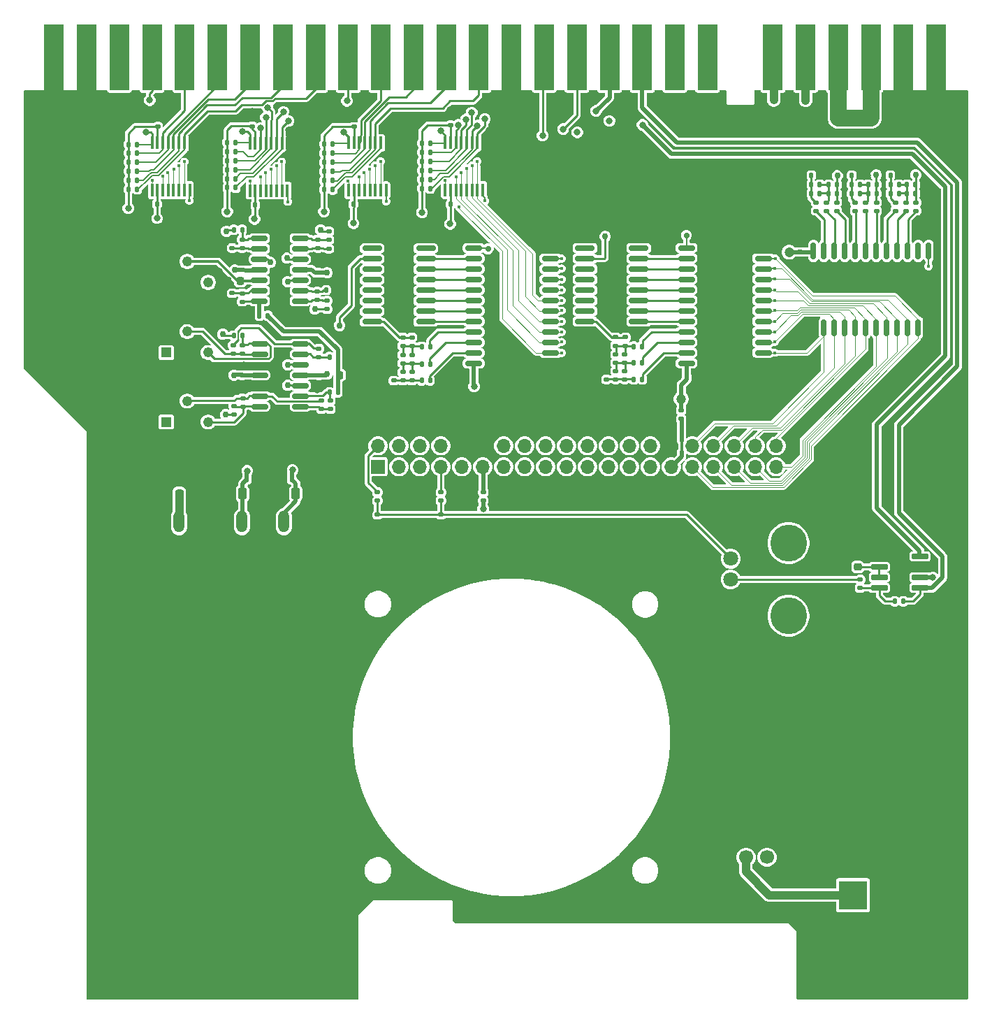
<source format=gbr>
%TF.GenerationSoftware,KiCad,Pcbnew,9.0.2-rc1*%
%TF.CreationDate,2025-07-09T15:34:15-06:00*%
%TF.ProjectId,mister-vector,6d697374-6572-42d7-9665-63746f722e6b,rev?*%
%TF.SameCoordinates,Original*%
%TF.FileFunction,Copper,L1,Top*%
%TF.FilePolarity,Positive*%
%FSLAX46Y46*%
G04 Gerber Fmt 4.6, Leading zero omitted, Abs format (unit mm)*
G04 Created by KiCad (PCBNEW 9.0.2-rc1) date 2025-07-09 15:34:15*
%MOMM*%
%LPD*%
G01*
G04 APERTURE LIST*
G04 Aperture macros list*
%AMRoundRect*
0 Rectangle with rounded corners*
0 $1 Rounding radius*
0 $2 $3 $4 $5 $6 $7 $8 $9 X,Y pos of 4 corners*
0 Add a 4 corners polygon primitive as box body*
4,1,4,$2,$3,$4,$5,$6,$7,$8,$9,$2,$3,0*
0 Add four circle primitives for the rounded corners*
1,1,$1+$1,$2,$3*
1,1,$1+$1,$4,$5*
1,1,$1+$1,$6,$7*
1,1,$1+$1,$8,$9*
0 Add four rect primitives between the rounded corners*
20,1,$1+$1,$2,$3,$4,$5,0*
20,1,$1+$1,$4,$5,$6,$7,0*
20,1,$1+$1,$6,$7,$8,$9,0*
20,1,$1+$1,$8,$9,$2,$3,0*%
G04 Aperture macros list end*
%TA.AperFunction,SMDPad,CuDef*%
%ADD10RoundRect,0.140000X0.170000X-0.140000X0.170000X0.140000X-0.170000X0.140000X-0.170000X-0.140000X0*%
%TD*%
%TA.AperFunction,ComponentPad*%
%ADD11C,1.800000*%
%TD*%
%TA.AperFunction,ComponentPad*%
%ADD12C,4.460000*%
%TD*%
%TA.AperFunction,SMDPad,CuDef*%
%ADD13RoundRect,0.150000X0.150000X-0.875000X0.150000X0.875000X-0.150000X0.875000X-0.150000X-0.875000X0*%
%TD*%
%TA.AperFunction,SMDPad,CuDef*%
%ADD14RoundRect,0.150000X0.825000X0.150000X-0.825000X0.150000X-0.825000X-0.150000X0.825000X-0.150000X0*%
%TD*%
%TA.AperFunction,SMDPad,CuDef*%
%ADD15RoundRect,0.135000X0.185000X-0.135000X0.185000X0.135000X-0.185000X0.135000X-0.185000X-0.135000X0*%
%TD*%
%TA.AperFunction,SMDPad,CuDef*%
%ADD16RoundRect,0.135000X-0.185000X0.135000X-0.185000X-0.135000X0.185000X-0.135000X0.185000X0.135000X0*%
%TD*%
%TA.AperFunction,ComponentPad*%
%ADD17C,0.800000*%
%TD*%
%TA.AperFunction,ComponentPad*%
%ADD18C,6.000000*%
%TD*%
%TA.AperFunction,SMDPad,CuDef*%
%ADD19RoundRect,0.135000X0.135000X0.185000X-0.135000X0.185000X-0.135000X-0.185000X0.135000X-0.185000X0*%
%TD*%
%TA.AperFunction,SMDPad,CuDef*%
%ADD20RoundRect,0.135000X-0.135000X-0.185000X0.135000X-0.185000X0.135000X0.185000X-0.135000X0.185000X0*%
%TD*%
%TA.AperFunction,SMDPad,CuDef*%
%ADD21RoundRect,0.140000X0.140000X0.170000X-0.140000X0.170000X-0.140000X-0.170000X0.140000X-0.170000X0*%
%TD*%
%TA.AperFunction,ComponentPad*%
%ADD22RoundRect,0.875000X0.875000X0.875000X-0.875000X0.875000X-0.875000X-0.875000X0.875000X-0.875000X0*%
%TD*%
%TA.AperFunction,ComponentPad*%
%ADD23RoundRect,0.750000X0.750000X1.000000X-0.750000X1.000000X-0.750000X-1.000000X0.750000X-1.000000X0*%
%TD*%
%TA.AperFunction,ComponentPad*%
%ADD24R,3.500000X3.500000*%
%TD*%
%TA.AperFunction,SMDPad,CuDef*%
%ADD25RoundRect,0.225000X0.250000X-0.225000X0.250000X0.225000X-0.250000X0.225000X-0.250000X-0.225000X0*%
%TD*%
%TA.AperFunction,SMDPad,CuDef*%
%ADD26RoundRect,0.051250X0.153750X-0.733750X0.153750X0.733750X-0.153750X0.733750X-0.153750X-0.733750X0*%
%TD*%
%TA.AperFunction,ComponentPad*%
%ADD27C,1.700000*%
%TD*%
%TA.AperFunction,ComponentPad*%
%ADD28R,1.700000X1.700000*%
%TD*%
%TA.AperFunction,ComponentPad*%
%ADD29O,1.320800X2.641600*%
%TD*%
%TA.AperFunction,SMDPad,CuDef*%
%ADD30RoundRect,0.150000X1.050000X0.150000X-1.050000X0.150000X-1.050000X-0.150000X1.050000X-0.150000X0*%
%TD*%
%TA.AperFunction,SMDPad,CuDef*%
%ADD31RoundRect,0.150000X0.875000X0.150000X-0.875000X0.150000X-0.875000X-0.150000X0.875000X-0.150000X0*%
%TD*%
%TA.AperFunction,SMDPad,CuDef*%
%ADD32RoundRect,0.140000X-0.170000X0.140000X-0.170000X-0.140000X0.170000X-0.140000X0.170000X0.140000X0*%
%TD*%
%TA.AperFunction,SMDPad,CuDef*%
%ADD33RoundRect,0.250000X-0.250000X-0.475000X0.250000X-0.475000X0.250000X0.475000X-0.250000X0.475000X0*%
%TD*%
%TA.AperFunction,ComponentPad*%
%ADD34C,1.222000*%
%TD*%
%TA.AperFunction,ComponentPad*%
%ADD35R,1.222000X1.222000*%
%TD*%
%TA.AperFunction,SMDPad,CuDef*%
%ADD36RoundRect,0.250000X0.250000X0.475000X-0.250000X0.475000X-0.250000X-0.475000X0.250000X-0.475000X0*%
%TD*%
%TA.AperFunction,SMDPad,CuDef*%
%ADD37RoundRect,0.225000X0.225000X0.250000X-0.225000X0.250000X-0.225000X-0.250000X0.225000X-0.250000X0*%
%TD*%
%TA.AperFunction,SMDPad,CuDef*%
%ADD38RoundRect,0.225000X-0.225000X-0.250000X0.225000X-0.250000X0.225000X0.250000X-0.225000X0.250000X0*%
%TD*%
%TA.AperFunction,SMDPad,CuDef*%
%ADD39RoundRect,0.075000X-0.910000X-0.225000X0.910000X-0.225000X0.910000X0.225000X-0.910000X0.225000X0*%
%TD*%
%TA.AperFunction,SMDPad,CuDef*%
%ADD40R,2.350000X8.000000*%
%TD*%
%TA.AperFunction,ComponentPad*%
%ADD41O,1.700000X1.700000*%
%TD*%
%TA.AperFunction,ViaPad*%
%ADD42C,0.800000*%
%TD*%
%TA.AperFunction,ViaPad*%
%ADD43C,0.756400*%
%TD*%
%TA.AperFunction,ViaPad*%
%ADD44C,0.400000*%
%TD*%
%TA.AperFunction,ViaPad*%
%ADD45C,1.200000*%
%TD*%
%TA.AperFunction,ViaPad*%
%ADD46C,0.736600*%
%TD*%
%TA.AperFunction,Conductor*%
%ADD47C,0.254000*%
%TD*%
%TA.AperFunction,Conductor*%
%ADD48C,0.250000*%
%TD*%
%TA.AperFunction,Conductor*%
%ADD49C,0.500000*%
%TD*%
%TA.AperFunction,Conductor*%
%ADD50C,0.100000*%
%TD*%
%TA.AperFunction,Conductor*%
%ADD51C,0.150000*%
%TD*%
%TA.AperFunction,Conductor*%
%ADD52C,1.000000*%
%TD*%
%TA.AperFunction,Conductor*%
%ADD53C,0.300000*%
%TD*%
%TA.AperFunction,Conductor*%
%ADD54C,0.200000*%
%TD*%
%TA.AperFunction,Conductor*%
%ADD55C,2.000000*%
%TD*%
%TA.AperFunction,Conductor*%
%ADD56C,0.304800*%
%TD*%
G04 APERTURE END LIST*
D10*
%TO.P,C18,1*%
%TO.N,GND*%
X83908000Y-83466000D03*
%TO.P,C18,2*%
%TO.N,+12V*%
X83908000Y-82506000D03*
%TD*%
D11*
%TO.P,VR4,1,1*%
%TO.N,Net-(C40-Pad2)*%
X133808000Y-104731000D03*
%TO.P,VR4,2,2*%
%TO.N,Net-(R99-Pad2)*%
X133808000Y-107231000D03*
%TO.P,VR4,3,3*%
%TO.N,GND*%
X133808000Y-109731000D03*
D12*
%TO.P,VR4,4*%
%TO.N,N/C*%
X140808000Y-102831000D03*
%TO.P,VR4,5*%
X140808000Y-111631000D03*
%TD*%
D13*
%TO.P,U8,1,\u002AOE*%
%TO.N,GND*%
X143833000Y-76736000D03*
%TO.P,U8,2,1D*%
%TO.N,/D0*%
X145103000Y-76736000D03*
%TO.P,U8,3,2D*%
%TO.N,/D1*%
X146373000Y-76736000D03*
%TO.P,U8,4,3D*%
%TO.N,/D2*%
X147643000Y-76736000D03*
%TO.P,U8,5,4D*%
%TO.N,/D3*%
X148913000Y-76736000D03*
%TO.P,U8,6,5D*%
%TO.N,/D4*%
X150183000Y-76736000D03*
%TO.P,U8,7,6D*%
%TO.N,/D5*%
X151453000Y-76736000D03*
%TO.P,U8,8,7D*%
%TO.N,/D6*%
X152723000Y-76736000D03*
%TO.P,U8,9,8D*%
%TO.N,/D7*%
X153993000Y-76736000D03*
%TO.P,U8,10,9D*%
%TO.N,/D8*%
X155263000Y-76736000D03*
%TO.P,U8,11,10D*%
%TO.N,/D9*%
X156533000Y-76736000D03*
%TO.P,U8,12,GND*%
%TO.N,GND*%
X157803000Y-76736000D03*
%TO.P,U8,13,CLK*%
%TO.N,/CLK_RGB*%
X157803000Y-67436000D03*
%TO.P,U8,14,10Q*%
%TO.N,unconnected-(U8-10Q-Pad14)*%
X156533000Y-67436000D03*
%TO.P,U8,15,9Q*%
%TO.N,/Vector DACs/R2R_DAC_B/D2*%
X155263000Y-67436000D03*
%TO.P,U8,16,8Q*%
%TO.N,/Vector DACs/R2R_DAC_B/D1*%
X153993000Y-67436000D03*
%TO.P,U8,17,7Q*%
%TO.N,/Vector DACs/R2R_DAC_B/D0*%
X152723000Y-67436000D03*
%TO.P,U8,18,6Q*%
%TO.N,/Vector DACs/R2R_DAC_G/D2*%
X151453000Y-67436000D03*
%TO.P,U8,19,5Q*%
%TO.N,/Vector DACs/R2R_DAC_G/D1*%
X150183000Y-67436000D03*
%TO.P,U8,20,4Q*%
%TO.N,/Vector DACs/R2R_DAC_G/D0*%
X148913000Y-67436000D03*
%TO.P,U8,21,3Q*%
%TO.N,/Vector DACs/R2R_DAC_R/D2*%
X147643000Y-67436000D03*
%TO.P,U8,22,2Q*%
%TO.N,/Vector DACs/R2R_DAC_R/D1*%
X146373000Y-67436000D03*
%TO.P,U8,23,1Q*%
%TO.N,/Vector DACs/R2R_DAC_R/D0*%
X145103000Y-67436000D03*
%TO.P,U8,24,VCC*%
%TO.N,+3.3V*%
X143833000Y-67436000D03*
%TD*%
D14*
%TO.P,U14,14,OUT*%
%TO.N,Net-(U14D-OUT)*%
X76698000Y-73526000D03*
%TO.P,U14,13,-IN*%
%TO.N,Net-(U14D--IN)*%
X76698000Y-72256000D03*
%TO.P,U14,12,+IN*%
%TO.N,Net-(U14D-+IN)*%
X76698000Y-70986000D03*
%TO.P,U14,11,V-*%
%TO.N,-12V*%
X76698000Y-69716000D03*
%TO.P,U14,10,+IN*%
%TO.N,/Vector Amplifiers/DAC_B*%
X76698000Y-68446000D03*
%TO.P,U14,9,-IN*%
%TO.N,Net-(U14C--IN)*%
X76698000Y-67176000D03*
%TO.P,U14,8,OUT*%
%TO.N,Net-(U14C-OUT)*%
X76698000Y-65906000D03*
%TO.P,U14,7,OUT*%
%TO.N,Net-(U14B-OUT)*%
X81648000Y-65906000D03*
%TO.P,U14,6,-IN*%
%TO.N,Net-(U14B--IN)*%
X81648000Y-67176000D03*
%TO.P,U14,5,+IN*%
%TO.N,/Vector Amplifiers/DAC_R*%
X81648000Y-68446000D03*
%TO.P,U14,4,V+*%
%TO.N,+12V*%
X81648000Y-69716000D03*
%TO.P,U14,3,+IN*%
%TO.N,/Vector Amplifiers/DAC_G*%
X81648000Y-70986000D03*
%TO.P,U14,2,-IN*%
%TO.N,Net-(U14A--IN)*%
X81648000Y-72256000D03*
%TO.P,U14,1,OUT*%
%TO.N,Net-(U14A-OUT)*%
X81648000Y-73526000D03*
%TD*%
D15*
%TO.P,R78,2,2*%
%TO.N,Net-(U14C-OUT)*%
X74598000Y-66076000D03*
%TO.P,R78,1,1*%
%TO.N,Net-(U14C--IN)*%
X74598000Y-67096000D03*
%TD*%
D10*
%TO.P,C11,2,2*%
%TO.N,GND*%
X99838000Y-51262000D03*
%TO.P,C11,1,1*%
%TO.N,+5V*%
X99838000Y-52222000D03*
%TD*%
D15*
%TO.P,R81,2,2*%
%TO.N,Net-(U14D--IN)*%
X73398000Y-72556000D03*
%TO.P,R81,1,1*%
%TO.N,GND*%
X73398000Y-73576000D03*
%TD*%
D16*
%TO.P,R1,1*%
%TO.N,/Vector Amplifiers/DAC_B*%
X156283000Y-61582000D03*
%TO.P,R1,2*%
%TO.N,/Vector DACs/R2R_DAC_B/D2*%
X156283000Y-62602000D03*
%TD*%
D17*
%TO.P,H3,1,1*%
%TO.N,GND*%
X161639000Y-92711000D03*
X160979990Y-94301990D03*
X160979990Y-91120010D03*
X159389000Y-94961000D03*
D18*
X159389000Y-92711000D03*
D17*
X159389000Y-90461000D03*
X157798010Y-94301990D03*
X157798010Y-91120010D03*
X157139000Y-92711000D03*
%TD*%
D19*
%TO.P,R48,2*%
%TO.N,+5V*%
X60845500Y-57794236D03*
%TO.P,R48,1*%
%TO.N,/JAMMA_P1_BUTTON1*%
X61865500Y-57794236D03*
%TD*%
%TO.P,R63,2,2*%
%TO.N,Net-(U13B--IN)*%
X85188000Y-80286000D03*
%TO.P,R63,1,1*%
%TO.N,/Vector Amplifiers/+VREF*%
X86208000Y-80286000D03*
%TD*%
%TO.P,R60,2*%
%TO.N,+5V*%
X72793000Y-55386000D03*
%TO.P,R60,1*%
%TO.N,/JAMMA_P2_BUTTON3*%
X73813000Y-55386000D03*
%TD*%
D16*
%TO.P,R82,2,2*%
%TO.N,Net-(U14D-OUT)*%
X74598000Y-73596000D03*
%TO.P,R82,1,1*%
%TO.N,Net-(U14D--IN)*%
X74598000Y-72576000D03*
%TD*%
D20*
%TO.P,R16,1*%
%TO.N,Net-(R13-Pad2)*%
X148473000Y-58292000D03*
%TO.P,R16,2*%
%TO.N,GND*%
X149493000Y-58292000D03*
%TD*%
D21*
%TO.P,C12,2,2*%
%TO.N,GND*%
X75228000Y-61886000D03*
%TO.P,C12,1,1*%
%TO.N,+3.3V*%
X76188000Y-61886000D03*
%TD*%
D16*
%TO.P,R35,2*%
%TO.N,Net-(R35-Pad2)*%
X121064000Y-78921000D03*
%TO.P,R35,1*%
%TO.N,Net-(R35-Pad1)*%
X121064000Y-77901000D03*
%TD*%
D21*
%TO.P,C1,1,1*%
%TO.N,+12V*%
X80628000Y-95148400D03*
%TO.P,C1,2,2*%
%TO.N,GND*%
X79668000Y-95148400D03*
%TD*%
D16*
%TO.P,R62,2,2*%
%TO.N,Net-(U13C--IN)*%
X73498000Y-79896000D03*
%TO.P,R62,1,1*%
%TO.N,Net-(U13B-OUT)*%
X73498000Y-78876000D03*
%TD*%
D21*
%TO.P,C4,1,1*%
%TO.N,GND*%
X76128000Y-95148400D03*
%TO.P,C4,2,2*%
%TO.N,-12V*%
X75168000Y-95148400D03*
%TD*%
D19*
%TO.P,R51,2*%
%TO.N,+5V*%
X84555500Y-54528501D03*
%TO.P,R51,1*%
%TO.N,/JAMMA_P1_D*%
X85575500Y-54528501D03*
%TD*%
%TO.P,R2,1*%
%TO.N,/Vector Amplifiers/DAC_B*%
X156193000Y-60482000D03*
%TO.P,R2,2*%
%TO.N,Net-(R2-Pad2)*%
X155173000Y-60482000D03*
%TD*%
%TO.P,R49,2*%
%TO.N,+5V*%
X60845500Y-58894236D03*
%TO.P,R49,1*%
%TO.N,/JAMMA_P1_R*%
X61865500Y-58894236D03*
%TD*%
D16*
%TO.P,R31,1*%
%TO.N,Net-(R28-Pad2)*%
X95164000Y-82126000D03*
%TO.P,R31,2*%
%TO.N,Net-(R31-Pad2)*%
X95164000Y-83146000D03*
%TD*%
D19*
%TO.P,R45,2*%
%TO.N,+5V*%
X60845500Y-54544236D03*
%TO.P,R45,1*%
%TO.N,/JAMMA_P1_BUTTON4*%
X61865500Y-54544236D03*
%TD*%
D16*
%TO.P,R25,1*%
%TO.N,Net-(R25-Pad1)*%
X95164000Y-77926000D03*
%TO.P,R25,2*%
%TO.N,Net-(R25-Pad2)*%
X95164000Y-78946000D03*
%TD*%
D20*
%TO.P,R43,2*%
%TO.N,/Vector DACs/R2R_DAC_Y/D0*%
X123074000Y-83011000D03*
%TO.P,R43,1*%
%TO.N,Net-(R41-Pad2)*%
X122054000Y-83011000D03*
%TD*%
D15*
%TO.P,R71,2,2*%
%TO.N,/JAMMA_VIDEO_R*%
X85098000Y-65076000D03*
%TO.P,R71,1,1*%
%TO.N,Net-(U14B-OUT)*%
X85098000Y-66096000D03*
%TD*%
D19*
%TO.P,R84,2*%
%TO.N,+5V*%
X72793000Y-57586000D03*
%TO.P,R84,1*%
%TO.N,/JAMMA_P2_BUTTON1*%
X73813000Y-57586000D03*
%TD*%
D22*
%TO.P,J10,3*%
%TO.N,GND*%
X151630000Y-140786000D03*
D23*
%TO.P,J10,2*%
X154630000Y-145486000D03*
D24*
%TO.P,J10,1*%
%TO.N,+5V*%
X148630000Y-145486000D03*
%TD*%
D17*
%TO.P,H2,1,1*%
%TO.N,GND*%
X61182000Y-92711000D03*
X60522990Y-94301990D03*
X60522990Y-91120010D03*
X58932000Y-94961000D03*
D18*
X58932000Y-92711000D03*
D17*
X58932000Y-90461000D03*
X57341010Y-94301990D03*
X57341010Y-91120010D03*
X56682000Y-92711000D03*
%TD*%
D10*
%TO.P,C24,1,1*%
%TO.N,+3.3V*%
X142208000Y-67566000D03*
%TO.P,C24,2,2*%
%TO.N,GND*%
X142208000Y-66606000D03*
%TD*%
D16*
%TO.P,R15,1*%
%TO.N,Net-(R13-Pad2)*%
X148883000Y-61582000D03*
%TO.P,R15,2*%
%TO.N,/Vector DACs/R2R_DAC_G/D0*%
X148883000Y-62602000D03*
%TD*%
D19*
%TO.P,R90,2*%
%TO.N,+5V*%
X96388000Y-57686000D03*
%TO.P,R90,1*%
%TO.N,/JAMMA_P2_COIN*%
X97408000Y-57686000D03*
%TD*%
D15*
%TO.P,R44,2*%
%TO.N,GND*%
X118764000Y-82001000D03*
%TO.P,R44,1*%
%TO.N,Net-(R41-Pad2)*%
X118764000Y-83021000D03*
%TD*%
D19*
%TO.P,R3,1*%
%TO.N,/Vector Amplifiers/DAC_B*%
X156193000Y-59392000D03*
%TO.P,R3,2*%
%TO.N,Net-(R2-Pad2)*%
X155173000Y-59392000D03*
%TD*%
%TO.P,R56,2*%
%TO.N,+5V*%
X84555500Y-60028501D03*
%TO.P,R56,1*%
%TO.N,/Input P1/I11*%
X85575500Y-60028501D03*
%TD*%
%TO.P,R46,2*%
%TO.N,+5V*%
X60845500Y-55594236D03*
%TO.P,R46,1*%
%TO.N,/JAMMA_P1_BUTTON3*%
X61865500Y-55594236D03*
%TD*%
D20*
%TO.P,R37,2*%
%TO.N,/Vector DACs/R2R_DAC_Y/D2*%
X123074000Y-79011000D03*
%TO.P,R37,1*%
%TO.N,Net-(R35-Pad2)*%
X122054000Y-79011000D03*
%TD*%
D16*
%TO.P,R36,2*%
%TO.N,Net-(R35-Pad2)*%
X119864000Y-78921000D03*
%TO.P,R36,1*%
%TO.N,Net-(R35-Pad1)*%
X119864000Y-77901000D03*
%TD*%
D19*
%TO.P,R76,2,2*%
%TO.N,Net-(U14A--IN)*%
X84788000Y-72186000D03*
%TO.P,R76,1,1*%
%TO.N,GND*%
X85808000Y-72186000D03*
%TD*%
%TO.P,R11,1*%
%TO.N,/Vector Amplifiers/DAC_G*%
X151493000Y-59392000D03*
%TO.P,R11,2*%
%TO.N,Net-(R10-Pad2)*%
X150473000Y-59392000D03*
%TD*%
D25*
%TO.P,C47,2*%
%TO.N,GND*%
X149208000Y-104186000D03*
%TO.P,C47,1*%
%TO.N,Net-(U12-+IN)*%
X149208000Y-105736000D03*
%TD*%
D10*
%TO.P,C40,2*%
%TO.N,Net-(C40-Pad2)*%
X91008000Y-99406000D03*
%TO.P,C40,1*%
%TO.N,GND*%
X91008000Y-100366000D03*
%TD*%
D16*
%TO.P,R17,1*%
%TO.N,/Vector Amplifiers/DAC_R*%
X146683000Y-61582000D03*
%TO.P,R17,2*%
%TO.N,/Vector DACs/R2R_DAC_R/D2*%
X146683000Y-62602000D03*
%TD*%
D10*
%TO.P,C7,2,2*%
%TO.N,GND*%
X88165500Y-51448501D03*
%TO.P,C7,1,1*%
%TO.N,+5V*%
X88165500Y-52408501D03*
%TD*%
D19*
%TO.P,R13,1*%
%TO.N,Net-(R10-Pad2)*%
X149493000Y-60492000D03*
%TO.P,R13,2*%
%TO.N,Net-(R13-Pad2)*%
X148473000Y-60492000D03*
%TD*%
D16*
%TO.P,R98,2*%
%TO.N,Net-(C40-Pad2)*%
X91008000Y-97696000D03*
%TO.P,R98,1*%
%TO.N,/AUDIO_L*%
X91008000Y-96676000D03*
%TD*%
D26*
%TO.P,U10,16,B1*%
%TO.N,/JAMMA_P2_D*%
X99213000Y-54316000D03*
%TO.P,U10,15,VCCB*%
%TO.N,+5V*%
X99863000Y-54316000D03*
%TO.P,U10,14,B2*%
%TO.N,/JAMMA_P2_U*%
X100513000Y-54316000D03*
%TO.P,U10,13,B3*%
%TO.N,/JAMMA_P2_START*%
X101163000Y-54316000D03*
%TO.P,U10,12,B4*%
%TO.N,/JAMMA_P2_COIN*%
X101813000Y-54316000D03*
%TO.P,U10,11,B5*%
%TO.N,/JAMMA_TILT*%
X102463000Y-54316000D03*
%TO.P,U10,10,B6*%
%TO.N,/JAMMA_SERVICE*%
X103113000Y-54316000D03*
%TO.P,U10,9,GND*%
%TO.N,GND*%
X103763000Y-54316000D03*
%TO.P,U10,8,OE*%
%TO.N,/CLK_P21*%
X103763000Y-60056000D03*
%TO.P,U10,7,A6*%
%TO.N,/D5*%
X103113000Y-60056000D03*
%TO.P,U10,6,A5*%
%TO.N,/D4*%
X102463000Y-60056000D03*
%TO.P,U10,5,A4*%
%TO.N,/D3*%
X101813000Y-60056000D03*
%TO.P,U10,4,A3*%
%TO.N,/D2*%
X101163000Y-60056000D03*
%TO.P,U10,3,A2*%
%TO.N,/D1*%
X100513000Y-60056000D03*
%TO.P,U10,2,VCCA*%
%TO.N,+3.3V*%
X99863000Y-60056000D03*
%TO.P,U10,1,A1*%
%TO.N,/D0*%
X99213000Y-60056000D03*
%TD*%
D15*
%TO.P,R65,2,2*%
%TO.N,Net-(U13C-OUT)*%
X74598000Y-78876000D03*
%TO.P,R65,1,1*%
%TO.N,Net-(U13C--IN)*%
X74598000Y-79896000D03*
%TD*%
D10*
%TO.P,C6,2,2*%
%TO.N,GND*%
X64365500Y-51434236D03*
%TO.P,C6,1,1*%
%TO.N,+5V*%
X64365500Y-52394236D03*
%TD*%
D19*
%TO.P,R14,1*%
%TO.N,Net-(R10-Pad2)*%
X149493000Y-59392000D03*
%TO.P,R14,2*%
%TO.N,Net-(R13-Pad2)*%
X148473000Y-59392000D03*
%TD*%
D16*
%TO.P,R9,1*%
%TO.N,/Vector Amplifiers/DAC_G*%
X151483000Y-61582000D03*
%TO.P,R9,2*%
%TO.N,/Vector DACs/R2R_DAC_G/D2*%
X151483000Y-62602000D03*
%TD*%
%TO.P,R23,1*%
%TO.N,Net-(R21-Pad2)*%
X144183000Y-61582000D03*
%TO.P,R23,2*%
%TO.N,/Vector DACs/R2R_DAC_R/D0*%
X144183000Y-62602000D03*
%TD*%
D20*
%TO.P,R8,1*%
%TO.N,Net-(R5-Pad2)*%
X153173000Y-58292000D03*
%TO.P,R8,2*%
%TO.N,GND*%
X154193000Y-58292000D03*
%TD*%
D19*
%TO.P,R19,1*%
%TO.N,/Vector Amplifiers/DAC_R*%
X146693000Y-59392000D03*
%TO.P,R19,2*%
%TO.N,Net-(R18-Pad2)*%
X145673000Y-59392000D03*
%TD*%
%TO.P,R5,1*%
%TO.N,Net-(R2-Pad2)*%
X154193000Y-60492000D03*
%TO.P,R5,2*%
%TO.N,Net-(R5-Pad2)*%
X153173000Y-60492000D03*
%TD*%
D26*
%TO.P,U5,16,B1*%
%TO.N,/JAMMA_P1_D*%
X87490500Y-54358501D03*
%TO.P,U5,15,VCCB*%
%TO.N,+5V*%
X88140500Y-54358501D03*
%TO.P,U5,14,B2*%
%TO.N,/JAMMA_P1_U*%
X88790500Y-54358501D03*
%TO.P,U5,13,B3*%
%TO.N,/JAMMA_P1_START*%
X89440500Y-54358501D03*
%TO.P,U5,12,B4*%
%TO.N,/JAMMA_P1_COIN*%
X90090500Y-54358501D03*
%TO.P,U5,11,B5*%
%TO.N,/JAMMA_TEST*%
X90740500Y-54358501D03*
%TO.P,U5,10,B6*%
%TO.N,/Input P1/I11*%
X91390500Y-54358501D03*
%TO.P,U5,9,GND*%
%TO.N,GND*%
X92040500Y-54358501D03*
%TO.P,U5,8,OE*%
%TO.N,/CLK_P11*%
X92040500Y-60098501D03*
%TO.P,U5,7,A6*%
%TO.N,/D5*%
X91390500Y-60098501D03*
%TO.P,U5,6,A5*%
%TO.N,/D4*%
X90740500Y-60098501D03*
%TO.P,U5,5,A4*%
%TO.N,/D3*%
X90090500Y-60098501D03*
%TO.P,U5,4,A3*%
%TO.N,/D2*%
X89440500Y-60098501D03*
%TO.P,U5,3,A2*%
%TO.N,/D1*%
X88790500Y-60098501D03*
%TO.P,U5,2,VCCA*%
%TO.N,+3.3V*%
X88140500Y-60098501D03*
%TO.P,U5,1,A1*%
%TO.N,/D0*%
X87490500Y-60098501D03*
%TD*%
D10*
%TO.P,C41,2*%
%TO.N,Net-(C40-Pad2)*%
X98708000Y-99406000D03*
%TO.P,C41,1*%
%TO.N,GND*%
X98708000Y-100366000D03*
%TD*%
D15*
%TO.P,R99,2*%
%TO.N,Net-(R99-Pad2)*%
X149508000Y-107251000D03*
%TO.P,R99,1*%
%TO.N,Net-(U12--IN)*%
X149508000Y-108271000D03*
%TD*%
D27*
%TO.P,J100,3,Pin_3*%
%TO.N,unconnected-(J100-Pin_3-Pad3)*%
X138208000Y-140886000D03*
%TO.P,J100,2,Pin_2*%
%TO.N,+5V*%
X135668000Y-140886000D03*
D28*
%TO.P,J100,1,Pin_1*%
%TO.N,GND*%
X133128000Y-140886000D03*
%TD*%
D19*
%TO.P,R73,2,2*%
%TO.N,/JAMMA_VIDEO_B*%
X73588000Y-64886000D03*
%TO.P,R73,1,1*%
%TO.N,Net-(U14C-OUT)*%
X74608000Y-64886000D03*
%TD*%
D26*
%TO.P,U4,16,B1*%
%TO.N,/JAMMA_P1_BUTTON4*%
X63690500Y-54344236D03*
%TO.P,U4,15,VCCB*%
%TO.N,+5V*%
X64340500Y-54344236D03*
%TO.P,U4,14,B2*%
%TO.N,/JAMMA_P1_BUTTON3*%
X64990500Y-54344236D03*
%TO.P,U4,13,B3*%
%TO.N,/JAMMA_P1_BUTTON2*%
X65640500Y-54344236D03*
%TO.P,U4,12,B4*%
%TO.N,/JAMMA_P1_BUTTON1*%
X66290500Y-54344236D03*
%TO.P,U4,11,B5*%
%TO.N,/JAMMA_P1_R*%
X66940500Y-54344236D03*
%TO.P,U4,10,B6*%
%TO.N,/JAMMA_P1_L*%
X67590500Y-54344236D03*
%TO.P,U4,9,GND*%
%TO.N,GND*%
X68240500Y-54344236D03*
%TO.P,U4,8,OE*%
%TO.N,/CLK_P10*%
X68240500Y-60084236D03*
%TO.P,U4,7,A6*%
%TO.N,/D5*%
X67590500Y-60084236D03*
%TO.P,U4,6,A5*%
%TO.N,/D4*%
X66940500Y-60084236D03*
%TO.P,U4,5,A4*%
%TO.N,/D3*%
X66290500Y-60084236D03*
%TO.P,U4,4,A3*%
%TO.N,/D2*%
X65640500Y-60084236D03*
%TO.P,U4,3,A2*%
%TO.N,/D1*%
X64990500Y-60084236D03*
%TO.P,U4,2,VCCA*%
%TO.N,+3.3V*%
X64340500Y-60084236D03*
%TO.P,U4,1,A1*%
%TO.N,/D0*%
X63690500Y-60084236D03*
%TD*%
D29*
%TO.P,U1,1,+VIN*%
%TO.N,+5V*%
X66948000Y-100247000D03*
%TO.P,U1,2,-VIN*%
%TO.N,GND*%
X69488000Y-100247000D03*
%TO.P,U1,4,-VOUT*%
%TO.N,-12V*%
X74568000Y-100247000D03*
%TO.P,U1,5,COM*%
%TO.N,GND*%
X77108000Y-100247000D03*
%TO.P,U1,6,+VOUT*%
%TO.N,+12V*%
X79648000Y-100247000D03*
%TD*%
D20*
%TO.P,R27,1*%
%TO.N,Net-(R25-Pad2)*%
X96354000Y-79036000D03*
%TO.P,R27,2*%
%TO.N,/Vector DACs/R2R_DAC_X/D2*%
X97374000Y-79036000D03*
%TD*%
D10*
%TO.P,C10,2,2*%
%TO.N,GND*%
X75808000Y-51406000D03*
%TO.P,C10,1,1*%
%TO.N,+5V*%
X75808000Y-52366000D03*
%TD*%
D16*
%TO.P,R70,2,2*%
%TO.N,Net-(U13A-OUT)*%
X85298000Y-86596000D03*
%TO.P,R70,1,1*%
%TO.N,Net-(U13A--IN)*%
X85298000Y-85576000D03*
%TD*%
D19*
%TO.P,R50,2*%
%TO.N,+5V*%
X60845500Y-59994236D03*
%TO.P,R50,1*%
%TO.N,/JAMMA_P1_L*%
X61865500Y-59994236D03*
%TD*%
D15*
%TO.P,R67,2,2*%
%TO.N,Net-(U13D--IN)*%
X84198000Y-85576000D03*
%TO.P,R67,1,1*%
%TO.N,Net-(U13A-OUT)*%
X84198000Y-86596000D03*
%TD*%
D17*
%TO.P,H4,1,1*%
%TO.N,GND*%
X61182000Y-154941000D03*
X60522990Y-156531990D03*
X60522990Y-153350010D03*
X58932000Y-157191000D03*
D18*
X58932000Y-154941000D03*
D17*
X58932000Y-152691000D03*
X57341010Y-156531990D03*
X57341010Y-153350010D03*
X56682000Y-154941000D03*
%TD*%
D15*
%TO.P,R34,1*%
%TO.N,Net-(R31-Pad2)*%
X92964000Y-83146000D03*
%TO.P,R34,2*%
%TO.N,GND*%
X92964000Y-82126000D03*
%TD*%
D16*
%TO.P,R57,2*%
%TO.N,Net-(J7-Pad29)*%
X127808000Y-87796000D03*
%TO.P,R57,1*%
%TO.N,+3.3V*%
X127808000Y-86776000D03*
%TD*%
%TO.P,R79,2,2*%
%TO.N,Net-(U14A-OUT)*%
X83698000Y-73396000D03*
%TO.P,R79,1,1*%
%TO.N,Net-(U14A--IN)*%
X83698000Y-72376000D03*
%TD*%
D19*
%TO.P,R86,2*%
%TO.N,+5V*%
X72793000Y-59786000D03*
%TO.P,R86,1*%
%TO.N,/JAMMA_P2_L*%
X73813000Y-59786000D03*
%TD*%
%TO.P,R101,2*%
%TO.N,Net-(U12--IN)*%
X153698000Y-109886000D03*
%TO.P,R101,1*%
%TO.N,/JAMMA_SPEAKER+*%
X154718000Y-109886000D03*
%TD*%
D30*
%TO.P,U3,16*%
%TO.N,Net-(R35-Pad1)*%
X116158000Y-76006000D03*
%TO.P,U3,15*%
%TO.N,unconnected-(U3-Pad15)*%
X116158000Y-74736000D03*
%TO.P,U3,14*%
%TO.N,unconnected-(U3-Pad14)*%
X116158000Y-73466000D03*
%TO.P,U3,13*%
%TO.N,unconnected-(U3-Pad13)*%
X116158000Y-72196000D03*
%TO.P,U3,12*%
%TO.N,unconnected-(U3-Pad12)*%
X116158000Y-70926000D03*
%TO.P,U3,11*%
%TO.N,unconnected-(U3-Pad11)*%
X116158000Y-69656000D03*
%TO.P,U3,10*%
%TO.N,/Vector Amplifiers/DAC_Y*%
X116158000Y-68386000D03*
%TO.P,U3,9*%
%TO.N,unconnected-(U3-Pad9)*%
X116158000Y-67116000D03*
%TO.P,U3,8*%
%TO.N,unconnected-(U3-Pad8)*%
X122658000Y-67116000D03*
%TO.P,U3,7*%
%TO.N,/Vector DACs/R2R_DAC_Y/D9*%
X122658000Y-68386000D03*
%TO.P,U3,6*%
%TO.N,/Vector DACs/R2R_DAC_Y/D8*%
X122658000Y-69656000D03*
%TO.P,U3,5*%
%TO.N,/Vector DACs/R2R_DAC_Y/D7*%
X122658000Y-70926000D03*
%TO.P,U3,4*%
%TO.N,/Vector DACs/R2R_DAC_Y/D6*%
X122658000Y-72196000D03*
%TO.P,U3,3*%
%TO.N,/Vector DACs/R2R_DAC_Y/D5*%
X122658000Y-73466000D03*
%TO.P,U3,2*%
%TO.N,/Vector DACs/R2R_DAC_Y/D4*%
X122658000Y-74736000D03*
%TO.P,U3,1*%
%TO.N,/Vector DACs/R2R_DAC_Y/D3*%
X122658000Y-76006000D03*
%TD*%
D31*
%TO.P,U9,24,VCC*%
%TO.N,+3.3V*%
X128458000Y-81046000D03*
%TO.P,U9,23,1Q*%
%TO.N,/Vector DACs/R2R_DAC_Y/D0*%
X128458000Y-79776000D03*
%TO.P,U9,22,2Q*%
%TO.N,/Vector DACs/R2R_DAC_Y/D1*%
X128458000Y-78506000D03*
%TO.P,U9,21,3Q*%
%TO.N,/Vector DACs/R2R_DAC_Y/D2*%
X128458000Y-77236000D03*
%TO.P,U9,20,4Q*%
%TO.N,/Vector DACs/R2R_DAC_Y/D3*%
X128458000Y-75966000D03*
%TO.P,U9,19,5Q*%
%TO.N,/Vector DACs/R2R_DAC_Y/D4*%
X128458000Y-74696000D03*
%TO.P,U9,18,6Q*%
%TO.N,/Vector DACs/R2R_DAC_Y/D5*%
X128458000Y-73426000D03*
%TO.P,U9,17,7Q*%
%TO.N,/Vector DACs/R2R_DAC_Y/D6*%
X128458000Y-72156000D03*
%TO.P,U9,16,8Q*%
%TO.N,/Vector DACs/R2R_DAC_Y/D7*%
X128458000Y-70886000D03*
%TO.P,U9,15,9Q*%
%TO.N,/Vector DACs/R2R_DAC_Y/D8*%
X128458000Y-69616000D03*
%TO.P,U9,14,10Q*%
%TO.N,/Vector DACs/R2R_DAC_Y/D9*%
X128458000Y-68346000D03*
%TO.P,U9,13,CLK*%
%TO.N,/CLK_Y*%
X128458000Y-67076000D03*
%TO.P,U9,12,GND*%
%TO.N,GND*%
X137758000Y-67076000D03*
%TO.P,U9,11,10D*%
%TO.N,/D9*%
X137758000Y-68346000D03*
%TO.P,U9,10,9D*%
%TO.N,/D8*%
X137758000Y-69616000D03*
%TO.P,U9,9,8D*%
%TO.N,/D7*%
X137758000Y-70886000D03*
%TO.P,U9,8,7D*%
%TO.N,/D6*%
X137758000Y-72156000D03*
%TO.P,U9,7,6D*%
%TO.N,/D5*%
X137758000Y-73426000D03*
%TO.P,U9,6,5D*%
%TO.N,/D4*%
X137758000Y-74696000D03*
%TO.P,U9,5,4D*%
%TO.N,/D3*%
X137758000Y-75966000D03*
%TO.P,U9,4,3D*%
%TO.N,/D2*%
X137758000Y-77236000D03*
%TO.P,U9,3,2D*%
%TO.N,/D1*%
X137758000Y-78506000D03*
%TO.P,U9,2,1D*%
%TO.N,/D0*%
X137758000Y-79776000D03*
%TO.P,U9,1,\u002AOE*%
%TO.N,GND*%
X137758000Y-81046000D03*
%TD*%
D16*
%TO.P,R26,1*%
%TO.N,Net-(R25-Pad1)*%
X94064000Y-77926000D03*
%TO.P,R26,2*%
%TO.N,Net-(R25-Pad2)*%
X94064000Y-78946000D03*
%TD*%
%TO.P,R72,2,2*%
%TO.N,/JAMMA_VIDEO_G*%
X84898000Y-74496000D03*
%TO.P,R72,1,1*%
%TO.N,Net-(U14A-OUT)*%
X84898000Y-73476000D03*
%TD*%
D32*
%TO.P,C21,2*%
%TO.N,-12V*%
X74608000Y-69766000D03*
%TO.P,C21,1*%
%TO.N,GND*%
X74608000Y-68806000D03*
%TD*%
D19*
%TO.P,R54,2*%
%TO.N,+5V*%
X84555500Y-57828501D03*
%TO.P,R54,1*%
%TO.N,/JAMMA_P1_COIN*%
X85575500Y-57828501D03*
%TD*%
%TO.P,R21,1*%
%TO.N,Net-(R18-Pad2)*%
X144593000Y-60492000D03*
%TO.P,R21,2*%
%TO.N,Net-(R21-Pad2)*%
X143573000Y-60492000D03*
%TD*%
D15*
%TO.P,R58,2*%
%TO.N,Net-(J7-Pad11)*%
X103808000Y-96676000D03*
%TO.P,R58,1*%
%TO.N,+5V*%
X103808000Y-97696000D03*
%TD*%
D16*
%TO.P,R4,1*%
%TO.N,Net-(R2-Pad2)*%
X155083000Y-61582000D03*
%TO.P,R4,2*%
%TO.N,/Vector DACs/R2R_DAC_B/D1*%
X155083000Y-62602000D03*
%TD*%
D19*
%TO.P,R53,2*%
%TO.N,+5V*%
X84555500Y-56728501D03*
%TO.P,R53,1*%
%TO.N,/JAMMA_P1_START*%
X85575500Y-56728501D03*
%TD*%
D15*
%TO.P,R74,2,2*%
%TO.N,Net-(U14B--IN)*%
X85098000Y-67186000D03*
%TO.P,R74,1,1*%
%TO.N,GND*%
X85098000Y-68206000D03*
%TD*%
D33*
%TO.P,C3,1*%
%TO.N,+5V*%
X66998000Y-97048400D03*
%TO.P,C3,2*%
%TO.N,GND*%
X68898000Y-97048400D03*
%TD*%
D19*
%TO.P,R10,1*%
%TO.N,/Vector Amplifiers/DAC_G*%
X151493000Y-60492000D03*
%TO.P,R10,2*%
%TO.N,Net-(R10-Pad2)*%
X150473000Y-60492000D03*
%TD*%
D20*
%TO.P,R30,1*%
%TO.N,Net-(R28-Pad2)*%
X96354000Y-81136000D03*
%TO.P,R30,2*%
%TO.N,/Vector DACs/R2R_DAC_X/D1*%
X97374000Y-81136000D03*
%TD*%
D19*
%TO.P,R87,2*%
%TO.N,+5V*%
X96388000Y-54386000D03*
%TO.P,R87,1*%
%TO.N,/JAMMA_P2_D*%
X97408000Y-54386000D03*
%TD*%
D20*
%TO.P,R33,1*%
%TO.N,Net-(R31-Pad2)*%
X96354000Y-83136000D03*
%TO.P,R33,2*%
%TO.N,/Vector DACs/R2R_DAC_X/D0*%
X97374000Y-83136000D03*
%TD*%
D19*
%TO.P,R18,1*%
%TO.N,/Vector Amplifiers/DAC_R*%
X146693000Y-60492000D03*
%TO.P,R18,2*%
%TO.N,Net-(R18-Pad2)*%
X145673000Y-60492000D03*
%TD*%
D16*
%TO.P,R38,2*%
%TO.N,Net-(R38-Pad2)*%
X120964000Y-81021000D03*
%TO.P,R38,1*%
%TO.N,Net-(R35-Pad2)*%
X120964000Y-80001000D03*
%TD*%
%TO.P,R39,2*%
%TO.N,Net-(R38-Pad2)*%
X119864000Y-81021000D03*
%TO.P,R39,1*%
%TO.N,Net-(R35-Pad2)*%
X119864000Y-80001000D03*
%TD*%
D19*
%TO.P,R52,2*%
%TO.N,+5V*%
X84555500Y-55628501D03*
%TO.P,R52,1*%
%TO.N,/JAMMA_P1_U*%
X85575500Y-55628501D03*
%TD*%
D20*
%TO.P,R40,2*%
%TO.N,/Vector DACs/R2R_DAC_Y/D1*%
X123074000Y-81011000D03*
%TO.P,R40,1*%
%TO.N,Net-(R38-Pad2)*%
X122054000Y-81011000D03*
%TD*%
D21*
%TO.P,C9,2,2*%
%TO.N,GND*%
X87128000Y-61786000D03*
%TO.P,C9,1,1*%
%TO.N,+3.3V*%
X88088000Y-61786000D03*
%TD*%
D34*
%TO.P,VR3,3*%
%TO.N,Net-(U13D-OUT)*%
X70482500Y-88156000D03*
%TO.P,VR3,2*%
%TO.N,Net-(U13D--IN)*%
X67942500Y-85616000D03*
D35*
%TO.P,VR3,1*%
%TO.N,unconnected-(VR3-Pad1)*%
X65402500Y-88156000D03*
%TD*%
D19*
%TO.P,R6,1*%
%TO.N,Net-(R2-Pad2)*%
X154193000Y-59392000D03*
%TO.P,R6,2*%
%TO.N,Net-(R5-Pad2)*%
X153173000Y-59392000D03*
%TD*%
D34*
%TO.P,VR2,3*%
%TO.N,Net-(U13C-OUT)*%
X70482500Y-79756000D03*
%TO.P,VR2,2*%
%TO.N,Net-(U13C--IN)*%
X67942500Y-77216000D03*
D35*
%TO.P,VR2,1*%
%TO.N,unconnected-(VR2-Pad1)*%
X65402500Y-79756000D03*
%TD*%
D16*
%TO.P,R66,2,2*%
%TO.N,/JAMMA_PIN_11(Y)*%
X73598000Y-87296000D03*
%TO.P,R66,1,1*%
%TO.N,Net-(U13D-OUT)*%
X73598000Y-86276000D03*
%TD*%
D31*
%TO.P,U7,1,\u002AOE*%
%TO.N,GND*%
X111958000Y-81071000D03*
%TO.P,U7,2,1D*%
%TO.N,/D0*%
X111958000Y-79801000D03*
%TO.P,U7,3,2D*%
%TO.N,/D1*%
X111958000Y-78531000D03*
%TO.P,U7,4,3D*%
%TO.N,/D2*%
X111958000Y-77261000D03*
%TO.P,U7,5,4D*%
%TO.N,/D3*%
X111958000Y-75991000D03*
%TO.P,U7,6,5D*%
%TO.N,/D4*%
X111958000Y-74721000D03*
%TO.P,U7,7,6D*%
%TO.N,/D5*%
X111958000Y-73451000D03*
%TO.P,U7,8,7D*%
%TO.N,/D6*%
X111958000Y-72181000D03*
%TO.P,U7,9,8D*%
%TO.N,/D7*%
X111958000Y-70911000D03*
%TO.P,U7,10,9D*%
%TO.N,/D8*%
X111958000Y-69641000D03*
%TO.P,U7,11,10D*%
%TO.N,/D9*%
X111958000Y-68371000D03*
%TO.P,U7,12,GND*%
%TO.N,GND*%
X111958000Y-67101000D03*
%TO.P,U7,13,CLK*%
%TO.N,/CLK_X*%
X102658000Y-67101000D03*
%TO.P,U7,14,10Q*%
%TO.N,/Vector DACs/R2R_DAC_X/D9*%
X102658000Y-68371000D03*
%TO.P,U7,15,9Q*%
%TO.N,/Vector DACs/R2R_DAC_X/D8*%
X102658000Y-69641000D03*
%TO.P,U7,16,8Q*%
%TO.N,/Vector DACs/R2R_DAC_X/D7*%
X102658000Y-70911000D03*
%TO.P,U7,17,7Q*%
%TO.N,/Vector DACs/R2R_DAC_X/D6*%
X102658000Y-72181000D03*
%TO.P,U7,18,6Q*%
%TO.N,/Vector DACs/R2R_DAC_X/D5*%
X102658000Y-73451000D03*
%TO.P,U7,19,5Q*%
%TO.N,/Vector DACs/R2R_DAC_X/D4*%
X102658000Y-74721000D03*
%TO.P,U7,20,4Q*%
%TO.N,/Vector DACs/R2R_DAC_X/D3*%
X102658000Y-75991000D03*
%TO.P,U7,21,3Q*%
%TO.N,/Vector DACs/R2R_DAC_X/D2*%
X102658000Y-77261000D03*
%TO.P,U7,22,2Q*%
%TO.N,/Vector DACs/R2R_DAC_X/D1*%
X102658000Y-78531000D03*
%TO.P,U7,23,1Q*%
%TO.N,/Vector DACs/R2R_DAC_X/D0*%
X102658000Y-79801000D03*
%TO.P,U7,24,VCC*%
%TO.N,+3.3V*%
X102658000Y-81071000D03*
%TD*%
D19*
%TO.P,R91,2*%
%TO.N,+5V*%
X96388000Y-58786000D03*
%TO.P,R91,1*%
%TO.N,/JAMMA_TILT*%
X97408000Y-58786000D03*
%TD*%
%TO.P,R61,2,2*%
%TO.N,/JAMMA_PIN_M(X)*%
X73588000Y-77686000D03*
%TO.P,R61,1,1*%
%TO.N,Net-(U13C-OUT)*%
X74608000Y-77686000D03*
%TD*%
%TO.P,R89,2*%
%TO.N,+5V*%
X96388000Y-56586000D03*
%TO.P,R89,1*%
%TO.N,/JAMMA_P2_START*%
X97408000Y-56586000D03*
%TD*%
D16*
%TO.P,R68,2,2*%
%TO.N,Net-(U13D-OUT)*%
X74698000Y-86296000D03*
%TO.P,R68,1,1*%
%TO.N,Net-(U13D--IN)*%
X74698000Y-85276000D03*
%TD*%
%TO.P,R20,1*%
%TO.N,Net-(R18-Pad2)*%
X145383000Y-61582000D03*
%TO.P,R20,2*%
%TO.N,/Vector DACs/R2R_DAC_R/D1*%
X145383000Y-62602000D03*
%TD*%
%TO.P,R32,1*%
%TO.N,Net-(R28-Pad2)*%
X94064000Y-82126000D03*
%TO.P,R32,2*%
%TO.N,Net-(R31-Pad2)*%
X94064000Y-83146000D03*
%TD*%
D36*
%TO.P,C2,1*%
%TO.N,+12V*%
X81098000Y-96848400D03*
%TO.P,C2,2*%
%TO.N,GND*%
X79198000Y-96848400D03*
%TD*%
D16*
%TO.P,R28,1*%
%TO.N,Net-(R25-Pad2)*%
X95164000Y-80026000D03*
%TO.P,R28,2*%
%TO.N,Net-(R28-Pad2)*%
X95164000Y-81046000D03*
%TD*%
D19*
%TO.P,R69,2,2*%
%TO.N,Net-(U13A--IN)*%
X85188000Y-84586000D03*
%TO.P,R69,1,1*%
%TO.N,/Vector Amplifiers/+VREF*%
X86208000Y-84586000D03*
%TD*%
D30*
%TO.P,U2,1*%
%TO.N,/Vector DACs/R2R_DAC_X/D3*%
X96858000Y-76031000D03*
%TO.P,U2,2*%
%TO.N,/Vector DACs/R2R_DAC_X/D4*%
X96858000Y-74761000D03*
%TO.P,U2,3*%
%TO.N,/Vector DACs/R2R_DAC_X/D5*%
X96858000Y-73491000D03*
%TO.P,U2,4*%
%TO.N,/Vector DACs/R2R_DAC_X/D6*%
X96858000Y-72221000D03*
%TO.P,U2,5*%
%TO.N,/Vector DACs/R2R_DAC_X/D7*%
X96858000Y-70951000D03*
%TO.P,U2,6*%
%TO.N,/Vector DACs/R2R_DAC_X/D8*%
X96858000Y-69681000D03*
%TO.P,U2,7*%
%TO.N,/Vector DACs/R2R_DAC_X/D9*%
X96858000Y-68411000D03*
%TO.P,U2,8*%
%TO.N,unconnected-(U2-Pad8)*%
X96858000Y-67141000D03*
%TO.P,U2,9*%
%TO.N,unconnected-(U2-Pad9)*%
X90358000Y-67141000D03*
%TO.P,U2,10*%
%TO.N,/Vector Amplifiers/DAC_X*%
X90358000Y-68411000D03*
%TO.P,U2,11*%
%TO.N,unconnected-(U2-Pad11)*%
X90358000Y-69681000D03*
%TO.P,U2,12*%
%TO.N,unconnected-(U2-Pad12)*%
X90358000Y-70951000D03*
%TO.P,U2,13*%
%TO.N,unconnected-(U2-Pad13)*%
X90358000Y-72221000D03*
%TO.P,U2,14*%
%TO.N,unconnected-(U2-Pad14)*%
X90358000Y-73491000D03*
%TO.P,U2,15*%
%TO.N,unconnected-(U2-Pad15)*%
X90358000Y-74761000D03*
%TO.P,U2,16*%
%TO.N,Net-(R25-Pad1)*%
X90358000Y-76031000D03*
%TD*%
D26*
%TO.P,U6,16,B1*%
%TO.N,/JAMMA_P2_BUTTON4*%
X75533000Y-54386000D03*
%TO.P,U6,15,VCCB*%
%TO.N,+5V*%
X76183000Y-54386000D03*
%TO.P,U6,14,B2*%
%TO.N,/JAMMA_P2_BUTTON3*%
X76833000Y-54386000D03*
%TO.P,U6,13,B3*%
%TO.N,/JAMMA_P2_BUTTON2*%
X77483000Y-54386000D03*
%TO.P,U6,12,B4*%
%TO.N,/JAMMA_P2_BUTTON1*%
X78133000Y-54386000D03*
%TO.P,U6,11,B5*%
%TO.N,/JAMMA_P2_R*%
X78783000Y-54386000D03*
%TO.P,U6,10,B6*%
%TO.N,/JAMMA_P2_L*%
X79433000Y-54386000D03*
%TO.P,U6,9,GND*%
%TO.N,GND*%
X80083000Y-54386000D03*
%TO.P,U6,8,OE*%
%TO.N,/CLK_P20*%
X80083000Y-60126000D03*
%TO.P,U6,7,A6*%
%TO.N,/D5*%
X79433000Y-60126000D03*
%TO.P,U6,6,A5*%
%TO.N,/D4*%
X78783000Y-60126000D03*
%TO.P,U6,5,A4*%
%TO.N,/D3*%
X78133000Y-60126000D03*
%TO.P,U6,4,A3*%
%TO.N,/D2*%
X77483000Y-60126000D03*
%TO.P,U6,3,A2*%
%TO.N,/D1*%
X76833000Y-60126000D03*
%TO.P,U6,2,VCCA*%
%TO.N,+3.3V*%
X76183000Y-60126000D03*
%TO.P,U6,1,A1*%
%TO.N,/D0*%
X75533000Y-60126000D03*
%TD*%
D19*
%TO.P,R85,2*%
%TO.N,+5V*%
X72793000Y-58686000D03*
%TO.P,R85,1*%
%TO.N,/JAMMA_P2_R*%
X73813000Y-58686000D03*
%TD*%
D21*
%TO.P,C13,2,2*%
%TO.N,GND*%
X98928000Y-61786000D03*
%TO.P,C13,1,1*%
%TO.N,+3.3V*%
X99888000Y-61786000D03*
%TD*%
D33*
%TO.P,C5,1*%
%TO.N,-12V*%
X74642000Y-96858100D03*
%TO.P,C5,2*%
%TO.N,GND*%
X76542000Y-96858100D03*
%TD*%
D19*
%TO.P,R92,2*%
%TO.N,+5V*%
X96388000Y-59886000D03*
%TO.P,R92,1*%
%TO.N,/JAMMA_SERVICE*%
X97408000Y-59886000D03*
%TD*%
D14*
%TO.P,U13,14,OUT*%
%TO.N,Net-(U13D-OUT)*%
X76723000Y-86296000D03*
%TO.P,U13,13,-IN*%
%TO.N,Net-(U13D--IN)*%
X76723000Y-85026000D03*
%TO.P,U13,12,+IN*%
%TO.N,GND*%
X76723000Y-83756000D03*
%TO.P,U13,11,V-*%
%TO.N,-12V*%
X76723000Y-82486000D03*
%TO.P,U13,10,+IN*%
%TO.N,GND*%
X76723000Y-81216000D03*
%TO.P,U13,9,-IN*%
%TO.N,Net-(U13C--IN)*%
X76723000Y-79946000D03*
%TO.P,U13,8,OUT*%
%TO.N,Net-(U13C-OUT)*%
X76723000Y-78676000D03*
%TO.P,U13,7,OUT*%
%TO.N,Net-(U13B-OUT)*%
X81673000Y-78676000D03*
%TO.P,U13,6,-IN*%
%TO.N,Net-(U13B--IN)*%
X81673000Y-79946000D03*
%TO.P,U13,5,+IN*%
%TO.N,/Vector Amplifiers/DAC_X*%
X81673000Y-81216000D03*
%TO.P,U13,4,V+*%
%TO.N,+12V*%
X81673000Y-82486000D03*
%TO.P,U13,3,+IN*%
%TO.N,/Vector Amplifiers/DAC_Y*%
X81673000Y-83756000D03*
%TO.P,U13,2,-IN*%
%TO.N,Net-(U13A--IN)*%
X81673000Y-85026000D03*
%TO.P,U13,1,OUT*%
%TO.N,Net-(U13A-OUT)*%
X81673000Y-86296000D03*
%TD*%
D16*
%TO.P,R29,1*%
%TO.N,Net-(R25-Pad2)*%
X94064000Y-80026000D03*
%TO.P,R29,2*%
%TO.N,Net-(R28-Pad2)*%
X94064000Y-81046000D03*
%TD*%
D19*
%TO.P,R55,2*%
%TO.N,+5V*%
X84555500Y-58928501D03*
%TO.P,R55,1*%
%TO.N,/JAMMA_TEST*%
X85575500Y-58928501D03*
%TD*%
D34*
%TO.P,VR1,3*%
%TO.N,+3.3V*%
X70482500Y-71256000D03*
%TO.P,VR1,2*%
%TO.N,Net-(U14D-+IN)*%
X67942500Y-68716000D03*
D35*
%TO.P,VR1,1*%
%TO.N,GND*%
X65402500Y-71256000D03*
%TD*%
D16*
%TO.P,R97,2*%
%TO.N,Net-(C40-Pad2)*%
X98708000Y-97696000D03*
%TO.P,R97,1*%
%TO.N,/AUDIO_R*%
X98708000Y-96676000D03*
%TD*%
D21*
%TO.P,C22,1,1*%
%TO.N,+3.3V*%
X102688000Y-82786000D03*
%TO.P,C22,2,2*%
%TO.N,GND*%
X101728000Y-82786000D03*
%TD*%
D19*
%TO.P,R59,2*%
%TO.N,+5V*%
X72773000Y-54286000D03*
%TO.P,R59,1*%
%TO.N,/JAMMA_P2_BUTTON4*%
X73793000Y-54286000D03*
%TD*%
%TO.P,R47,2*%
%TO.N,+5V*%
X60845500Y-56694236D03*
%TO.P,R47,1*%
%TO.N,/JAMMA_P1_BUTTON2*%
X61865500Y-56694236D03*
%TD*%
D16*
%TO.P,R7,1*%
%TO.N,Net-(R5-Pad2)*%
X153783000Y-61582000D03*
%TO.P,R7,2*%
%TO.N,/Vector DACs/R2R_DAC_B/D0*%
X153783000Y-62602000D03*
%TD*%
D37*
%TO.P,C16,2*%
%TO.N,GND*%
X72823000Y-71086000D03*
%TO.P,C16,1*%
%TO.N,Net-(U14D-+IN)*%
X74373000Y-71086000D03*
%TD*%
D10*
%TO.P,C19,2*%
%TO.N,-12V*%
X74608000Y-82506000D03*
%TO.P,C19,1*%
%TO.N,GND*%
X74608000Y-83466000D03*
%TD*%
D38*
%TO.P,C17,2*%
%TO.N,GND*%
X87973000Y-82486000D03*
%TO.P,C17,1*%
%TO.N,/Vector Amplifiers/+VREF*%
X86423000Y-82486000D03*
%TD*%
D17*
%TO.P,H1,1,1*%
%TO.N,GND*%
X161639000Y-154941000D03*
X160979990Y-156531990D03*
X160979990Y-153350010D03*
X159389000Y-157191000D03*
D18*
X159389000Y-154941000D03*
D17*
X159389000Y-152691000D03*
X157798010Y-156531990D03*
X157798010Y-153350010D03*
X157139000Y-154941000D03*
%TD*%
D19*
%TO.P,R22,1*%
%TO.N,Net-(R18-Pad2)*%
X144593000Y-59392000D03*
%TO.P,R22,2*%
%TO.N,Net-(R21-Pad2)*%
X143573000Y-59392000D03*
%TD*%
D16*
%TO.P,R12,1*%
%TO.N,Net-(R10-Pad2)*%
X150183000Y-61582000D03*
%TO.P,R12,2*%
%TO.N,/Vector DACs/R2R_DAC_G/D1*%
X150183000Y-62602000D03*
%TD*%
D39*
%TO.P,U12,8,V02*%
%TO.N,/JAMMA_SPEAKER-*%
X156762000Y-104456000D03*
%TO.P,U12,7,GND*%
%TO.N,GND*%
X156762000Y-105726000D03*
%TO.P,U12,6,VDD*%
%TO.N,+5V*%
X156762000Y-106996000D03*
%TO.P,U12,5,V01*%
%TO.N,/JAMMA_SPEAKER+*%
X156762000Y-108266000D03*
%TO.P,U12,4,-IN*%
%TO.N,Net-(U12--IN)*%
X151822000Y-108266000D03*
%TO.P,U12,3,+IN*%
%TO.N,Net-(U12-+IN)*%
X151822000Y-106996000D03*
%TO.P,U12,2,BYPASS*%
X151822000Y-105726000D03*
%TO.P,U12,1,SHUTDN*%
%TO.N,GND*%
X151822000Y-104456000D03*
%TD*%
D21*
%TO.P,C8,2,2*%
%TO.N,GND*%
X63328000Y-61786000D03*
%TO.P,C8,1,1*%
%TO.N,+3.3V*%
X64288000Y-61786000D03*
%TD*%
D16*
%TO.P,R42,2*%
%TO.N,Net-(R41-Pad2)*%
X119864000Y-83021000D03*
%TO.P,R42,1*%
%TO.N,Net-(R38-Pad2)*%
X119864000Y-82001000D03*
%TD*%
D20*
%TO.P,R24,1*%
%TO.N,Net-(R21-Pad2)*%
X143573000Y-58292000D03*
%TO.P,R24,2*%
%TO.N,GND*%
X144593000Y-58292000D03*
%TD*%
D15*
%TO.P,R64,2,2*%
%TO.N,Net-(U13B-OUT)*%
X83898000Y-79276000D03*
%TO.P,R64,1,1*%
%TO.N,Net-(U13B--IN)*%
X83898000Y-80296000D03*
%TD*%
D20*
%TO.P,R80,2,2*%
%TO.N,/Vector Amplifiers/+VREF*%
X77708000Y-75286000D03*
%TO.P,R80,1,1*%
%TO.N,Net-(U14D-OUT)*%
X76688000Y-75286000D03*
%TD*%
D21*
%TO.P,C23,2,2*%
%TO.N,GND*%
X127528000Y-82786000D03*
%TO.P,C23,1,1*%
%TO.N,+3.3V*%
X128488000Y-82786000D03*
%TD*%
D19*
%TO.P,R88,2*%
%TO.N,+5V*%
X96388000Y-55486000D03*
%TO.P,R88,1*%
%TO.N,/JAMMA_P2_U*%
X97408000Y-55486000D03*
%TD*%
%TO.P,R83,2*%
%TO.N,+5V*%
X72793000Y-56486000D03*
%TO.P,R83,1*%
%TO.N,/JAMMA_P2_BUTTON2*%
X73813000Y-56486000D03*
%TD*%
D16*
%TO.P,R75,2,2*%
%TO.N,Net-(U14C--IN)*%
X73398000Y-67096000D03*
%TO.P,R75,1,1*%
%TO.N,GND*%
X73398000Y-66076000D03*
%TD*%
D40*
%TO.P,J8,28,GND*%
%TO.N,GND*%
X51804000Y-43986000D03*
%TO.P,J8,27,GND*%
X55764000Y-43986000D03*
%TO.P,J8,26,SELECT_UP*%
%TO.N,unconnected-(J8-SELECT_UP-Pad26)*%
X59724000Y-43986000D03*
%TO.P,J8,25,P1_BUTTON_4*%
%TO.N,/JAMMA_P1_BUTTON4*%
X63684000Y-43986000D03*
%TO.P,J8,24,P1_BUTTON_3*%
%TO.N,/JAMMA_P1_BUTTON3*%
X67644000Y-43986000D03*
%TO.P,J8,23,P1_BUTTON_2*%
%TO.N,/JAMMA_P1_BUTTON2*%
X71604000Y-43986000D03*
%TO.P,J8,22,P1_BUTTON_1*%
%TO.N,/JAMMA_P1_BUTTON1*%
X75564000Y-43986000D03*
%TO.P,J8,21,P1_RIGHT*%
%TO.N,/JAMMA_P1_R*%
X79524000Y-43986000D03*
%TO.P,J8,20,P1_LEFT*%
%TO.N,/JAMMA_P1_L*%
X83484000Y-43986000D03*
%TO.P,J8,19,P1_DOWN*%
%TO.N,/JAMMA_P1_D*%
X87444000Y-43986000D03*
%TO.P,J8,18,P1_UP*%
%TO.N,/JAMMA_P1_U*%
X91404000Y-43986000D03*
%TO.P,J8,17,START_1*%
%TO.N,/JAMMA_P1_START*%
X95364000Y-43986000D03*
%TO.P,J8,16,COIN_1*%
%TO.N,/JAMMA_P1_COIN*%
X99324000Y-43986000D03*
%TO.P,J8,15,COIN_3*%
%TO.N,/JAMMA_TEST*%
X103284000Y-43986000D03*
%TO.P,J8,14,VIDEO_GND*%
%TO.N,GND*%
X107244000Y-43986000D03*
%TO.P,J8,13,VIDEO_BLUE*%
%TO.N,/JAMMA_VIDEO_B*%
X111204000Y-43986000D03*
%TO.P,J8,12,VIDEO_RED*%
%TO.N,/JAMMA_VIDEO_R*%
X115164000Y-43986000D03*
%TO.P,J8,11,AUDIO+*%
%TO.N,/JAMMA_PIN_11(Y)*%
X119124000Y-43986000D03*
%TO.P,J8,10,SPEAKER+*%
%TO.N,/JAMMA_SPEAKER+*%
X123084000Y-43986000D03*
%TO.P,J8,9,COIN_LOCKOUT_1*%
%TO.N,unconnected-(J8-COIN_LOCKOUT_1-Pad9)*%
X127044000Y-43986000D03*
%TO.P,J8,8,COIN_COUNTER_1*%
%TO.N,unconnected-(J8-COIN_COUNTER_1-Pad8)*%
X131004000Y-43986000D03*
%TO.P,J8,6,+12V*%
%TO.N,/+12V_NC*%
X138924000Y-43986000D03*
%TO.P,J8,5,-5V*%
%TO.N,/-5V_NC*%
X142884000Y-43986000D03*
%TO.P,J8,4,+5V*%
%TO.N,+5V*%
X146844000Y-43986000D03*
%TO.P,J8,3,+5V*%
X150804000Y-43986000D03*
%TO.P,J8,2,GND*%
%TO.N,GND*%
X154764000Y-43986000D03*
%TO.P,J8,1,GND*%
X158724000Y-43986000D03*
%TD*%
D15*
%TO.P,R77,2,2*%
%TO.N,Net-(U14B-OUT)*%
X83798000Y-66076000D03*
%TO.P,R77,1,1*%
%TO.N,Net-(U14B--IN)*%
X83798000Y-67096000D03*
%TD*%
D16*
%TO.P,R41,2*%
%TO.N,Net-(R41-Pad2)*%
X120964000Y-83021000D03*
%TO.P,R41,1*%
%TO.N,Net-(R38-Pad2)*%
X120964000Y-82001000D03*
%TD*%
D32*
%TO.P,C20,2*%
%TO.N,+12V*%
X83808000Y-70066000D03*
%TO.P,C20,1*%
%TO.N,GND*%
X83808000Y-69106000D03*
%TD*%
D41*
%TO.P,J7,40,40*%
%TO.N,/D4*%
X139323000Y-91060000D03*
%TO.P,J7,39,39*%
%TO.N,/D5*%
X139323000Y-93600000D03*
%TO.P,J7,38,38*%
%TO.N,/D3*%
X136783000Y-91060000D03*
%TO.P,J7,37,37*%
%TO.N,/D6*%
X136783000Y-93600000D03*
%TO.P,J7,36,36*%
%TO.N,/D2*%
X134243000Y-91060000D03*
%TO.P,J7,35,35*%
%TO.N,/D7*%
X134243000Y-93600000D03*
%TO.P,J7,34,34*%
%TO.N,/D1*%
X131703000Y-91060000D03*
%TO.P,J7,33,33*%
%TO.N,/D8*%
X131703000Y-93600000D03*
%TO.P,J7,32,32*%
%TO.N,/D0*%
X129163000Y-91060000D03*
%TO.P,J7,31,31*%
%TO.N,/D9*%
X129163000Y-93600000D03*
%TO.P,J7,30,30*%
%TO.N,GND*%
X126623000Y-91060000D03*
%TO.P,J7,29,29*%
%TO.N,Net-(J7-Pad29)*%
X126623000Y-93600000D03*
%TO.P,J7,28,28*%
%TO.N,unconnected-(J7-Pad28)*%
X124083000Y-91060000D03*
%TO.P,J7,27,27*%
%TO.N,unconnected-(J7-Pad27)*%
X124083000Y-93600000D03*
%TO.P,J7,26,26*%
%TO.N,/CLK_RGB*%
X121543000Y-91060000D03*
%TO.P,J7,25,25*%
%TO.N,unconnected-(J7-Pad25)*%
X121543000Y-93600000D03*
%TO.P,J7,24,24*%
%TO.N,/CLK_Y*%
X119003000Y-91060000D03*
%TO.P,J7,23,23*%
%TO.N,unconnected-(J7-Pad23)*%
X119003000Y-93600000D03*
%TO.P,J7,22,22*%
%TO.N,/CLK_X*%
X116463000Y-91060000D03*
%TO.P,J7,21,21*%
%TO.N,unconnected-(J7-Pad21)*%
X116463000Y-93600000D03*
%TO.P,J7,20,20*%
%TO.N,/CLK_P21*%
X113923000Y-91060000D03*
%TO.P,J7,19,19*%
%TO.N,unconnected-(J7-Pad19)*%
X113923000Y-93600000D03*
%TO.P,J7,18,18*%
%TO.N,/CLK_P11*%
X111383000Y-91060000D03*
%TO.P,J7,17,17*%
%TO.N,/BTN_RESET*%
X111383000Y-93600000D03*
%TO.P,J7,16,16*%
%TO.N,/CLK_P20*%
X108843000Y-91060000D03*
%TO.P,J7,15,15*%
%TO.N,/BTN_USER*%
X108843000Y-93600000D03*
%TO.P,J7,14,14*%
%TO.N,/CLK_P10*%
X106303000Y-91060000D03*
%TO.P,J7,13,13*%
%TO.N,/BTN_OSD*%
X106303000Y-93600000D03*
%TO.P,J7,12,12*%
%TO.N,GND*%
X103763000Y-91060000D03*
%TO.P,J7,11,11*%
%TO.N,Net-(J7-Pad11)*%
X103763000Y-93600000D03*
%TO.P,J7,10,10*%
%TO.N,GND*%
X101223000Y-91060000D03*
%TO.P,J7,9,9*%
%TO.N,/SPDIF*%
X101223000Y-93600000D03*
%TO.P,J7,8,8*%
%TO.N,/SD_CMD*%
X98683000Y-91060000D03*
%TO.P,J7,7,7*%
%TO.N,/AUDIO_R*%
X98683000Y-93600000D03*
%TO.P,J7,6,6*%
%TO.N,/SD_DAT3*%
X96143000Y-91060000D03*
%TO.P,J7,5,5*%
%TO.N,/LED_POWER*%
X96143000Y-93600000D03*
%TO.P,J7,4,4*%
%TO.N,/SD_DAT2*%
X93603000Y-91060000D03*
%TO.P,J7,3,3*%
%TO.N,/LED_DISK*%
X93603000Y-93600000D03*
%TO.P,J7,2,2*%
%TO.N,/AUDIO_L*%
X91063000Y-91060000D03*
D28*
%TO.P,J7,1,1*%
%TO.N,/LED_USER*%
X91063000Y-93600000D03*
%TD*%
D42*
%TO.N,GND*%
X84008000Y-68086000D03*
X74808000Y-81286000D03*
X83708000Y-84286000D03*
D43*
%TO.N,+12V*%
X84908000Y-70086000D03*
%TO.N,-12V*%
X73708000Y-69766000D03*
X73608000Y-82486000D03*
%TO.N,+12V*%
X84908000Y-82386000D03*
D42*
%TO.N,GND*%
X137808000Y-65486000D03*
D44*
%TO.N,/D0*%
X100908000Y-62086000D03*
D42*
%TO.N,/-5V_NC*%
X142908000Y-49236000D03*
%TO.N,/JAMMA_PIN_11(Y)*%
X117508000Y-50486000D03*
%TO.N,/JAMMA_VIDEO_R*%
X113508000Y-52686000D03*
%TO.N,/JAMMA_VIDEO_B*%
X111008000Y-53486000D03*
D44*
%TO.N,/D2*%
X101163000Y-57986000D03*
%TO.N,/D0*%
X99208000Y-58911000D03*
%TO.N,/D1*%
X100526956Y-58467044D03*
D42*
%TO.N,+5V*%
X96408000Y-62786000D03*
X72808000Y-62686000D03*
X150804000Y-51335998D03*
X84508000Y-62686000D03*
X158308000Y-107001000D03*
X146844000Y-51335998D03*
X148808000Y-51336000D03*
X103808000Y-98686000D03*
X60808000Y-62286000D03*
%TO.N,+3.3V*%
X88108000Y-64086000D03*
X99808000Y-64186000D03*
X102708000Y-83886000D03*
X76108000Y-63586000D03*
X64288000Y-63486000D03*
D45*
X140908000Y-67586000D03*
X127808000Y-85386000D03*
D42*
%TO.N,GND*%
X77896300Y-96855900D03*
X51804000Y-51286000D03*
X99808000Y-50386000D03*
X156744000Y-51317998D03*
X154208000Y-107061000D03*
X139508000Y-80986000D03*
X75008000Y-84386000D03*
X98708000Y-101286000D03*
X72308000Y-66086000D03*
X158808000Y-76686000D03*
X150408000Y-58286000D03*
X100708000Y-82786000D03*
X104508000Y-52786000D03*
X91008000Y-101286000D03*
X69208000Y-54386000D03*
X55764000Y-51286000D03*
X72408000Y-73586000D03*
X88108000Y-50486000D03*
X80208000Y-52786000D03*
X158724000Y-51317998D03*
X53784000Y-51286000D03*
X87908000Y-81286000D03*
X145808000Y-85486000D03*
X154764000Y-51317998D03*
X126544532Y-82713313D03*
X154208000Y-104461000D03*
X154208000Y-105761000D03*
X78696300Y-95155900D03*
X77096300Y-95155900D03*
X118708000Y-80986000D03*
X86108000Y-61711000D03*
X154208000Y-108261000D03*
X75808000Y-50486000D03*
X149208000Y-102786000D03*
X145508000Y-58286000D03*
X155108000Y-58286000D03*
X113708000Y-67086000D03*
X142208000Y-65586000D03*
X73408000Y-68486000D03*
X107244000Y-51616002D03*
X142408000Y-76786000D03*
X92908000Y-81086000D03*
X74208000Y-61886000D03*
X92108000Y-52686000D03*
X107244000Y-50414635D03*
X113808000Y-80986000D03*
X98008000Y-61786000D03*
X62408000Y-61786000D03*
X86708000Y-72186000D03*
X70348000Y-97048400D03*
X64408000Y-50486000D03*
%TO.N,+12V*%
X80708000Y-93986000D03*
%TO.N,/+12V_NC*%
X139024000Y-49186000D03*
%TO.N,-12V*%
X75208000Y-94086000D03*
D44*
%TO.N,/D5*%
X79408000Y-56652756D03*
X139123000Y-73471000D03*
X113308000Y-73486000D03*
X67585156Y-56652756D03*
X91364000Y-56586000D03*
X103108000Y-56586000D03*
D46*
%TO.N,/CLK_Y*%
X128440548Y-65553452D03*
D44*
%TO.N,/D7*%
X139123000Y-70871000D03*
X113308000Y-70886000D03*
%TO.N,/D2*%
X89359439Y-57979021D03*
X139123000Y-77271000D03*
X113308000Y-77286000D03*
X65608000Y-57979021D03*
X77455491Y-57979021D03*
%TO.N,/D8*%
X113308000Y-69586000D03*
X139123000Y-69571000D03*
%TO.N,/D9*%
X113308000Y-68386000D03*
X139208000Y-68371000D03*
%TO.N,/D1*%
X113308000Y-78486000D03*
X65016021Y-58379021D03*
X76858000Y-58486000D03*
X88808000Y-58467044D03*
X139123000Y-78471000D03*
D46*
%TO.N,/CLK_X*%
X104408000Y-67186000D03*
D44*
%TO.N,/D6*%
X113308000Y-72186000D03*
X139123000Y-72171000D03*
%TO.N,/D0*%
X75553000Y-58941000D03*
X63708000Y-58886000D03*
X87453000Y-58941000D03*
X139123000Y-79771000D03*
X113308000Y-79786000D03*
%TO.N,/CLK_RGB*%
X157808000Y-69286000D03*
%TO.N,/D4*%
X90708000Y-57086000D03*
X102463000Y-57086000D03*
X78808000Y-57154533D03*
X139123000Y-74671000D03*
X66908000Y-57154533D03*
X113308000Y-74686000D03*
%TO.N,/D3*%
X139123000Y-75971000D03*
X113308000Y-75986000D03*
X66306400Y-57579021D03*
X101808000Y-57486000D03*
X78108000Y-57579021D03*
X90008000Y-57579021D03*
D43*
%TO.N,/Vector Amplifiers/DAC_R*%
X80048000Y-68330000D03*
X146733000Y-58336000D03*
%TO.N,/Vector Amplifiers/DAC_G*%
X80132600Y-71168477D03*
X151433000Y-58236000D03*
%TO.N,/Vector Amplifiers/DAC_B*%
X156233000Y-58236000D03*
X78054800Y-68843387D03*
%TO.N,/Vector Amplifiers/DAC_Y*%
X118608000Y-65686000D03*
X80132600Y-83730000D03*
%TO.N,/Vector Amplifiers/DAC_X*%
X86408000Y-76486000D03*
X80132600Y-81230000D03*
D44*
%TO.N,/CLK_P20*%
X80108000Y-61486000D03*
%TO.N,/CLK_P11*%
X92059104Y-61453127D03*
%TO.N,/CLK_P21*%
X104008000Y-61386000D03*
%TO.N,/CLK_P10*%
X68208000Y-61386000D03*
D42*
%TO.N,/JAMMA_SERVICE*%
X104008000Y-51486000D03*
%TO.N,/JAMMA_TILT*%
X103100450Y-52261681D03*
%TO.N,/JAMMA_P2_R*%
X79608000Y-50586000D03*
%TO.N,/JAMMA_SPEAKER-*%
X123108000Y-52186000D03*
D43*
%TO.N,/JAMMA_VIDEO_G*%
X83408000Y-74486000D03*
D42*
X115208000Y-53086000D03*
D43*
%TO.N,/JAMMA_VIDEO_R*%
X84108000Y-64907800D03*
%TO.N,/JAMMA_VIDEO_B*%
X72698000Y-65064200D03*
D42*
%TO.N,/JAMMA_P2_D*%
X98670685Y-52897000D03*
%TO.N,/JAMMA_P2_BUTTON3*%
X76808000Y-52586000D03*
%TO.N,/JAMMA_P2_U*%
X100808000Y-52186000D03*
%TO.N,/JAMMA_P2_START*%
X101758000Y-51500203D03*
%TO.N,/JAMMA_P2_COIN*%
X102433000Y-50686000D03*
%TO.N,/JAMMA_P2_BUTTON2*%
X77483000Y-51286000D03*
%TO.N,/JAMMA_P2_BUTTON1*%
X77685298Y-50063298D03*
%TO.N,/JAMMA_P2_L*%
X80208000Y-51686000D03*
%TO.N,/JAMMA_P1_D*%
X87308000Y-49286000D03*
X86908000Y-53086000D03*
%TO.N,/JAMMA_PIN_M(X)*%
X119108000Y-51686000D03*
D43*
X72258000Y-77536000D03*
%TO.N,/JAMMA_PIN_11(Y)*%
X72598000Y-87286000D03*
D42*
%TO.N,/JAMMA_P2_BUTTON4*%
X74659820Y-52961000D03*
%TO.N,/JAMMA_P1_BUTTON4*%
X63408000Y-49186000D03*
X62908000Y-53086000D03*
%TO.N,GND*%
X71808000Y-69886000D03*
%TD*%
D47*
%TO.N,Net-(U13A--IN)*%
X81509700Y-85013100D02*
X84380900Y-85013100D01*
X84380900Y-85013100D02*
X84808000Y-84586000D01*
X84808000Y-84586000D02*
X85188000Y-84586000D01*
D48*
%TO.N,+5V*%
X84555500Y-60028501D02*
X84555500Y-62638500D01*
X84555500Y-62638500D02*
X84508000Y-62686000D01*
%TO.N,/JAMMA_PIN_M(X)*%
X73588000Y-77686000D02*
X72408000Y-77686000D01*
X72408000Y-77686000D02*
X72258000Y-77536000D01*
D49*
%TO.N,+12V*%
X83448000Y-70086000D02*
X84908000Y-70086000D01*
X83428000Y-70066000D02*
X83448000Y-70086000D01*
X83408000Y-70086000D02*
X83428000Y-70066000D01*
X83428000Y-70066000D02*
X83808000Y-70066000D01*
X81648000Y-69716000D02*
X83038000Y-69716000D01*
X83038000Y-69716000D02*
X83408000Y-70086000D01*
%TO.N,-12V*%
X74608000Y-69766000D02*
X73708000Y-69766000D01*
D48*
%TO.N,/JAMMA_VIDEO_G*%
X84898000Y-74486000D02*
X83408000Y-74486000D01*
%TO.N,/Vector Amplifiers/DAC_X*%
X86408000Y-76486000D02*
X86408000Y-75486000D01*
X86408000Y-75486000D02*
X87808000Y-74086000D01*
X87808000Y-69486000D02*
X88908000Y-68386000D01*
X87808000Y-74086000D02*
X87808000Y-69486000D01*
X88908000Y-68386000D02*
X90283000Y-68386000D01*
%TO.N,/Vector Amplifiers/DAC_B*%
X75848600Y-68430000D02*
X77641413Y-68430000D01*
X77641413Y-68430000D02*
X78054800Y-68843387D01*
D49*
%TO.N,-12V*%
X76628000Y-69786000D02*
X76698000Y-69716000D01*
X74934000Y-69786000D02*
X76628000Y-69786000D01*
X74608000Y-82466000D02*
X73628000Y-82466000D01*
X73628000Y-82466000D02*
X73608000Y-82486000D01*
%TO.N,+12V*%
X81673000Y-82486000D02*
X84808000Y-82486000D01*
X84808000Y-82486000D02*
X84908000Y-82386000D01*
%TO.N,+3.3V*%
X140908000Y-67586000D02*
X143848000Y-67586000D01*
D50*
%TO.N,/D0*%
X100908000Y-62086000D02*
X100908000Y-62286000D01*
X100908000Y-62286000D02*
X106108000Y-67486000D01*
X106108000Y-67486000D02*
X106108000Y-75686000D01*
X110223000Y-79801000D02*
X111958000Y-79801000D01*
X106108000Y-75686000D02*
X110223000Y-79801000D01*
D48*
%TO.N,/JAMMA_VIDEO_R*%
X115164000Y-51030000D02*
X113508000Y-52686000D01*
X115164000Y-43986000D02*
X115164000Y-51030000D01*
D49*
%TO.N,/JAMMA_PIN_11(Y)*%
X119124000Y-43986000D02*
X119124000Y-48870000D01*
X119124000Y-48870000D02*
X117508000Y-50486000D01*
%TO.N,/JAMMA_SPEAKER-*%
X156708000Y-104331000D02*
X156708000Y-103786000D01*
X156708000Y-103786000D02*
X151508000Y-98586000D01*
X151508000Y-98586000D02*
X151508000Y-88486000D01*
X155808000Y-55686000D02*
X126608000Y-55686000D01*
X159808000Y-80186000D02*
X159808000Y-59686000D01*
X151508000Y-88486000D02*
X159808000Y-80186000D01*
X159808000Y-59686000D02*
X155808000Y-55686000D01*
X126608000Y-55686000D02*
X123108000Y-52186000D01*
D48*
%TO.N,/JAMMA_VIDEO_B*%
X111008000Y-44182000D02*
X111008000Y-53486000D01*
D51*
%TO.N,Net-(U13B-OUT)*%
X74098000Y-77186000D02*
X74098000Y-78186000D01*
D48*
X73498000Y-78786000D02*
X74098000Y-78186000D01*
X74098000Y-77186000D02*
X74498000Y-76786000D01*
X74498000Y-76786000D02*
X76618000Y-76786000D01*
X76618000Y-76786000D02*
X78508000Y-78676000D01*
X78508000Y-78676000D02*
X81673000Y-78676000D01*
D52*
%TO.N,/-5V_NC*%
X142908000Y-49236000D02*
X142908000Y-44136000D01*
D49*
%TO.N,Net-(J7-Pad29)*%
X127874000Y-92349000D02*
X127874000Y-91786000D01*
X126623000Y-93600000D02*
X127874000Y-92349000D01*
D53*
X127874000Y-91786000D02*
X127874000Y-90486000D01*
D49*
X127874000Y-87862000D02*
X127874000Y-90486000D01*
D54*
%TO.N,/CLK_X*%
X102658000Y-67101000D02*
X104323000Y-67101000D01*
X104323000Y-67101000D02*
X104408000Y-67186000D01*
D49*
%TO.N,+5V*%
X103808000Y-97696000D02*
X103808000Y-98686000D01*
D48*
X72773000Y-62651000D02*
X72808000Y-62686000D01*
D52*
X135668000Y-142646000D02*
X138508000Y-145486000D01*
D48*
X99838000Y-52222000D02*
X99838000Y-54291000D01*
D49*
X156558000Y-107001000D02*
X158308000Y-107001000D01*
D48*
X61599764Y-52394236D02*
X60808000Y-53186000D01*
X73308000Y-52286000D02*
X75728000Y-52286000D01*
X88140500Y-54358501D02*
X88140500Y-52433501D01*
X72773000Y-54286000D02*
X72773000Y-52821000D01*
D52*
X66998000Y-97048400D02*
X66998000Y-100197000D01*
X135668000Y-140886000D02*
X135668000Y-142646000D01*
D48*
X84555500Y-60028501D02*
X84555500Y-54528501D01*
X84555500Y-54528501D02*
X84555500Y-53438500D01*
D55*
X150804000Y-51336000D02*
X146844000Y-51336000D01*
D48*
X64340500Y-54344236D02*
X64340500Y-52419236D01*
D55*
X146844000Y-51336000D02*
X146844000Y-44586000D01*
X150804000Y-44586000D02*
X150804000Y-51336000D01*
D48*
X72773000Y-52821000D02*
X73308000Y-52286000D01*
X84555500Y-53438500D02*
X85585499Y-52408501D01*
X75808000Y-52645999D02*
X76183000Y-53020999D01*
X72773000Y-54286000D02*
X72773000Y-62651000D01*
D52*
X138508000Y-145486000D02*
X148630000Y-145486000D01*
D48*
X60808000Y-53186000D02*
X60808000Y-62286000D01*
X64365500Y-52394236D02*
X61599764Y-52394236D01*
X76183000Y-53020999D02*
X76183000Y-54386000D01*
X85585499Y-52408501D02*
X88165500Y-52408501D01*
X75808000Y-52366000D02*
X75808000Y-52645999D01*
%TO.N,+3.3V*%
X99888000Y-64106000D02*
X99808000Y-64186000D01*
D49*
X102688000Y-83866000D02*
X102708000Y-83886000D01*
X127808000Y-83686000D02*
X128458000Y-83036000D01*
D48*
X88088000Y-64066000D02*
X88108000Y-64086000D01*
X76183000Y-60126000D02*
X76183000Y-62107000D01*
X76188000Y-63506000D02*
X76108000Y-63586000D01*
D49*
X102688000Y-82786000D02*
X102688000Y-83866000D01*
D48*
X88088000Y-62186000D02*
X88088000Y-64066000D01*
D49*
X102658000Y-82836000D02*
X102658000Y-81071000D01*
X128458000Y-83036000D02*
X128458000Y-81046000D01*
D48*
X76188000Y-61886000D02*
X76188000Y-63506000D01*
X99863000Y-61761000D02*
X99863000Y-60056000D01*
X88140500Y-60098501D02*
X88140500Y-62123501D01*
D49*
X127808000Y-85386000D02*
X127808000Y-83686000D01*
D48*
X64340500Y-60084236D02*
X64340500Y-62109236D01*
D49*
X127808000Y-86576000D02*
X127808000Y-85386000D01*
D48*
X99888000Y-61786000D02*
X99888000Y-64106000D01*
X64288000Y-62186000D02*
X64288000Y-63486000D01*
D55*
%TO.N,GND*%
X107244000Y-44586000D02*
X107244000Y-51616000D01*
X55764000Y-51286000D02*
X55764000Y-44586000D01*
X158724000Y-51318000D02*
X158724000Y-44586000D01*
X55732000Y-51318000D02*
X55764000Y-51286000D01*
X154764000Y-51318000D02*
X158724000Y-51318000D01*
X51804000Y-44586000D02*
X51804000Y-51318000D01*
X51804000Y-51318000D02*
X55732000Y-51318000D01*
X154764000Y-44586000D02*
X154764000Y-51318000D01*
D49*
%TO.N,+12V*%
X81098000Y-97798400D02*
X79648000Y-99248400D01*
D52*
%TO.N,/+12V_NC*%
X139024000Y-49186000D02*
X139024000Y-44086000D01*
D49*
%TO.N,+12V*%
X81098000Y-95618400D02*
X80628000Y-95148400D01*
X81098000Y-96848400D02*
X81098000Y-95618400D01*
X80628000Y-94066000D02*
X80708000Y-93986000D01*
X80628000Y-95148400D02*
X80628000Y-94066000D01*
X81098000Y-96848400D02*
X81098000Y-97798400D01*
%TO.N,-12V*%
X74642000Y-95674400D02*
X75168000Y-95148400D01*
X74642000Y-96858100D02*
X74642000Y-95674400D01*
X75168000Y-95148400D02*
X75168000Y-94126000D01*
X75168000Y-94126000D02*
X75208000Y-94086000D01*
X74642000Y-96858100D02*
X74642000Y-100173000D01*
X76723000Y-82486000D02*
X74678000Y-82486000D01*
D50*
%TO.N,/D5*%
X91358000Y-56636000D02*
X91358000Y-60086000D01*
X151453000Y-75711001D02*
X149827999Y-74086000D01*
X111958000Y-73451000D02*
X110473000Y-73451000D01*
X67590500Y-56658100D02*
X67585156Y-56652756D01*
X142632010Y-73471000D02*
X139123000Y-73471000D01*
X109808000Y-67786000D02*
X103113000Y-61091000D01*
X151453000Y-76736000D02*
X151453000Y-75711001D01*
X103113000Y-61091000D02*
X103113000Y-60056000D01*
X67590500Y-60084236D02*
X67590500Y-56658100D01*
X143246009Y-74085000D02*
X142632010Y-73471000D01*
X141194000Y-93600000D02*
X139323000Y-93600000D01*
X151453000Y-76736000D02*
X151453000Y-81433892D01*
X103113000Y-60056000D02*
X103113000Y-57191000D01*
X103113000Y-57191000D02*
X103108000Y-57186000D01*
X142508000Y-92286000D02*
X141194000Y-93600000D01*
X147368661Y-74086000D02*
X147367659Y-74085000D01*
X103108000Y-57186000D02*
X103108000Y-56586000D01*
X110473000Y-73451000D02*
X109808000Y-72786000D01*
X142508000Y-90378892D02*
X142508000Y-92286000D01*
X109808000Y-72786000D02*
X109808000Y-67786000D01*
X139088000Y-73436000D02*
X139123000Y-73471000D01*
X111958000Y-73451000D02*
X113273000Y-73451000D01*
X149827999Y-74086000D02*
X147368661Y-74086000D01*
X137773000Y-73436000D02*
X139088000Y-73436000D01*
X79408000Y-60036000D02*
X79408000Y-56652756D01*
X151453000Y-81433892D02*
X142508000Y-90378892D01*
X113273000Y-73451000D02*
X113308000Y-73486000D01*
X147367659Y-74085000D02*
X143246009Y-74085000D01*
D54*
%TO.N,/CLK_Y*%
X128458000Y-67076000D02*
X128458000Y-65570904D01*
X128458000Y-65570904D02*
X128440548Y-65553452D01*
D50*
%TO.N,/D7*%
X140011553Y-95536000D02*
X136179000Y-95536000D01*
X136179000Y-95536000D02*
X134243000Y-93600000D01*
X147575768Y-73586000D02*
X147574768Y-73585000D01*
X143060000Y-92487553D02*
X143060000Y-90590382D01*
X153993000Y-75711001D02*
X151867999Y-73586000D01*
X143060000Y-90590382D02*
X153993000Y-79657382D01*
X140893000Y-70871000D02*
X139123000Y-70871000D01*
X143060000Y-92487553D02*
X140011553Y-95536000D01*
X147574768Y-73585000D02*
X143607000Y-73585000D01*
X153993000Y-76736000D02*
X153993000Y-75711001D01*
X143607000Y-73585000D02*
X140893000Y-70871000D01*
X151867999Y-73586000D02*
X147575768Y-73586000D01*
D51*
X139123000Y-70871000D02*
X137798000Y-70871000D01*
X113308000Y-70886000D02*
X111983000Y-70886000D01*
D50*
X153993000Y-79657382D02*
X153993000Y-76736000D01*
%TO.N,/D2*%
X89408000Y-58027582D02*
X89359439Y-57979021D01*
X113283000Y-77261000D02*
X113308000Y-77286000D01*
X139123000Y-77271000D02*
X141133001Y-75260999D01*
X65640500Y-60084236D02*
X65640500Y-58011521D01*
X111958000Y-77261000D02*
X110583000Y-77261000D01*
X147643000Y-81056694D02*
X147643000Y-76736000D01*
X111958000Y-77261000D02*
X113283000Y-77261000D01*
X65640500Y-58011521D02*
X65608000Y-57979021D01*
X139098000Y-77246000D02*
X139123000Y-77271000D01*
X147392000Y-77656992D02*
X147392000Y-75815008D01*
X147056585Y-74836000D02*
X147643000Y-75422415D01*
X137773000Y-77246000D02*
X139098000Y-77246000D01*
X89408000Y-60086000D02*
X89408000Y-58027582D01*
X142404447Y-74836000D02*
X147056585Y-74836000D01*
X147447008Y-77712000D02*
X147392000Y-77656992D01*
X110583000Y-77261000D02*
X107408000Y-74086000D01*
X136467000Y-88836000D02*
X139860865Y-88836000D01*
X141979447Y-75260999D02*
X142404447Y-74836000D01*
X77455491Y-60033491D02*
X77455491Y-57979021D01*
X147494553Y-77712000D02*
X147447008Y-77712000D01*
X147447008Y-75760000D02*
X147479171Y-75760000D01*
X107408000Y-74086000D02*
X107408000Y-67386000D01*
X141133001Y-75260999D02*
X141979447Y-75260999D01*
X134243000Y-91060000D02*
X136467000Y-88836000D01*
X147643000Y-75422415D02*
X147643000Y-76736000D01*
X147392000Y-75815008D02*
X147447008Y-75760000D01*
X101163000Y-61141000D02*
X101163000Y-60056000D01*
X139860865Y-88836000D02*
X147641000Y-81055865D01*
X107408000Y-67386000D02*
X101163000Y-61141000D01*
%TO.N,/D8*%
X155263000Y-75711001D02*
X152887999Y-73336000D01*
X147679322Y-73336000D02*
X147678322Y-73335000D01*
D51*
X139123000Y-69571000D02*
X137828000Y-69571000D01*
D50*
X140115106Y-95786000D02*
X133889000Y-95786000D01*
X155263000Y-78743764D02*
X143310000Y-90696764D01*
X155263000Y-76736000D02*
X155263000Y-75711001D01*
X143733446Y-73335000D02*
X139969446Y-69571000D01*
X155263000Y-76736000D02*
X155263000Y-78743764D01*
X139969446Y-69571000D02*
X139123000Y-69571000D01*
X143310000Y-90696764D02*
X143310000Y-92591106D01*
X143310000Y-92591106D02*
X140115106Y-95786000D01*
X147678322Y-73335000D02*
X143733446Y-73335000D01*
D51*
X113308000Y-69586000D02*
X112013000Y-69586000D01*
D50*
X133889000Y-95786000D02*
X131703000Y-93600000D01*
X152887999Y-73336000D02*
X147679322Y-73336000D01*
%TO.N,/D9*%
X156533000Y-76736000D02*
X156533000Y-75711001D01*
X131598999Y-96035999D02*
X140218660Y-96036000D01*
X143560000Y-92694660D02*
X143560000Y-91034000D01*
D51*
X113308000Y-68386000D02*
X111973000Y-68386000D01*
D50*
X143723000Y-72886000D02*
X139208000Y-68371000D01*
X156533000Y-78061000D02*
X156533000Y-76736000D01*
X129163000Y-93600000D02*
X131598999Y-96035999D01*
D51*
X137788000Y-68371000D02*
X139208000Y-68371000D01*
D50*
X143560000Y-91034000D02*
X156533000Y-78061000D01*
X140218660Y-96036000D02*
X143560000Y-92694660D01*
X156533000Y-75711001D02*
X153707999Y-72886000D01*
X153707999Y-72886000D02*
X143723000Y-72886000D01*
D48*
%TO.N,/AUDIO_R*%
X98683000Y-96651000D02*
X98683000Y-93600000D01*
D50*
%TO.N,/D1*%
X106708000Y-67286000D02*
X106708000Y-74586000D01*
X113263000Y-78531000D02*
X113308000Y-78486000D01*
X64990500Y-60084236D02*
X64990500Y-58404542D01*
X100513000Y-61091000D02*
X106708000Y-67286000D01*
X64990500Y-58404542D02*
X65016021Y-58379021D01*
X139078000Y-78516000D02*
X139123000Y-78471000D01*
X110653000Y-78531000D02*
X111958000Y-78531000D01*
X146373000Y-75711001D02*
X145747999Y-75086000D01*
X139354447Y-88586000D02*
X146373000Y-81567447D01*
X146373000Y-76736000D02*
X146373000Y-75711001D01*
X142508000Y-75086000D02*
X139123000Y-78471000D01*
X88790500Y-58484544D02*
X88790500Y-60098501D01*
X111958000Y-78531000D02*
X113263000Y-78531000D01*
X131703000Y-91060000D02*
X134177000Y-88586000D01*
X145747999Y-75086000D02*
X142508000Y-75086000D01*
X88808000Y-58467044D02*
X88790500Y-58484544D01*
X100513000Y-60056000D02*
X100513000Y-61091000D01*
X134177000Y-88586000D02*
X139354447Y-88586000D01*
X76858000Y-60086000D02*
X76858000Y-58486000D01*
X106708000Y-74586000D02*
X110653000Y-78531000D01*
X146373000Y-81567447D02*
X146373000Y-76736000D01*
X137773000Y-78516000D02*
X139078000Y-78516000D01*
D48*
%TO.N,/AUDIO_L*%
X91063000Y-91060000D02*
X89887000Y-92236000D01*
X89887000Y-95555000D02*
X91024000Y-96692000D01*
X89887000Y-92236000D02*
X89887000Y-95555000D01*
D50*
%TO.N,/D6*%
X152723000Y-75501000D02*
X152723000Y-76736000D01*
X152808000Y-77307323D02*
X152808000Y-80442382D01*
X113303000Y-72181000D02*
X113308000Y-72186000D01*
X142808000Y-90442382D02*
X142808000Y-92386000D01*
X147472215Y-73836000D02*
X151058000Y-73836000D01*
X139908000Y-95286000D02*
X138469000Y-95286000D01*
X139123000Y-72171000D02*
X139338000Y-72386000D01*
X111958000Y-72181000D02*
X113303000Y-72181000D01*
X139338000Y-72386000D02*
X141900564Y-72386000D01*
X141900564Y-72386000D02*
X143349563Y-73835000D01*
X143349563Y-73835000D02*
X147471215Y-73835000D01*
X151058000Y-73836000D02*
X152723000Y-75501000D01*
X147471215Y-73835000D02*
X147472215Y-73836000D01*
X138469000Y-95286000D02*
X136783000Y-93600000D01*
X139123000Y-72171000D02*
X139108000Y-72156000D01*
X152808000Y-80442382D02*
X142808000Y-90442382D01*
X142808000Y-92386000D02*
X139908000Y-95286000D01*
X139108000Y-72156000D02*
X137758000Y-72156000D01*
%TO.N,/D0*%
X75558000Y-60086000D02*
X75558000Y-58946000D01*
X113293000Y-79801000D02*
X113308000Y-79786000D01*
X63658000Y-60086000D02*
X63658000Y-59212778D01*
X63708000Y-59162778D02*
X63708000Y-58886000D01*
X131887000Y-88336000D02*
X138858000Y-88336000D01*
X137773000Y-79786000D02*
X139108000Y-79786000D01*
X143077999Y-79786000D02*
X139138000Y-79786000D01*
X138858000Y-88336000D02*
X145103000Y-82091000D01*
X145103000Y-76736000D02*
X145103000Y-77760999D01*
X139108000Y-79786000D02*
X139123000Y-79771000D01*
X111958000Y-79801000D02*
X113293000Y-79801000D01*
X139138000Y-79786000D02*
X139123000Y-79771000D01*
X87458000Y-60086000D02*
X87458000Y-58946000D01*
X145103000Y-82091000D02*
X145103000Y-76736000D01*
X129163000Y-91060000D02*
X131887000Y-88336000D01*
X145103000Y-77760999D02*
X143077999Y-79786000D01*
X87458000Y-58946000D02*
X87453000Y-58941000D01*
X75558000Y-58946000D02*
X75553000Y-58941000D01*
X63658000Y-59212778D02*
X63708000Y-59162778D01*
D51*
%TO.N,/CLK_RGB*%
X157808000Y-69286000D02*
X157803000Y-69281000D01*
X157803000Y-69281000D02*
X157803000Y-67436000D01*
D50*
%TO.N,/D4*%
X141860926Y-74671000D02*
X139123000Y-74671000D01*
X102463000Y-61041000D02*
X102463000Y-60056000D01*
X139088000Y-74706000D02*
X139123000Y-74671000D01*
X147264106Y-74335000D02*
X142196925Y-74335000D01*
X142196925Y-74335000D02*
X141860926Y-74671000D01*
X110643000Y-74721000D02*
X108908000Y-72986000D01*
X108908000Y-67486000D02*
X102463000Y-61041000D01*
X150183000Y-76736000D02*
X150183000Y-75711001D01*
X90708000Y-57086000D02*
X90708000Y-60086000D01*
X78808000Y-60086000D02*
X78808000Y-57154533D01*
X102463000Y-60056000D02*
X102463000Y-57086000D01*
X150183000Y-79303892D02*
X150183000Y-76736000D01*
X148807999Y-74336000D02*
X147265106Y-74336000D01*
X139323000Y-91060000D02*
X139323000Y-90163892D01*
X150183000Y-75711001D02*
X148807999Y-74336000D01*
X66940500Y-60084236D02*
X66940500Y-57187033D01*
X66940500Y-57187033D02*
X66908000Y-57154533D01*
X113273000Y-74721000D02*
X113308000Y-74686000D01*
X147265106Y-74336000D02*
X147264106Y-74335000D01*
X111958000Y-74721000D02*
X110643000Y-74721000D01*
X137773000Y-74706000D02*
X139088000Y-74706000D01*
X111958000Y-74721000D02*
X113273000Y-74721000D01*
X108908000Y-72986000D02*
X108908000Y-67486000D01*
X139323000Y-90163892D02*
X150183000Y-79303892D01*
%TO.N,/D3*%
X137708000Y-89086000D02*
X139970075Y-89086000D01*
X111958000Y-75991000D02*
X113303000Y-75991000D01*
X139970075Y-89086000D02*
X148913000Y-80143075D01*
X148913000Y-76736000D02*
X148913000Y-75391000D01*
X140084001Y-75009999D02*
X139123000Y-75971000D01*
X90058000Y-60086000D02*
X90058000Y-57629021D01*
X139118000Y-75976000D02*
X139123000Y-75971000D01*
X136783000Y-90011000D02*
X137708000Y-89086000D01*
X111958000Y-75991000D02*
X110613000Y-75991000D01*
X108108000Y-73486000D02*
X108108000Y-67386000D01*
X148913000Y-80143075D02*
X148913000Y-76736000D01*
X142299479Y-74586000D02*
X141875480Y-75009999D01*
X136783000Y-91060000D02*
X136783000Y-90011000D01*
X137773000Y-75976000D02*
X139118000Y-75976000D01*
X148108000Y-74586000D02*
X142299479Y-74586000D01*
X101813000Y-57491000D02*
X101808000Y-57486000D01*
X66290500Y-57594921D02*
X66306400Y-57579021D01*
X78108000Y-60036000D02*
X78108000Y-57579021D01*
X101813000Y-61091000D02*
X101813000Y-60056000D01*
X108108000Y-67386000D02*
X101813000Y-61091000D01*
X101813000Y-60056000D02*
X101813000Y-57491000D01*
X66290500Y-60084236D02*
X66290500Y-57594921D01*
X90058000Y-57629021D02*
X90008000Y-57579021D01*
X141875480Y-75009999D02*
X140084001Y-75009999D01*
X113303000Y-75991000D02*
X113308000Y-75986000D01*
X148913000Y-75391000D02*
X148108000Y-74586000D01*
X110613000Y-75991000D02*
X108108000Y-73486000D01*
D49*
%TO.N,/Vector Amplifiers/+VREF*%
X86208000Y-79422400D02*
X86208000Y-84586000D01*
X79608000Y-77186000D02*
X83971600Y-77186000D01*
X83971600Y-77186000D02*
X86208000Y-79422400D01*
X77708000Y-75286000D02*
X79608000Y-77186000D01*
D48*
%TO.N,/Vector Amplifiers/DAC_R*%
X146653000Y-61616000D02*
X146653000Y-60436000D01*
X146653000Y-60371000D02*
X146653000Y-59281000D01*
X146663000Y-59426000D02*
X146663000Y-58406000D01*
X80195700Y-68477700D02*
X80048000Y-68330000D01*
X146663000Y-58406000D02*
X146733000Y-58336000D01*
X81484300Y-68477700D02*
X80195700Y-68477700D01*
%TO.N,/Vector Amplifiers/DAC_G*%
X80182024Y-71017700D02*
X80132600Y-71067124D01*
X81484300Y-71017700D02*
X80182024Y-71017700D01*
X151443000Y-60381000D02*
X151443000Y-59291000D01*
X151453000Y-60436000D02*
X151453000Y-61616000D01*
X80132600Y-71067124D02*
X80132600Y-71168477D01*
X151453000Y-58256000D02*
X151433000Y-58236000D01*
X151453000Y-59436000D02*
X151453000Y-58256000D01*
%TO.N,/Vector Amplifiers/DAC_B*%
X156243000Y-60436000D02*
X156243000Y-61616000D01*
X156243000Y-58246000D02*
X156233000Y-58236000D01*
X156243000Y-60436000D02*
X156243000Y-58246000D01*
%TO.N,/Vector Amplifiers/DAC_Y*%
X80145700Y-83743100D02*
X80132600Y-83730000D01*
X116058000Y-68386000D02*
X118483000Y-68386000D01*
X118483000Y-68386000D02*
X118608000Y-68261000D01*
X81509700Y-83743100D02*
X80145700Y-83743100D01*
X118608000Y-68261000D02*
X118608000Y-65686000D01*
%TO.N,/Vector Amplifiers/DAC_X*%
X81509700Y-81203100D02*
X80159500Y-81203100D01*
X80159500Y-81203100D02*
X80132600Y-81230000D01*
%TO.N,/Vector DACs/R2R_DAC_X/D2*%
X98333000Y-77261000D02*
X97318000Y-78276000D01*
X102658000Y-77261000D02*
X98333000Y-77261000D01*
X97318000Y-78276000D02*
X97318000Y-79086000D01*
%TO.N,/Vector DACs/R2R_DAC_Y/D2*%
X124208000Y-77236000D02*
X123118000Y-78326000D01*
X123118000Y-78326000D02*
X123118000Y-78961000D01*
X128458000Y-77236000D02*
X124208000Y-77236000D01*
%TO.N,/Vector DACs/R2R_DAC_Y/D1*%
X128458000Y-78506000D02*
X124933000Y-78506000D01*
X123118000Y-80321000D02*
X123118000Y-80961000D01*
X124933000Y-78506000D02*
X123118000Y-80321000D01*
%TO.N,/Vector DACs/R2R_DAC_X/D1*%
X99259362Y-78531000D02*
X97318000Y-80472362D01*
X102658000Y-78531000D02*
X99259362Y-78531000D01*
X97318000Y-80472362D02*
X97318000Y-81086000D01*
%TO.N,/Vector DACs/R2R_DAC_Y/D0*%
X125663000Y-79776000D02*
X123118000Y-82321000D01*
X128458000Y-79776000D02*
X125663000Y-79776000D01*
X123118000Y-82321000D02*
X123118000Y-82961000D01*
%TO.N,/Vector DACs/R2R_DAC_X/D0*%
X102658000Y-79801000D02*
X100093000Y-79801000D01*
X97318000Y-82576000D02*
X97318000Y-83086000D01*
X100093000Y-79801000D02*
X97318000Y-82576000D01*
%TO.N,/Vector DACs/R2R_DAC_B/D2*%
X155278000Y-67586000D02*
X155278000Y-63601000D01*
X155278000Y-63601000D02*
X156233000Y-62646000D01*
%TO.N,/Vector DACs/R2R_DAC_R/D2*%
X147658000Y-63641000D02*
X146653000Y-62636000D01*
X147658000Y-67586000D02*
X147658000Y-63641000D01*
%TO.N,/Vector DACs/R2R_DAC_G/D2*%
X151468000Y-67586000D02*
X151468000Y-62671000D01*
%TO.N,/Vector DACs/R2R_DAC_B/D1*%
X154008000Y-67586000D02*
X154008000Y-63671000D01*
X154008000Y-63671000D02*
X155033000Y-62646000D01*
%TO.N,/Vector DACs/R2R_DAC_G/D1*%
X150198000Y-67586000D02*
X150198000Y-62701000D01*
%TO.N,/Vector DACs/R2R_DAC_R/D1*%
X146388000Y-63671000D02*
X145353000Y-62636000D01*
X146388000Y-67586000D02*
X146388000Y-63671000D01*
%TO.N,/Vector DACs/R2R_DAC_G/D0*%
X148928000Y-67586000D02*
X148928000Y-62671000D01*
%TO.N,/Vector DACs/R2R_DAC_R/D0*%
X145118000Y-67586000D02*
X145118000Y-63601000D01*
X145118000Y-63601000D02*
X144153000Y-62636000D01*
%TO.N,/Vector DACs/R2R_DAC_B/D0*%
X152738000Y-63641000D02*
X153733000Y-62646000D01*
X152738000Y-67586000D02*
X152738000Y-63641000D01*
%TO.N,/Vector DACs/R2R_DAC_X/D5*%
X102658000Y-73451000D02*
X96918000Y-73451000D01*
%TO.N,/Vector DACs/R2R_DAC_X/D7*%
X102658000Y-70911000D02*
X96918000Y-70911000D01*
%TO.N,/Vector DACs/R2R_DAC_X/D9*%
X102658000Y-68371000D02*
X96918000Y-68371000D01*
%TO.N,/Vector DACs/R2R_DAC_X/D8*%
X102658000Y-69641000D02*
X96918000Y-69641000D01*
%TO.N,/Vector DACs/R2R_DAC_X/D4*%
X102658000Y-74721000D02*
X96918000Y-74721000D01*
%TO.N,/Vector DACs/R2R_DAC_X/D3*%
X102658000Y-75991000D02*
X96918000Y-75991000D01*
%TO.N,/Vector DACs/R2R_DAC_X/D6*%
X102658000Y-72181000D02*
X96918000Y-72181000D01*
%TO.N,/Vector DACs/R2R_DAC_Y/D3*%
X128458000Y-75966000D02*
X122718000Y-75966000D01*
%TO.N,/Vector DACs/R2R_DAC_Y/D4*%
X128458000Y-74696000D02*
X122718000Y-74696000D01*
%TO.N,/Vector DACs/R2R_DAC_Y/D5*%
X128458000Y-73426000D02*
X122718000Y-73426000D01*
%TO.N,/Vector DACs/R2R_DAC_Y/D8*%
X128458000Y-69616000D02*
X122718000Y-69616000D01*
%TO.N,/Vector DACs/R2R_DAC_Y/D7*%
X128458000Y-70886000D02*
X122718000Y-70886000D01*
%TO.N,/Vector DACs/R2R_DAC_Y/D6*%
X128458000Y-72156000D02*
X122718000Y-72156000D01*
%TO.N,/Vector DACs/R2R_DAC_Y/D9*%
X128458000Y-68346000D02*
X122718000Y-68346000D01*
D51*
%TO.N,/Input P1/I11*%
X91408000Y-54986000D02*
X87908000Y-58486000D01*
X87118001Y-58486000D02*
X85575500Y-60028501D01*
X87908000Y-58486000D02*
X87118001Y-58486000D01*
%TO.N,/CLK_P20*%
X80108000Y-61486000D02*
X80108000Y-60216736D01*
%TO.N,/CLK_P11*%
X92059104Y-61453127D02*
X92059104Y-60183863D01*
%TO.N,/CLK_P21*%
X104008000Y-61386000D02*
X104008000Y-60973747D01*
X104008000Y-60973747D02*
X103787310Y-60753057D01*
%TO.N,/CLK_P10*%
X68208000Y-61386000D02*
X68208000Y-60116736D01*
D48*
%TO.N,Net-(C40-Pad2)*%
X98708000Y-99406000D02*
X128483000Y-99406000D01*
X128483000Y-99406000D02*
X133808000Y-104731000D01*
X91008000Y-97696000D02*
X91008000Y-99406000D01*
X91008000Y-99406000D02*
X98708000Y-99406000D01*
X98708000Y-97696000D02*
X98708000Y-99406000D01*
%TO.N,Net-(U12-+IN)*%
X151768000Y-107001000D02*
X151768000Y-105731000D01*
X151768000Y-105731000D02*
X149213000Y-105731000D01*
%TO.N,/JAMMA_SERVICE*%
X104008000Y-51486000D02*
X104008000Y-52308726D01*
X103113000Y-53203726D02*
X103113000Y-54316000D01*
X104008000Y-52308726D02*
X103113000Y-53203726D01*
D51*
%TO.N,/JAMMA_TILT*%
X97908000Y-58786000D02*
X98608000Y-58086000D01*
X102463000Y-55131000D02*
X102463000Y-54316000D01*
X97408000Y-58786000D02*
X97908000Y-58786000D01*
X99508000Y-58086000D02*
X102463000Y-55131000D01*
D48*
X102463000Y-54316000D02*
X102463000Y-52899131D01*
D51*
X98608000Y-58086000D02*
X99508000Y-58086000D01*
D48*
X102463000Y-52899131D02*
X103100450Y-52261681D01*
D56*
%TO.N,Net-(U14D-+IN)*%
X74051504Y-71086000D02*
X71681504Y-68716000D01*
X71681504Y-68716000D02*
X67942500Y-68716000D01*
X74373000Y-71086000D02*
X74051504Y-71086000D01*
X76598000Y-71086000D02*
X74373000Y-71086000D01*
D48*
%TO.N,/JAMMA_TEST*%
X102560000Y-49286000D02*
X103284000Y-48562000D01*
D51*
X87168001Y-57986000D02*
X86183000Y-58971001D01*
X87958000Y-57986000D02*
X87168001Y-57986000D01*
D48*
X99808000Y-49286000D02*
X102560000Y-49286000D01*
X90740500Y-54358501D02*
X90740500Y-52053500D01*
X103284000Y-48562000D02*
X103284000Y-43986000D01*
X92608000Y-50186000D02*
X98908000Y-50186000D01*
X98908000Y-50186000D02*
X99808000Y-49286000D01*
D51*
X90758000Y-55186000D02*
X87958000Y-57986000D01*
D48*
X90740500Y-52053500D02*
X92608000Y-50186000D01*
D51*
X90758000Y-54401001D02*
X90758000Y-55186000D01*
X86183000Y-58971001D02*
X85593000Y-58971001D01*
D48*
%TO.N,Net-(R2-Pad2)*%
X155183000Y-60476000D02*
X155183000Y-61476000D01*
X155183000Y-59436000D02*
X154243000Y-59436000D01*
X155223000Y-60436000D02*
X154243000Y-60436000D01*
X155183000Y-60396000D02*
X155183000Y-59436000D01*
%TO.N,Net-(R5-Pad2)*%
X153223000Y-61116000D02*
X153733000Y-61626000D01*
X153223000Y-58236000D02*
X153223000Y-59436000D01*
X153233000Y-59346000D02*
X153233000Y-60426000D01*
X153223000Y-60436000D02*
X153223000Y-61116000D01*
%TO.N,Net-(R10-Pad2)*%
X150433000Y-60436000D02*
X150433000Y-59436000D01*
X150433000Y-60436000D02*
X150433000Y-61446000D01*
X149453000Y-60436000D02*
X150433000Y-60436000D01*
X150433000Y-61446000D02*
X150243000Y-61636000D01*
X149443000Y-59436000D02*
X150433000Y-59436000D01*
%TO.N,Net-(R13-Pad2)*%
X148433000Y-61126000D02*
X148943000Y-61636000D01*
X148433000Y-60436000D02*
X148433000Y-61126000D01*
X148443000Y-59346000D02*
X148443000Y-60426000D01*
X148423000Y-59436000D02*
X148423000Y-58346000D01*
%TO.N,Net-(R18-Pad2)*%
X144553000Y-59426000D02*
X145643000Y-59426000D01*
X145643000Y-61326000D02*
X145353000Y-61616000D01*
X145643000Y-60426000D02*
X145643000Y-59426000D01*
X144563000Y-60426000D02*
X145643000Y-60426000D01*
X145643000Y-60426000D02*
X145643000Y-61326000D01*
%TO.N,Net-(R21-Pad2)*%
X143553000Y-61016000D02*
X143553000Y-60436000D01*
X143533000Y-59426000D02*
X143533000Y-58336000D01*
X144153000Y-61616000D02*
X143553000Y-61016000D01*
X143543000Y-60426000D02*
X143543000Y-59346000D01*
%TO.N,Net-(R25-Pad1)*%
X93698001Y-77976000D02*
X91753001Y-76031000D01*
X91753001Y-76031000D02*
X90258000Y-76031000D01*
X94108000Y-77976000D02*
X93698001Y-77976000D01*
X95208000Y-77976000D02*
X94108000Y-77976000D01*
%TO.N,Net-(R25-Pad2)*%
X96298000Y-78986000D02*
X94118000Y-78986000D01*
X95208000Y-80066000D02*
X95208000Y-78996000D01*
X94108000Y-80076000D02*
X94108000Y-78996000D01*
%TO.N,Net-(R28-Pad2)*%
X94108000Y-82076000D02*
X94108000Y-81096000D01*
X95208000Y-82076000D02*
X95208000Y-81086000D01*
X94108000Y-81096000D02*
X96288000Y-81096000D01*
%TO.N,Net-(R31-Pad2)*%
X93008000Y-83096000D02*
X96288000Y-83096000D01*
%TO.N,Net-(R35-Pad1)*%
X116058000Y-76006000D02*
X117453000Y-76006000D01*
X119398000Y-77951000D02*
X119908000Y-77951000D01*
X117453000Y-76006000D02*
X119398000Y-77951000D01*
X121008000Y-77951000D02*
X119908000Y-77951000D01*
%TO.N,Net-(R35-Pad2)*%
X122098000Y-78961000D02*
X119918000Y-78961000D01*
X121008000Y-78971000D02*
X121008000Y-79951000D01*
X119908000Y-78971000D02*
X119908000Y-79941000D01*
%TO.N,Net-(R38-Pad2)*%
X121008000Y-80971000D02*
X121008000Y-81961000D01*
X119908000Y-81021000D02*
X119908000Y-81931000D01*
X122038000Y-81021000D02*
X119908000Y-81021000D01*
%TO.N,Net-(R41-Pad2)*%
X118608000Y-82961000D02*
X122098000Y-82961000D01*
D47*
%TO.N,Net-(U13C-OUT)*%
X71250500Y-80524000D02*
X77729440Y-80524000D01*
X77976000Y-78954001D02*
X77697999Y-78676000D01*
X70482500Y-79756000D02*
X71250500Y-80524000D01*
X75298000Y-78786000D02*
X74688000Y-78786000D01*
X77697999Y-78676000D02*
X76723000Y-78676000D01*
X74608000Y-78866000D02*
X74608000Y-77686000D01*
X77729440Y-80524000D02*
X77976000Y-80277440D01*
X77976000Y-80277440D02*
X77976000Y-78954001D01*
X75420900Y-78663100D02*
X75298000Y-78786000D01*
X76710100Y-78663100D02*
X75420900Y-78663100D01*
D48*
%TO.N,Net-(U13C--IN)*%
X73498000Y-79896000D02*
X72508000Y-79896000D01*
X76723000Y-79946000D02*
X74648000Y-79946000D01*
X69828000Y-77216000D02*
X67942500Y-77216000D01*
X74598000Y-79896000D02*
X73498000Y-79896000D01*
X72508000Y-79896000D02*
X69828000Y-77216000D01*
D47*
%TO.N,Net-(U13B-OUT)*%
X82678100Y-78663100D02*
X83260300Y-79245300D01*
X81509700Y-78663100D02*
X82678100Y-78663100D01*
X83260300Y-79245300D02*
X83922700Y-79245300D01*
%TO.N,Net-(U13B--IN)*%
X81509700Y-79933100D02*
X82845100Y-79933100D01*
X82845100Y-79933100D02*
X83198000Y-80286000D01*
X83198000Y-80286000D02*
X85188000Y-80286000D01*
D48*
%TO.N,Net-(U13D-OUT)*%
X74698000Y-86296000D02*
X74698000Y-87100984D01*
D47*
X75914600Y-86276000D02*
X74455100Y-86276000D01*
D48*
X73642984Y-88156000D02*
X70482500Y-88156000D01*
X74698000Y-86296000D02*
X73618000Y-86296000D01*
X74698000Y-87100984D02*
X73642984Y-88156000D01*
%TO.N,Net-(U13D--IN)*%
X78827963Y-85655963D02*
X78198000Y-85026000D01*
D47*
X75498000Y-84986000D02*
X75198000Y-85286000D01*
D48*
X73919939Y-85276000D02*
X74698000Y-85276000D01*
X78198000Y-85026000D02*
X76723000Y-85026000D01*
X67972500Y-85586000D02*
X73609939Y-85586000D01*
D47*
X75894600Y-84986000D02*
X75498000Y-84986000D01*
D48*
X73609939Y-85586000D02*
X73919939Y-85276000D01*
D47*
X75198000Y-85286000D02*
X74708000Y-85286000D01*
D48*
X84118037Y-85655963D02*
X78827963Y-85655963D01*
%TO.N,Net-(U13A-OUT)*%
X84198000Y-86596000D02*
X85298000Y-86596000D01*
X81673000Y-86296000D02*
X83853000Y-86296000D01*
X83853000Y-86296000D02*
X84053000Y-86496000D01*
%TO.N,Net-(U13A--IN)*%
X85198000Y-85476000D02*
X85198000Y-84596000D01*
%TO.N,Net-(U14B-OUT)*%
X83815700Y-66080000D02*
X85012984Y-66080000D01*
D47*
X82949700Y-65937700D02*
X83098000Y-66086000D01*
X83098000Y-66086000D02*
X83769700Y-66086000D01*
X81484300Y-65937700D02*
X82949700Y-65937700D01*
D48*
%TO.N,Net-(U14A-OUT)*%
X81484300Y-73557700D02*
X82926300Y-73557700D01*
X83098000Y-73386000D02*
X83688000Y-73386000D01*
X84898000Y-73476000D02*
X84388000Y-73476000D01*
X84388000Y-73476000D02*
X84298000Y-73386000D01*
X84298000Y-73386000D02*
X83798000Y-73386000D01*
X82926300Y-73557700D02*
X83098000Y-73386000D01*
%TO.N,Net-(U14C-OUT)*%
X75198000Y-66086000D02*
X74608000Y-66086000D01*
X74598000Y-66076000D02*
X74598000Y-64896000D01*
X75844600Y-65886000D02*
X75398000Y-65886000D01*
X75398000Y-65886000D02*
X75198000Y-66086000D01*
X75896300Y-65937700D02*
X75844600Y-65886000D01*
%TO.N,Net-(U14B--IN)*%
X81484300Y-67207700D02*
X82976300Y-67207700D01*
X84498000Y-67186000D02*
X84982000Y-67186000D01*
X83801700Y-67086000D02*
X84398000Y-67086000D01*
X84398000Y-67086000D02*
X84498000Y-67186000D01*
X83098000Y-67086000D02*
X83788000Y-67086000D01*
X82976300Y-67207700D02*
X83098000Y-67086000D01*
D47*
%TO.N,Net-(U14C--IN)*%
X74598000Y-67096000D02*
X75318000Y-67096000D01*
X75398000Y-67176000D02*
X76698000Y-67176000D01*
X75318000Y-67096000D02*
X75398000Y-67176000D01*
X74598000Y-67096000D02*
X73398000Y-67096000D01*
%TO.N,Net-(U14A--IN)*%
X84298000Y-72386000D02*
X84464000Y-72220000D01*
X84464000Y-72220000D02*
X84828000Y-72220000D01*
X83098000Y-72386000D02*
X83629700Y-72386000D01*
X84288000Y-72376000D02*
X83698000Y-72376000D01*
X81516000Y-72256000D02*
X82968000Y-72256000D01*
X82968000Y-72256000D02*
X83098000Y-72386000D01*
X84298000Y-72386000D02*
X84288000Y-72376000D01*
%TO.N,Net-(U14D-OUT)*%
X75698000Y-73526000D02*
X74668000Y-73526000D01*
D49*
X76688000Y-75286000D02*
X76688000Y-73536002D01*
D47*
X75698000Y-73526000D02*
X76698002Y-73526000D01*
X75698000Y-73526000D02*
X76698000Y-73526000D01*
%TO.N,Net-(U14D--IN)*%
X76698000Y-72256000D02*
X75628000Y-72256000D01*
X75628000Y-72256000D02*
X75328000Y-72556000D01*
X75328000Y-72556000D02*
X73398000Y-72556000D01*
D48*
%TO.N,Net-(R99-Pad2)*%
X133824000Y-107231000D02*
X149488000Y-107231000D01*
%TO.N,Net-(U12--IN)*%
X151822000Y-109200000D02*
X152508000Y-109886000D01*
X149508000Y-108271000D02*
X151808000Y-108271000D01*
X151822000Y-108266000D02*
X151822000Y-109200000D01*
X152508000Y-109886000D02*
X153698000Y-109886000D01*
D51*
%TO.N,/JAMMA_P2_R*%
X75867999Y-58086000D02*
X74413000Y-58086000D01*
X78783000Y-55170999D02*
X75867999Y-58086000D01*
D48*
X78783000Y-51411000D02*
X79608000Y-50586000D01*
D51*
X78783000Y-54386000D02*
X78783000Y-55170999D01*
X74413000Y-58086000D02*
X73813000Y-58686000D01*
D48*
X78783000Y-54386000D02*
X78783000Y-51411000D01*
D49*
%TO.N,Net-(J7-Pad29)*%
X127808000Y-87796000D02*
X127874000Y-87862000D01*
D48*
%TO.N,/JAMMA_SPEAKER+*%
X154718000Y-109886000D02*
X155908000Y-109886000D01*
D49*
X159508000Y-104486000D02*
X154208000Y-99186000D01*
X161258000Y-81455238D02*
X161258000Y-59136000D01*
X154208000Y-88505238D02*
X161258000Y-81455238D01*
X156408000Y-54286000D02*
X127284000Y-54286000D01*
X123084000Y-50086000D02*
X123084000Y-44586000D01*
D48*
X156762000Y-109032000D02*
X156762000Y-108266000D01*
D49*
X159508000Y-106986000D02*
X159508000Y-104486000D01*
X154208000Y-99186000D02*
X154208000Y-88505238D01*
D48*
X155908000Y-109886000D02*
X156762000Y-109032000D01*
D49*
X156762000Y-108266000D02*
X158228000Y-108266000D01*
X158228000Y-108266000D02*
X159508000Y-106986000D01*
X161258000Y-59136000D02*
X156408000Y-54286000D01*
X127284000Y-54286000D02*
X123084000Y-50086000D01*
D48*
%TO.N,/JAMMA_VIDEO_R*%
X84286200Y-65086000D02*
X84108000Y-64907800D01*
X84998000Y-65086000D02*
X84286200Y-65086000D01*
%TO.N,/JAMMA_VIDEO_B*%
X73588000Y-64886000D02*
X72876200Y-64886000D01*
X72876200Y-64886000D02*
X72698000Y-65064200D01*
%TO.N,/JAMMA_P2_D*%
X99213000Y-54316000D02*
X99213000Y-53439315D01*
D51*
X97408000Y-54386000D02*
X99143000Y-54386000D01*
D48*
X99213000Y-53439315D02*
X98670685Y-52897000D01*
D51*
%TO.N,/JAMMA_P2_BUTTON3*%
X76017999Y-55986000D02*
X75283000Y-55986000D01*
X75283000Y-55986000D02*
X74683000Y-55386000D01*
X76833000Y-54386000D02*
X76833000Y-55170999D01*
X74683000Y-55386000D02*
X73813000Y-55386000D01*
D48*
X76808000Y-52586000D02*
X76808000Y-54361000D01*
D51*
X76833000Y-55170999D02*
X76017999Y-55986000D01*
%TO.N,/JAMMA_P2_U*%
X97408000Y-55486000D02*
X99974012Y-55486000D01*
X99974012Y-55486000D02*
X100513000Y-54947012D01*
D48*
X100513000Y-52891000D02*
X100513000Y-54316000D01*
X100808000Y-52586000D02*
X100508000Y-52886000D01*
X100808000Y-52186000D02*
X100808000Y-52586000D01*
X100508000Y-52886000D02*
X100513000Y-52891000D01*
D51*
%TO.N,/JAMMA_P2_START*%
X97408000Y-56586000D02*
X99677999Y-56586000D01*
X99677999Y-56586000D02*
X101163000Y-55100999D01*
D48*
X101163000Y-52831000D02*
X101163000Y-54316000D01*
X101758000Y-51500203D02*
X101758000Y-52236000D01*
D51*
X101163000Y-55100999D02*
X101163000Y-54316000D01*
D48*
X101758000Y-52236000D02*
X101163000Y-52831000D01*
D51*
%TO.N,/JAMMA_P2_COIN*%
X101813000Y-55100999D02*
X101813000Y-54316000D01*
D48*
X102433000Y-50686000D02*
X102433000Y-52161000D01*
D51*
X97408000Y-57686000D02*
X99227999Y-57686000D01*
D48*
X102433000Y-52161000D02*
X101813000Y-52781000D01*
D51*
X99227999Y-57686000D02*
X101813000Y-55100999D01*
D48*
X101813000Y-52781000D02*
X101813000Y-54316000D01*
D51*
%TO.N,/JAMMA_P1_BUTTON3*%
X65008000Y-55171735D02*
X64542999Y-55636736D01*
X64542999Y-55636736D02*
X61883000Y-55636736D01*
D48*
X64990500Y-54344236D02*
X64990500Y-53103500D01*
X64990500Y-53103500D02*
X67644000Y-50450000D01*
X67644000Y-50450000D02*
X67644000Y-43986000D01*
D51*
X65008000Y-54386736D02*
X65008000Y-55171735D01*
D48*
%TO.N,/JAMMA_P1_L*%
X78273685Y-49286000D02*
X77508000Y-49286000D01*
X67590500Y-53274342D02*
X67590500Y-54344236D01*
D51*
X63283000Y-58711000D02*
X61957264Y-60036736D01*
D48*
X70378842Y-50486000D02*
X67590500Y-53274342D01*
X77008000Y-49786000D02*
X74508000Y-49786000D01*
D51*
X63708000Y-58286000D02*
X63533000Y-58461000D01*
D48*
X73808000Y-50486000D02*
X70378842Y-50486000D01*
X78573686Y-48986000D02*
X78273685Y-49286000D01*
D51*
X64508000Y-58286000D02*
X63708000Y-58286000D01*
X67608000Y-55186000D02*
X64508000Y-58286000D01*
X63533000Y-58461000D02*
X63531959Y-58461000D01*
X63531959Y-58461000D02*
X63283000Y-58709959D01*
D48*
X74508000Y-49786000D02*
X73808000Y-50486000D01*
X77508000Y-49286000D02*
X77008000Y-49786000D01*
X82308000Y-48986000D02*
X78573686Y-48986000D01*
D51*
X67608000Y-54386736D02*
X67608000Y-55186000D01*
D48*
X83484000Y-47810000D02*
X82308000Y-48986000D01*
D51*
X63283000Y-58709959D02*
X63283000Y-58711000D01*
D48*
%TO.N,/JAMMA_P1_COIN*%
X92272270Y-49486000D02*
X90090500Y-51667770D01*
D51*
X86708000Y-57686000D02*
X86522999Y-57871001D01*
X86522999Y-57871001D02*
X85593000Y-57871001D01*
D48*
X90090500Y-51667770D02*
X90090500Y-54358501D01*
D51*
X90108000Y-54401001D02*
X90108000Y-55186000D01*
D48*
X99324000Y-47575707D02*
X97413707Y-49486000D01*
X97413707Y-49486000D02*
X92272270Y-49486000D01*
D51*
X90108000Y-55186000D02*
X87608000Y-57686000D01*
X87608000Y-57686000D02*
X86708000Y-57686000D01*
%TO.N,/JAMMA_P1_START*%
X89458000Y-54401001D02*
X89458000Y-55096001D01*
D48*
X95364000Y-47830000D02*
X94408000Y-48786000D01*
X89440500Y-51752085D02*
X89440500Y-54358501D01*
D51*
X89458000Y-55096001D02*
X87783000Y-56771001D01*
D48*
X94408000Y-48786000D02*
X92406585Y-48786000D01*
D51*
X87783000Y-56771001D02*
X85593000Y-56771001D01*
D48*
X92406585Y-48786000D02*
X89440500Y-51752085D01*
D51*
%TO.N,/JAMMA_P1_BUTTON2*%
X65658000Y-54386736D02*
X65658000Y-55171735D01*
X64092999Y-56736736D02*
X61883000Y-56736736D01*
D48*
X65640500Y-53353500D02*
X65640500Y-54344236D01*
D51*
X65658000Y-55171735D02*
X64092999Y-56736736D01*
D48*
X71604000Y-47390000D02*
X65640500Y-53353500D01*
%TO.N,/JAMMA_P1_BUTTON1*%
X73708000Y-49086000D02*
X70473686Y-49086000D01*
D51*
X66308000Y-54386736D02*
X66308000Y-55171735D01*
X63893735Y-57586000D02*
X63559472Y-57586000D01*
D48*
X66290500Y-53269186D02*
X66290500Y-54344236D01*
X75564000Y-47230000D02*
X73708000Y-49086000D01*
D51*
X66308000Y-55171735D02*
X63893735Y-57586000D01*
X63559472Y-57586000D02*
X63308736Y-57836736D01*
D48*
X70473686Y-49086000D02*
X66290500Y-53269186D01*
D51*
X63308736Y-57836736D02*
X61883000Y-57836736D01*
%TO.N,/JAMMA_P1_R*%
X62983000Y-58586736D02*
X62633000Y-58936736D01*
D48*
X70339372Y-49786000D02*
X66940500Y-53184872D01*
D51*
X63407695Y-58161000D02*
X62983000Y-58585695D01*
X62983000Y-58585695D02*
X62983000Y-58586736D01*
D48*
X79524000Y-47470000D02*
X78108000Y-48886000D01*
X66940500Y-53184872D02*
X66940500Y-54344236D01*
D51*
X66958000Y-55311736D02*
X64283736Y-57986000D01*
D48*
X73708000Y-49786000D02*
X70339372Y-49786000D01*
D51*
X63408736Y-58161000D02*
X63407695Y-58161000D01*
D48*
X74608000Y-48886000D02*
X73708000Y-49786000D01*
X78108000Y-48886000D02*
X74608000Y-48886000D01*
D51*
X66958000Y-54386736D02*
X66958000Y-55311736D01*
X63583736Y-57986000D02*
X63408736Y-58161000D01*
X64283736Y-57986000D02*
X63583736Y-57986000D01*
X62633000Y-58936736D02*
X61883000Y-58936736D01*
%TO.N,/JAMMA_P2_BUTTON2*%
X77483000Y-55170999D02*
X76167999Y-56486000D01*
D48*
X77483000Y-54386000D02*
X77483000Y-51286000D01*
D51*
X76167999Y-56486000D02*
X73813000Y-56486000D01*
X77483000Y-54386000D02*
X77483000Y-55170999D01*
D48*
%TO.N,/JAMMA_P2_BUTTON1*%
X78133000Y-51590595D02*
X78158000Y-51565595D01*
X78158000Y-51565595D02*
X78158000Y-50536000D01*
X78133000Y-54386000D02*
X78133000Y-51590595D01*
D51*
X78133000Y-55036000D02*
X75583000Y-57586000D01*
X75583000Y-57586000D02*
X73813000Y-57586000D01*
D48*
X78158000Y-50536000D02*
X77685298Y-50063298D01*
%TO.N,/JAMMA_P2_L*%
X79433000Y-54386000D02*
X79433000Y-52461000D01*
X79433000Y-52461000D02*
X80208000Y-51686000D01*
D51*
X79433000Y-55061000D02*
X76008000Y-58486000D01*
X75113000Y-58486000D02*
X73813000Y-59786000D01*
X76008000Y-58486000D02*
X75113000Y-58486000D01*
D48*
%TO.N,/JAMMA_P1_D*%
X87490500Y-53668500D02*
X87490500Y-54358501D01*
D51*
X87508000Y-54401001D02*
X85763000Y-54401001D01*
D48*
X86908000Y-53086000D02*
X87490500Y-53668500D01*
X87444000Y-49150000D02*
X87308000Y-49286000D01*
X87444000Y-43986000D02*
X87444000Y-49150000D01*
%TO.N,/JAMMA_P1_U*%
X89039500Y-51585985D02*
X89039500Y-53407779D01*
D51*
X88322999Y-55671001D02*
X85593000Y-55671001D01*
D48*
X88959500Y-53487779D02*
X88959500Y-54189501D01*
D51*
X88808000Y-54401001D02*
X88808000Y-55186000D01*
D48*
X89039500Y-53407779D02*
X88959500Y-53487779D01*
X91404000Y-43986000D02*
X91404000Y-49221485D01*
D51*
X88808000Y-55186000D02*
X88322999Y-55671001D01*
D48*
X91404000Y-49221485D02*
X89039500Y-51585985D01*
X88959500Y-54189501D02*
X88790500Y-54358501D01*
D49*
%TO.N,Net-(J7-Pad11)*%
X103808000Y-96676000D02*
X103808000Y-93645000D01*
D48*
%TO.N,/JAMMA_PIN_11(Y)*%
X72608000Y-87296000D02*
X72598000Y-87286000D01*
X73598000Y-87296000D02*
X72608000Y-87296000D01*
%TO.N,/JAMMA_P2_BUTTON4*%
X75533000Y-53311000D02*
X75183000Y-52961000D01*
X75533000Y-54386000D02*
X75533000Y-53311000D01*
D51*
X73793000Y-54286000D02*
X75433000Y-54286000D01*
D48*
X75183000Y-52961000D02*
X74659820Y-52961000D01*
%TO.N,/JAMMA_P1_BUTTON4*%
X63684000Y-43986000D02*
X63684000Y-48086000D01*
X63508000Y-53086000D02*
X63690500Y-53268500D01*
X63684000Y-48086000D02*
X63408000Y-48362000D01*
X63408000Y-48362000D02*
X63408000Y-49186000D01*
D51*
X63708000Y-54386736D02*
X63508000Y-54586736D01*
D48*
X63690500Y-53268500D02*
X63690500Y-54344236D01*
D51*
X63508000Y-54586736D02*
X61883000Y-54586736D01*
D48*
X62908000Y-53086000D02*
X63508000Y-53086000D01*
%TO.N,+5V*%
X99838000Y-52222000D02*
X97072000Y-52222000D01*
D51*
%TO.N,/JAMMA_SERVICE*%
X97408000Y-59886000D02*
X97606959Y-59886000D01*
X97606959Y-59886000D02*
X99006959Y-58486000D01*
D48*
%TO.N,+5V*%
X97072000Y-52222000D02*
X96408000Y-52886000D01*
D50*
%TO.N,/D1*%
X100513000Y-60056000D02*
X100513000Y-58481000D01*
X100513000Y-58481000D02*
X100526956Y-58467044D01*
D51*
%TO.N,/JAMMA_SERVICE*%
X103113000Y-55036000D02*
X103113000Y-54316000D01*
X99663000Y-58486000D02*
X103113000Y-55036000D01*
D48*
%TO.N,+5V*%
X96408000Y-52886000D02*
X96408000Y-62786000D01*
D51*
%TO.N,/JAMMA_SERVICE*%
X99006959Y-58486000D02*
X99663000Y-58486000D01*
D50*
%TO.N,/D0*%
X99213000Y-60056000D02*
X99213000Y-58916000D01*
%TO.N,/D2*%
X101163000Y-60056000D02*
X101163000Y-57986000D01*
%TO.N,/D0*%
X99213000Y-58916000D02*
X99208000Y-58911000D01*
%TD*%
%TA.AperFunction,Conductor*%
%TO.N,GND*%
G36*
X150858742Y-77705868D02*
G01*
X150866058Y-77723530D01*
X150875599Y-77771498D01*
X150878638Y-77786776D01*
X150978206Y-77935793D01*
X151037765Y-77975588D01*
X151075041Y-78000495D01*
X151080723Y-78004291D01*
X151101558Y-78035473D01*
X151102500Y-78045033D01*
X151102500Y-81268413D01*
X151088148Y-81303061D01*
X142210861Y-90180348D01*
X142157500Y-90309171D01*
X142157500Y-92120522D01*
X142143148Y-92155170D01*
X141063170Y-93235148D01*
X141028522Y-93249500D01*
X140457769Y-93249500D01*
X140423121Y-93235148D01*
X140410439Y-93213182D01*
X140395096Y-93155924D01*
X140395095Y-93155920D01*
X140243628Y-92893575D01*
X140029424Y-92679371D01*
X139767079Y-92527904D01*
X139767076Y-92527903D01*
X139474469Y-92449500D01*
X139474466Y-92449500D01*
X139171534Y-92449500D01*
X139171531Y-92449500D01*
X138878923Y-92527903D01*
X138878920Y-92527904D01*
X138616575Y-92679371D01*
X138616575Y-92679372D01*
X138402372Y-92893575D01*
X138402371Y-92893575D01*
X138250904Y-93155920D01*
X138250903Y-93155923D01*
X138172500Y-93448530D01*
X138172500Y-93751469D01*
X138250903Y-94044076D01*
X138250904Y-94044079D01*
X138395391Y-94294334D01*
X138402371Y-94306424D01*
X138616576Y-94520629D01*
X138670576Y-94551806D01*
X138878920Y-94672095D01*
X138878923Y-94672096D01*
X139171530Y-94750499D01*
X139171531Y-94750500D01*
X139171534Y-94750500D01*
X139474469Y-94750500D01*
X139474469Y-94750499D01*
X139767077Y-94672096D01*
X140029424Y-94520629D01*
X140243629Y-94306424D01*
X140395096Y-94044077D01*
X140403655Y-94012133D01*
X140410439Y-93986818D01*
X140433269Y-93957065D01*
X140457769Y-93950500D01*
X140629522Y-93950500D01*
X140664170Y-93964852D01*
X140678522Y-93999500D01*
X140664170Y-94034148D01*
X139777170Y-94921148D01*
X139742522Y-94935500D01*
X138634478Y-94935500D01*
X138599830Y-94921148D01*
X137833243Y-94154561D01*
X137818891Y-94119913D01*
X137825454Y-94095416D01*
X137855096Y-94044077D01*
X137933499Y-93751469D01*
X137933500Y-93751469D01*
X137933500Y-93448531D01*
X137933499Y-93448530D01*
X137855096Y-93155923D01*
X137855095Y-93155920D01*
X137703628Y-92893575D01*
X137489424Y-92679371D01*
X137227079Y-92527904D01*
X137227076Y-92527903D01*
X136934469Y-92449500D01*
X136934466Y-92449500D01*
X136631534Y-92449500D01*
X136631531Y-92449500D01*
X136338923Y-92527903D01*
X136338920Y-92527904D01*
X136076575Y-92679371D01*
X136076575Y-92679372D01*
X135862372Y-92893575D01*
X135862371Y-92893575D01*
X135710904Y-93155920D01*
X135710903Y-93155923D01*
X135632500Y-93448530D01*
X135632500Y-93751469D01*
X135710903Y-94044076D01*
X135710904Y-94044079D01*
X135855391Y-94294334D01*
X135862371Y-94306424D01*
X136076576Y-94520629D01*
X136130576Y-94551806D01*
X136338920Y-94672095D01*
X136338923Y-94672096D01*
X136631530Y-94750499D01*
X136631531Y-94750500D01*
X136631534Y-94750500D01*
X136934469Y-94750500D01*
X136934469Y-94750499D01*
X137227077Y-94672096D01*
X137278415Y-94642455D01*
X137315594Y-94637560D01*
X137337561Y-94650243D01*
X137789170Y-95101852D01*
X137803522Y-95136500D01*
X137789170Y-95171148D01*
X137754522Y-95185500D01*
X136344477Y-95185500D01*
X136309829Y-95171148D01*
X135293243Y-94154562D01*
X135278891Y-94119914D01*
X135285456Y-94095413D01*
X135285457Y-94095412D01*
X135315096Y-94044077D01*
X135393499Y-93751469D01*
X135393500Y-93751469D01*
X135393500Y-93448531D01*
X135393499Y-93448530D01*
X135315096Y-93155923D01*
X135315095Y-93155920D01*
X135163628Y-92893575D01*
X134949424Y-92679371D01*
X134687079Y-92527904D01*
X134687076Y-92527903D01*
X134394469Y-92449500D01*
X134394466Y-92449500D01*
X134091534Y-92449500D01*
X134091531Y-92449500D01*
X133798923Y-92527903D01*
X133798920Y-92527904D01*
X133536575Y-92679371D01*
X133536575Y-92679372D01*
X133322372Y-92893575D01*
X133322371Y-92893575D01*
X133170904Y-93155920D01*
X133170903Y-93155923D01*
X133092500Y-93448530D01*
X133092500Y-93751469D01*
X133170903Y-94044076D01*
X133170904Y-94044079D01*
X133315391Y-94294334D01*
X133322371Y-94306424D01*
X133536576Y-94520629D01*
X133590576Y-94551806D01*
X133798920Y-94672095D01*
X133798923Y-94672096D01*
X134091530Y-94750499D01*
X134091531Y-94750500D01*
X134091534Y-94750500D01*
X134394469Y-94750500D01*
X134394469Y-94750499D01*
X134687077Y-94672096D01*
X134738413Y-94642455D01*
X134775596Y-94637560D01*
X134797562Y-94650243D01*
X135499171Y-95351852D01*
X135513523Y-95386500D01*
X135499171Y-95421148D01*
X135464523Y-95435500D01*
X134054478Y-95435500D01*
X134019830Y-95421148D01*
X132753243Y-94154561D01*
X132738891Y-94119913D01*
X132745454Y-94095416D01*
X132775096Y-94044077D01*
X132853499Y-93751469D01*
X132853500Y-93751469D01*
X132853500Y-93448531D01*
X132853499Y-93448530D01*
X132775096Y-93155923D01*
X132775095Y-93155920D01*
X132623628Y-92893575D01*
X132409424Y-92679371D01*
X132147079Y-92527904D01*
X132147076Y-92527903D01*
X131854469Y-92449500D01*
X131854466Y-92449500D01*
X131551534Y-92449500D01*
X131551531Y-92449500D01*
X131258923Y-92527903D01*
X131258920Y-92527904D01*
X130996575Y-92679371D01*
X130996575Y-92679372D01*
X130782372Y-92893575D01*
X130782371Y-92893575D01*
X130630904Y-93155920D01*
X130630903Y-93155923D01*
X130552500Y-93448530D01*
X130552500Y-93751469D01*
X130630903Y-94044076D01*
X130630904Y-94044079D01*
X130775391Y-94294334D01*
X130782371Y-94306424D01*
X130996576Y-94520629D01*
X131050576Y-94551806D01*
X131258920Y-94672095D01*
X131258923Y-94672096D01*
X131551530Y-94750499D01*
X131551531Y-94750500D01*
X131551534Y-94750500D01*
X131854469Y-94750500D01*
X131854469Y-94750499D01*
X132147077Y-94672096D01*
X132198415Y-94642455D01*
X132235594Y-94637560D01*
X132257561Y-94650243D01*
X133209169Y-95601851D01*
X133223521Y-95636499D01*
X133209169Y-95671147D01*
X133174521Y-95685499D01*
X131764477Y-95685499D01*
X131729829Y-95671147D01*
X130213243Y-94154561D01*
X130198891Y-94119913D01*
X130205454Y-94095416D01*
X130235096Y-94044077D01*
X130313499Y-93751469D01*
X130313500Y-93751469D01*
X130313500Y-93448531D01*
X130313499Y-93448530D01*
X130235096Y-93155923D01*
X130235095Y-93155920D01*
X130083628Y-92893575D01*
X129869424Y-92679371D01*
X129607079Y-92527904D01*
X129607076Y-92527903D01*
X129314469Y-92449500D01*
X129314466Y-92449500D01*
X129011534Y-92449500D01*
X129011531Y-92449500D01*
X128718923Y-92527903D01*
X128718920Y-92527904D01*
X128456577Y-92679370D01*
X128419827Y-92716120D01*
X128385178Y-92730471D01*
X128350530Y-92716119D01*
X128336179Y-92681470D01*
X128339909Y-92662719D01*
X128340688Y-92660836D01*
X128340691Y-92660834D01*
X128372292Y-92584542D01*
X128424500Y-92458501D01*
X128424500Y-92046980D01*
X128438852Y-92012332D01*
X128473500Y-91997980D01*
X128497999Y-92004544D01*
X128511487Y-92012332D01*
X128718920Y-92132095D01*
X128718923Y-92132096D01*
X129011530Y-92210499D01*
X129011531Y-92210500D01*
X129011534Y-92210500D01*
X129314469Y-92210500D01*
X129314469Y-92210499D01*
X129607077Y-92132096D01*
X129869424Y-91980629D01*
X130083629Y-91766424D01*
X130235096Y-91504077D01*
X130313499Y-91211469D01*
X130313500Y-91211469D01*
X130313500Y-90908531D01*
X130313499Y-90908530D01*
X130235096Y-90615923D01*
X130235095Y-90615920D01*
X130205456Y-90564585D01*
X130200561Y-90527403D01*
X130213241Y-90505439D01*
X132017830Y-88700852D01*
X132052478Y-88686500D01*
X133462523Y-88686500D01*
X133497171Y-88700852D01*
X133511523Y-88735500D01*
X133497171Y-88770148D01*
X132257561Y-90009756D01*
X132222913Y-90024108D01*
X132198413Y-90017543D01*
X132147078Y-89987904D01*
X132147076Y-89987903D01*
X131854469Y-89909500D01*
X131854466Y-89909500D01*
X131551534Y-89909500D01*
X131551531Y-89909500D01*
X131258923Y-89987903D01*
X131258920Y-89987904D01*
X130996575Y-90139371D01*
X130996575Y-90139372D01*
X130782372Y-90353575D01*
X130782371Y-90353575D01*
X130630904Y-90615920D01*
X130630903Y-90615923D01*
X130552500Y-90908530D01*
X130552500Y-91211469D01*
X130630903Y-91504076D01*
X130630904Y-91504079D01*
X130730451Y-91676497D01*
X130782371Y-91766424D01*
X130996576Y-91980629D01*
X131051487Y-92012332D01*
X131258920Y-92132095D01*
X131258923Y-92132096D01*
X131551530Y-92210499D01*
X131551531Y-92210500D01*
X131551534Y-92210500D01*
X131854469Y-92210500D01*
X131854469Y-92210499D01*
X132147077Y-92132096D01*
X132409424Y-91980629D01*
X132623629Y-91766424D01*
X132775096Y-91504077D01*
X132853499Y-91211469D01*
X132853500Y-91211469D01*
X132853500Y-90908531D01*
X132853499Y-90908530D01*
X132775096Y-90615924D01*
X132775096Y-90615923D01*
X132745454Y-90564583D01*
X132740559Y-90527404D01*
X132753240Y-90505439D01*
X134307829Y-88950852D01*
X134342477Y-88936500D01*
X135752522Y-88936500D01*
X135787170Y-88950852D01*
X135801522Y-88985500D01*
X135787170Y-89020148D01*
X134797561Y-90009755D01*
X134762913Y-90024107D01*
X134738414Y-90017543D01*
X134724924Y-90009755D01*
X134687077Y-89987904D01*
X134687074Y-89987903D01*
X134687072Y-89987902D01*
X134394469Y-89909500D01*
X134394466Y-89909500D01*
X134091534Y-89909500D01*
X134091531Y-89909500D01*
X133798923Y-89987903D01*
X133798920Y-89987904D01*
X133536575Y-90139371D01*
X133536575Y-90139372D01*
X133322372Y-90353575D01*
X133322371Y-90353575D01*
X133170904Y-90615920D01*
X133170903Y-90615923D01*
X133092500Y-90908530D01*
X133092500Y-91211469D01*
X133170903Y-91504076D01*
X133170904Y-91504079D01*
X133270451Y-91676497D01*
X133322371Y-91766424D01*
X133536576Y-91980629D01*
X133591487Y-92012332D01*
X133798920Y-92132095D01*
X133798923Y-92132096D01*
X134091530Y-92210499D01*
X134091531Y-92210500D01*
X134091534Y-92210500D01*
X134394469Y-92210500D01*
X134394469Y-92210499D01*
X134687077Y-92132096D01*
X134949424Y-91980629D01*
X135163629Y-91766424D01*
X135315096Y-91504077D01*
X135393499Y-91211469D01*
X135393500Y-91211469D01*
X135393500Y-90908531D01*
X135393499Y-90908530D01*
X135315096Y-90615923D01*
X135315095Y-90615920D01*
X135285456Y-90564585D01*
X135280561Y-90527403D01*
X135293241Y-90505439D01*
X136597830Y-89200852D01*
X136632478Y-89186500D01*
X136993522Y-89186500D01*
X137028170Y-89200852D01*
X137042522Y-89235500D01*
X137028170Y-89270148D01*
X136584458Y-89713860D01*
X136485861Y-89812455D01*
X136485861Y-89812456D01*
X136431706Y-89943196D01*
X136405187Y-89969714D01*
X136399119Y-89971774D01*
X136338922Y-89987904D01*
X136338920Y-89987904D01*
X136076575Y-90139371D01*
X136076575Y-90139372D01*
X135862372Y-90353575D01*
X135862371Y-90353575D01*
X135710904Y-90615920D01*
X135710903Y-90615923D01*
X135632500Y-90908530D01*
X135632500Y-91211469D01*
X135710903Y-91504076D01*
X135710904Y-91504079D01*
X135810451Y-91676497D01*
X135862371Y-91766424D01*
X136076576Y-91980629D01*
X136131487Y-92012332D01*
X136338920Y-92132095D01*
X136338923Y-92132096D01*
X136631530Y-92210499D01*
X136631531Y-92210500D01*
X136631534Y-92210500D01*
X136934469Y-92210500D01*
X136934469Y-92210499D01*
X137227077Y-92132096D01*
X137489424Y-91980629D01*
X137703629Y-91766424D01*
X137855096Y-91504077D01*
X137933499Y-91211469D01*
X137933500Y-91211469D01*
X137933500Y-90908531D01*
X137933499Y-90908530D01*
X137855096Y-90615923D01*
X137855095Y-90615920D01*
X137703628Y-90353575D01*
X137489424Y-90139371D01*
X137329737Y-90047175D01*
X137306907Y-90017422D01*
X137311802Y-89980240D01*
X137319589Y-89970092D01*
X137575822Y-89713860D01*
X137838830Y-89450852D01*
X137873478Y-89436500D01*
X139436414Y-89436500D01*
X139471062Y-89450852D01*
X139485414Y-89485500D01*
X139471062Y-89520148D01*
X139124458Y-89866752D01*
X139058116Y-89933093D01*
X139036150Y-89945775D01*
X138878923Y-89987903D01*
X138878920Y-89987904D01*
X138616575Y-90139371D01*
X138616575Y-90139372D01*
X138402372Y-90353575D01*
X138402371Y-90353575D01*
X138250904Y-90615920D01*
X138250903Y-90615923D01*
X138172500Y-90908530D01*
X138172500Y-91211469D01*
X138250903Y-91504076D01*
X138250904Y-91504079D01*
X138350451Y-91676497D01*
X138402371Y-91766424D01*
X138616576Y-91980629D01*
X138671487Y-92012332D01*
X138878920Y-92132095D01*
X138878923Y-92132096D01*
X139171530Y-92210499D01*
X139171531Y-92210500D01*
X139171534Y-92210500D01*
X139474469Y-92210500D01*
X139474469Y-92210499D01*
X139767077Y-92132096D01*
X140029424Y-91980629D01*
X140243629Y-91766424D01*
X140395096Y-91504077D01*
X140473499Y-91211469D01*
X140473500Y-91211469D01*
X140473500Y-90908531D01*
X140473499Y-90908530D01*
X140395096Y-90615923D01*
X140395095Y-90615920D01*
X140243628Y-90353575D01*
X140029426Y-90139373D01*
X140029424Y-90139371D01*
X139966665Y-90103137D01*
X139943835Y-90073384D01*
X139948731Y-90036201D01*
X139956514Y-90026058D01*
X150480140Y-79502434D01*
X150533500Y-79373612D01*
X150533500Y-79234173D01*
X150533500Y-78045033D01*
X150547852Y-78010385D01*
X150555277Y-78004291D01*
X150560959Y-78000495D01*
X150657793Y-77935793D01*
X150757362Y-77786776D01*
X150769942Y-77723529D01*
X150790777Y-77692349D01*
X150827559Y-77685032D01*
X150858742Y-77705868D01*
G37*
%TD.AperFunction*%
%TA.AperFunction,Conductor*%
G36*
X144620534Y-75438420D02*
G01*
X144625456Y-75437442D01*
X144637339Y-75445381D01*
X144650545Y-75450852D01*
X144652465Y-75455488D01*
X144656639Y-75458277D01*
X144659427Y-75472295D01*
X144664897Y-75485500D01*
X144662976Y-75490137D01*
X144663955Y-75495059D01*
X144656015Y-75506942D01*
X144650545Y-75520148D01*
X144643120Y-75526242D01*
X144628206Y-75536206D01*
X144528638Y-75685223D01*
X144524660Y-75705223D01*
X144502500Y-75816629D01*
X144502500Y-75816630D01*
X144502500Y-75816632D01*
X144502500Y-77655366D01*
X144502501Y-77655370D01*
X144528583Y-77786500D01*
X144528639Y-77786779D01*
X144530485Y-77791236D01*
X144528851Y-77791912D01*
X144534802Y-77821836D01*
X144521392Y-77846923D01*
X142947169Y-79421148D01*
X142912521Y-79435500D01*
X139515609Y-79435500D01*
X139480961Y-79421148D01*
X139406512Y-79346698D01*
X139403622Y-79345501D01*
X139324915Y-79312899D01*
X139222557Y-79270500D01*
X139222556Y-79270500D01*
X139023444Y-79270500D01*
X139023442Y-79270500D01*
X139023439Y-79270501D01*
X138978743Y-79289015D01*
X138941240Y-79289015D01*
X138932772Y-79284488D01*
X138808776Y-79201638D01*
X138808775Y-79201637D01*
X138808774Y-79201637D01*
X138745531Y-79189057D01*
X138714349Y-79168222D01*
X138707033Y-79131439D01*
X138727868Y-79100257D01*
X138745527Y-79092942D01*
X138808776Y-79080362D01*
X138957793Y-78980793D01*
X138957797Y-78980786D01*
X138960435Y-78978149D01*
X138995081Y-78963792D01*
X139013840Y-78967521D01*
X139023444Y-78971500D01*
X139023446Y-78971500D01*
X139222554Y-78971500D01*
X139222556Y-78971500D01*
X139406510Y-78895303D01*
X139406512Y-78895301D01*
X139406513Y-78895301D01*
X139547301Y-78754513D01*
X139547301Y-78754512D01*
X139547303Y-78754510D01*
X139623500Y-78570556D01*
X139623500Y-78486478D01*
X139637852Y-78451830D01*
X142638830Y-75450852D01*
X142673478Y-75436500D01*
X144615897Y-75436500D01*
X144620534Y-75438420D01*
G37*
%TD.AperFunction*%
%TA.AperFunction,Conductor*%
G36*
X85653770Y-82577664D02*
G01*
X85657500Y-82596415D01*
X85657500Y-84009061D01*
X85643148Y-84043709D01*
X85608500Y-84058061D01*
X85581277Y-84049803D01*
X85492924Y-83990768D01*
X85365893Y-83965500D01*
X85365889Y-83965500D01*
X85010111Y-83965500D01*
X84883075Y-83990768D01*
X84739021Y-84087021D01*
X84687387Y-84164298D01*
X84665397Y-84182345D01*
X84565839Y-84223584D01*
X84565838Y-84223584D01*
X84218176Y-84571248D01*
X84183528Y-84585600D01*
X82871964Y-84585600D01*
X82837316Y-84571248D01*
X82831225Y-84563827D01*
X82822793Y-84551207D01*
X82822790Y-84551205D01*
X82822790Y-84551204D01*
X82711406Y-84476781D01*
X82673776Y-84451638D01*
X82673775Y-84451637D01*
X82673774Y-84451637D01*
X82610531Y-84439057D01*
X82579349Y-84418222D01*
X82572033Y-84381439D01*
X82592868Y-84350257D01*
X82610527Y-84342942D01*
X82673776Y-84330362D01*
X82822793Y-84230793D01*
X82922362Y-84081776D01*
X82948500Y-83950371D01*
X82948499Y-83561630D01*
X82922362Y-83430224D01*
X82879398Y-83365923D01*
X82822793Y-83281206D01*
X82699593Y-83198888D01*
X82673776Y-83181638D01*
X82673775Y-83181637D01*
X82673774Y-83181637D01*
X82610531Y-83169057D01*
X82579349Y-83148222D01*
X82572033Y-83111439D01*
X82592868Y-83080257D01*
X82610527Y-83072942D01*
X82673776Y-83060362D01*
X82697129Y-83044757D01*
X82724352Y-83036500D01*
X83514681Y-83036500D01*
X83541903Y-83044757D01*
X83566125Y-83060942D01*
X83694614Y-83086500D01*
X83694617Y-83086500D01*
X84121383Y-83086500D01*
X84121386Y-83086500D01*
X84249875Y-83060942D01*
X84274096Y-83044757D01*
X84301319Y-83036500D01*
X84695171Y-83036500D01*
X84713921Y-83040229D01*
X84772998Y-83064700D01*
X84773000Y-83064700D01*
X85043000Y-83064700D01*
X85043002Y-83064700D01*
X85292453Y-82961374D01*
X85292455Y-82961372D01*
X85292456Y-82961372D01*
X85483372Y-82770456D01*
X85483372Y-82770455D01*
X85483374Y-82770453D01*
X85563230Y-82577662D01*
X85589749Y-82551145D01*
X85627252Y-82551145D01*
X85653770Y-82577664D01*
G37*
%TD.AperFunction*%
%TA.AperFunction,Conductor*%
G36*
X58237048Y-48000352D02*
G01*
X58250457Y-48025438D01*
X58265935Y-48103249D01*
X58292537Y-48143062D01*
X58332351Y-48202648D01*
X58366672Y-48225580D01*
X58431751Y-48269065D01*
X58519404Y-48286500D01*
X58519407Y-48286500D01*
X60928593Y-48286500D01*
X60928596Y-48286500D01*
X61016249Y-48269065D01*
X61115648Y-48202648D01*
X61182065Y-48103249D01*
X61197542Y-48025439D01*
X61218377Y-47994258D01*
X61245600Y-47986000D01*
X62162400Y-47986000D01*
X62197048Y-48000352D01*
X62210457Y-48025438D01*
X62225935Y-48103249D01*
X62252537Y-48143062D01*
X62292351Y-48202648D01*
X62326672Y-48225580D01*
X62391751Y-48269065D01*
X62479404Y-48286500D01*
X62933500Y-48286500D01*
X62968148Y-48300852D01*
X62982500Y-48335500D01*
X62982500Y-48600545D01*
X62968148Y-48635193D01*
X62814144Y-48789197D01*
X62707501Y-49046658D01*
X62707500Y-49046660D01*
X62707500Y-49046662D01*
X62707500Y-49325338D01*
X62707500Y-49325340D01*
X62707501Y-49325341D01*
X62814144Y-49582802D01*
X62814146Y-49582805D01*
X63011195Y-49779854D01*
X63011197Y-49779855D01*
X63011198Y-49779856D01*
X63268662Y-49886500D01*
X63268664Y-49886500D01*
X63547336Y-49886500D01*
X63547338Y-49886500D01*
X63804802Y-49779856D01*
X63804803Y-49779854D01*
X63804805Y-49779854D01*
X64001854Y-49582805D01*
X64001854Y-49582803D01*
X64001856Y-49582802D01*
X64108500Y-49325338D01*
X64108500Y-49046662D01*
X64001856Y-48789198D01*
X64001855Y-48789197D01*
X64001854Y-48789195D01*
X63847852Y-48635193D01*
X63833500Y-48600545D01*
X63833500Y-48558543D01*
X63847852Y-48523895D01*
X63925599Y-48446148D01*
X64044721Y-48327026D01*
X64045873Y-48324243D01*
X64047838Y-48319502D01*
X64048976Y-48316753D01*
X64075492Y-48290232D01*
X64094248Y-48286500D01*
X64888593Y-48286500D01*
X64888596Y-48286500D01*
X64976249Y-48269065D01*
X65075648Y-48202648D01*
X65142065Y-48103249D01*
X65157542Y-48025439D01*
X65178377Y-47994258D01*
X65205600Y-47986000D01*
X66122400Y-47986000D01*
X66157048Y-48000352D01*
X66170457Y-48025438D01*
X66185935Y-48103249D01*
X66212537Y-48143062D01*
X66252351Y-48202648D01*
X66286672Y-48225580D01*
X66351751Y-48269065D01*
X66439404Y-48286500D01*
X67169500Y-48286500D01*
X67204148Y-48300852D01*
X67218500Y-48335500D01*
X67218500Y-50253456D01*
X67204148Y-50288104D01*
X65059648Y-52432604D01*
X65025000Y-52446956D01*
X64990352Y-52432604D01*
X64976000Y-52397956D01*
X64976000Y-52210853D01*
X64976000Y-52210850D01*
X64950442Y-52082361D01*
X64885722Y-51985500D01*
X64853083Y-51936652D01*
X64750006Y-51867779D01*
X64707375Y-51839294D01*
X64578886Y-51813736D01*
X64152114Y-51813736D01*
X64054609Y-51833131D01*
X64023625Y-51839294D01*
X63877917Y-51936652D01*
X63874060Y-51942425D01*
X63871031Y-51946958D01*
X63839850Y-51967794D01*
X63830289Y-51968736D01*
X61515125Y-51968736D01*
X61420334Y-52008001D01*
X61358735Y-52033516D01*
X60447280Y-52944971D01*
X60447279Y-52944972D01*
X60447279Y-52944973D01*
X60446579Y-52946664D01*
X60431826Y-52982280D01*
X60382500Y-53101361D01*
X60382500Y-54051379D01*
X60374242Y-54078601D01*
X60300268Y-54189312D01*
X60275000Y-54316343D01*
X60275000Y-54316345D01*
X60275000Y-54316346D01*
X60275000Y-54772124D01*
X60287805Y-54836500D01*
X60300268Y-54899160D01*
X60363755Y-54994175D01*
X60374242Y-55009869D01*
X60382500Y-55037092D01*
X60382500Y-55101379D01*
X60374242Y-55128601D01*
X60300268Y-55239312D01*
X60275000Y-55366343D01*
X60275000Y-55366345D01*
X60275000Y-55366346D01*
X60275000Y-55822124D01*
X60285687Y-55875852D01*
X60300268Y-55949160D01*
X60368032Y-56050576D01*
X60374242Y-56059869D01*
X60382500Y-56087092D01*
X60382500Y-56201379D01*
X60374242Y-56228601D01*
X60300268Y-56339312D01*
X60275000Y-56466343D01*
X60275000Y-56466345D01*
X60275000Y-56466346D01*
X60275000Y-56922124D01*
X60287793Y-56986441D01*
X60300268Y-57049160D01*
X60368032Y-57150576D01*
X60374242Y-57159869D01*
X60382500Y-57187092D01*
X60382500Y-57301379D01*
X60374242Y-57328601D01*
X60300268Y-57439312D01*
X60275000Y-57566343D01*
X60275000Y-57566345D01*
X60275000Y-57566346D01*
X60275000Y-58022124D01*
X60286079Y-58077823D01*
X60300268Y-58149160D01*
X60368032Y-58250576D01*
X60374242Y-58259869D01*
X60382500Y-58287092D01*
X60382500Y-58401379D01*
X60374242Y-58428601D01*
X60300268Y-58539312D01*
X60275000Y-58666343D01*
X60275000Y-58666345D01*
X60275000Y-58666346D01*
X60275000Y-59122124D01*
X60284263Y-59168696D01*
X60300268Y-59249160D01*
X60372732Y-59357610D01*
X60374242Y-59359869D01*
X60382500Y-59387092D01*
X60382500Y-59501379D01*
X60374242Y-59528601D01*
X60300268Y-59639312D01*
X60275000Y-59766343D01*
X60275000Y-59766345D01*
X60275000Y-59766346D01*
X60275000Y-60222124D01*
X60300268Y-60349160D01*
X60374242Y-60459869D01*
X60382500Y-60487092D01*
X60382500Y-61700545D01*
X60368148Y-61735193D01*
X60214144Y-61889197D01*
X60107501Y-62146658D01*
X60107500Y-62146660D01*
X60107500Y-62146662D01*
X60107500Y-62425338D01*
X60107500Y-62425340D01*
X60107501Y-62425341D01*
X60214144Y-62682802D01*
X60214146Y-62682805D01*
X60411195Y-62879854D01*
X60411197Y-62879855D01*
X60411198Y-62879856D01*
X60668662Y-62986500D01*
X60668664Y-62986500D01*
X60947336Y-62986500D01*
X60947338Y-62986500D01*
X61204802Y-62879856D01*
X61204803Y-62879854D01*
X61204805Y-62879854D01*
X61401854Y-62682805D01*
X61401854Y-62682803D01*
X61401856Y-62682802D01*
X61508500Y-62425338D01*
X61508500Y-62146662D01*
X61401856Y-61889198D01*
X61401855Y-61889197D01*
X61401854Y-61889195D01*
X61247852Y-61735193D01*
X61233500Y-61700545D01*
X61233500Y-60560149D01*
X61247852Y-60525501D01*
X61255277Y-60519407D01*
X61294478Y-60493214D01*
X61314758Y-60462863D01*
X61345940Y-60442028D01*
X61382723Y-60449344D01*
X61396242Y-60462863D01*
X61416521Y-60493214D01*
X61473077Y-60531003D01*
X61560576Y-60589468D01*
X61687607Y-60614736D01*
X62043392Y-60614735D01*
X62170424Y-60589468D01*
X62314478Y-60493214D01*
X62410732Y-60349160D01*
X62436000Y-60222129D01*
X62435999Y-60109331D01*
X62450348Y-60074687D01*
X63101353Y-59423682D01*
X63136000Y-59409331D01*
X63170648Y-59423683D01*
X63185000Y-59458331D01*
X63185000Y-60852624D01*
X63205409Y-60955232D01*
X63283152Y-61071583D01*
X63320809Y-61096744D01*
X63399504Y-61149327D01*
X63502107Y-61169736D01*
X63861471Y-61169735D01*
X63896119Y-61184087D01*
X63910471Y-61218735D01*
X63896119Y-61253383D01*
X63888694Y-61259477D01*
X63830416Y-61298416D01*
X63745755Y-61425122D01*
X63733058Y-61444125D01*
X63707500Y-61572614D01*
X63707500Y-61999386D01*
X63733058Y-62127875D01*
X63771599Y-62185556D01*
X63830415Y-62273581D01*
X63830417Y-62273583D01*
X63840722Y-62280468D01*
X63861558Y-62311650D01*
X63862500Y-62321211D01*
X63862500Y-62900545D01*
X63848148Y-62935193D01*
X63694144Y-63089197D01*
X63587501Y-63346658D01*
X63587500Y-63346660D01*
X63587500Y-63346662D01*
X63587500Y-63625338D01*
X63587500Y-63625340D01*
X63587501Y-63625341D01*
X63694144Y-63882802D01*
X63694146Y-63882805D01*
X63891195Y-64079854D01*
X63891197Y-64079855D01*
X63891198Y-64079856D01*
X64148662Y-64186500D01*
X64148664Y-64186500D01*
X64427336Y-64186500D01*
X64427338Y-64186500D01*
X64684802Y-64079856D01*
X64684803Y-64079854D01*
X64684805Y-64079854D01*
X64881854Y-63882805D01*
X64881854Y-63882803D01*
X64881856Y-63882802D01*
X64988500Y-63625338D01*
X64988500Y-63346662D01*
X64881856Y-63089198D01*
X64881855Y-63089197D01*
X64881854Y-63089195D01*
X64727852Y-62935193D01*
X64713500Y-62900545D01*
X64713500Y-62330363D01*
X64717229Y-62311614D01*
X64722472Y-62298956D01*
X64740518Y-62276966D01*
X64745583Y-62273583D01*
X64842942Y-62127875D01*
X64868500Y-61999386D01*
X64868500Y-61572614D01*
X64842942Y-61444125D01*
X64774257Y-61341331D01*
X64766000Y-61314109D01*
X64766000Y-61218735D01*
X64780352Y-61184087D01*
X64814997Y-61169735D01*
X65178892Y-61169735D01*
X65281496Y-61149327D01*
X65288277Y-61144795D01*
X65325057Y-61137478D01*
X65342719Y-61144793D01*
X65349504Y-61149327D01*
X65452107Y-61169736D01*
X65828892Y-61169735D01*
X65931496Y-61149327D01*
X65938277Y-61144795D01*
X65975057Y-61137478D01*
X65992719Y-61144793D01*
X65999504Y-61149327D01*
X66102107Y-61169736D01*
X66478892Y-61169735D01*
X66581496Y-61149327D01*
X66588277Y-61144795D01*
X66625057Y-61137478D01*
X66642719Y-61144793D01*
X66649504Y-61149327D01*
X66752107Y-61169736D01*
X67128892Y-61169735D01*
X67231496Y-61149327D01*
X67238277Y-61144795D01*
X67275057Y-61137478D01*
X67292719Y-61144793D01*
X67299504Y-61149327D01*
X67402107Y-61169736D01*
X67682508Y-61169735D01*
X67717156Y-61184087D01*
X67731508Y-61218735D01*
X67727778Y-61237486D01*
X67707501Y-61286439D01*
X67707500Y-61286444D01*
X67707500Y-61485556D01*
X67783697Y-61669510D01*
X67783698Y-61669511D01*
X67783699Y-61669513D01*
X67924487Y-61810301D01*
X67924488Y-61810301D01*
X67924490Y-61810303D01*
X68108444Y-61886500D01*
X68108446Y-61886500D01*
X68307554Y-61886500D01*
X68307556Y-61886500D01*
X68491510Y-61810303D01*
X68491512Y-61810301D01*
X68491513Y-61810301D01*
X68632301Y-61669513D01*
X68632301Y-61669512D01*
X68632303Y-61669510D01*
X68708500Y-61485556D01*
X68708500Y-61286444D01*
X68640332Y-61121873D01*
X68640332Y-61084372D01*
X68645884Y-61076076D01*
X68645165Y-61075596D01*
X68647845Y-61071583D01*
X68647847Y-61071583D01*
X68725591Y-60955232D01*
X68746000Y-60852629D01*
X68745999Y-59315844D01*
X68725591Y-59213240D01*
X68686427Y-59154627D01*
X68647847Y-59096888D01*
X68563457Y-59040501D01*
X68531496Y-59019145D01*
X68428893Y-58998736D01*
X68428889Y-58998736D01*
X68052109Y-58998736D01*
X67999558Y-59009189D01*
X67962776Y-59001871D01*
X67941941Y-58970688D01*
X67941000Y-58961130D01*
X67941000Y-57025021D01*
X67955352Y-56990373D01*
X68009459Y-56936266D01*
X68085656Y-56752312D01*
X68085656Y-56553200D01*
X68009459Y-56369246D01*
X68009457Y-56369244D01*
X68009457Y-56369243D01*
X67868669Y-56228455D01*
X67868667Y-56228454D01*
X67868666Y-56228453D01*
X67760910Y-56183818D01*
X67684713Y-56152256D01*
X67684712Y-56152256D01*
X67485600Y-56152256D01*
X67485598Y-56152256D01*
X67344988Y-56210500D01*
X67305927Y-56226680D01*
X67301644Y-56228454D01*
X67160854Y-56369244D01*
X67084656Y-56553198D01*
X67084656Y-56612635D01*
X67070304Y-56647283D01*
X67035656Y-56661635D01*
X67016905Y-56657905D01*
X67007559Y-56654034D01*
X67007557Y-56654033D01*
X67007556Y-56654033D01*
X66808444Y-56654033D01*
X66808442Y-56654033D01*
X66808439Y-56654034D01*
X66801404Y-56656948D01*
X66763901Y-56656946D01*
X66737384Y-56630426D01*
X66737386Y-56592923D01*
X66748004Y-56577032D01*
X67926334Y-55398703D01*
X67931719Y-55385699D01*
X67949767Y-55363709D01*
X67997846Y-55331584D01*
X67997847Y-55331583D01*
X68075591Y-55215232D01*
X68096000Y-55112629D01*
X68095999Y-53575844D01*
X68075591Y-53473240D01*
X68064989Y-53457374D01*
X68057674Y-53420592D01*
X68071082Y-53395506D01*
X70540738Y-50925852D01*
X70575386Y-50911500D01*
X73892635Y-50911500D01*
X73892637Y-50911500D01*
X74015761Y-50860500D01*
X74049027Y-50846721D01*
X74669896Y-50225852D01*
X74704544Y-50211500D01*
X76955729Y-50211500D01*
X76990377Y-50225852D01*
X77000999Y-50241749D01*
X77091442Y-50460100D01*
X77091443Y-50460102D01*
X77202131Y-50570789D01*
X77216483Y-50605437D01*
X77202131Y-50640085D01*
X77186235Y-50650707D01*
X77086196Y-50692145D01*
X76889144Y-50889197D01*
X76782501Y-51146658D01*
X76782500Y-51146660D01*
X76782500Y-51146662D01*
X76782500Y-51425338D01*
X76782500Y-51425340D01*
X76782501Y-51425341D01*
X76889144Y-51682802D01*
X76889145Y-51682804D01*
X77019833Y-51813491D01*
X77034185Y-51848139D01*
X77019833Y-51882787D01*
X76985185Y-51897139D01*
X76966434Y-51893409D01*
X76947342Y-51885501D01*
X76947339Y-51885500D01*
X76947338Y-51885500D01*
X76668662Y-51885500D01*
X76668660Y-51885500D01*
X76668658Y-51885501D01*
X76411199Y-51992143D01*
X76410682Y-51992489D01*
X76410072Y-51992610D01*
X76406739Y-51993991D01*
X76406464Y-51993327D01*
X76373898Y-51999800D01*
X76342722Y-51978966D01*
X76314449Y-51936652D01*
X76295583Y-51908416D01*
X76192133Y-51839294D01*
X76149875Y-51811058D01*
X76021386Y-51785500D01*
X75594614Y-51785500D01*
X75466125Y-51811058D01*
X75410630Y-51848139D01*
X75404489Y-51852242D01*
X75377266Y-51860500D01*
X73223361Y-51860500D01*
X73143914Y-51893409D01*
X73135233Y-51897005D01*
X73068123Y-51924803D01*
X73066971Y-51925280D01*
X72412281Y-52579970D01*
X72412279Y-52579971D01*
X72408137Y-52589973D01*
X72347500Y-52736361D01*
X72347500Y-53745143D01*
X72333148Y-53779791D01*
X72325728Y-53785882D01*
X72324022Y-53787021D01*
X72324019Y-53787024D01*
X72241516Y-53910500D01*
X72227768Y-53931076D01*
X72202500Y-54058107D01*
X72202500Y-54058109D01*
X72202500Y-54058110D01*
X72202500Y-54513888D01*
X72227768Y-54640924D01*
X72324019Y-54784975D01*
X72324020Y-54784976D01*
X72324022Y-54784978D01*
X72325721Y-54786113D01*
X72326855Y-54787810D01*
X72327433Y-54788388D01*
X72327318Y-54788502D01*
X72328510Y-54790286D01*
X72333148Y-54792208D01*
X72338617Y-54805412D01*
X72346558Y-54817295D01*
X72347500Y-54826856D01*
X72347500Y-54866952D01*
X72339242Y-54894175D01*
X72271106Y-54996148D01*
X72247768Y-55031076D01*
X72222500Y-55158107D01*
X72222500Y-55158109D01*
X72222500Y-55158110D01*
X72222500Y-55613888D01*
X72222501Y-55613892D01*
X72247768Y-55740924D01*
X72339242Y-55877825D01*
X72347500Y-55905046D01*
X72347500Y-55966952D01*
X72339242Y-55994175D01*
X72271106Y-56096148D01*
X72247768Y-56131076D01*
X72222500Y-56258107D01*
X72222500Y-56258109D01*
X72222500Y-56258110D01*
X72222500Y-56713888D01*
X72225751Y-56730231D01*
X72247768Y-56840924D01*
X72339242Y-56977825D01*
X72347500Y-57005046D01*
X72347500Y-57066952D01*
X72339242Y-57094175D01*
X72271106Y-57196148D01*
X72247768Y-57231076D01*
X72222500Y-57358107D01*
X72222500Y-57358109D01*
X72222500Y-57358110D01*
X72222500Y-57813888D01*
X72222501Y-57813892D01*
X72247768Y-57940924D01*
X72339242Y-58077825D01*
X72347500Y-58105046D01*
X72347500Y-58166952D01*
X72339242Y-58194175D01*
X72270451Y-58297128D01*
X72247768Y-58331076D01*
X72222500Y-58458107D01*
X72222500Y-58458109D01*
X72222500Y-58458110D01*
X72222500Y-58913888D01*
X72240000Y-59001871D01*
X72247768Y-59040924D01*
X72339242Y-59177825D01*
X72347500Y-59205046D01*
X72347500Y-59266952D01*
X72339242Y-59294175D01*
X72260989Y-59411290D01*
X72247768Y-59431076D01*
X72222500Y-59558107D01*
X72222500Y-59558109D01*
X72222500Y-59558110D01*
X72222500Y-60013888D01*
X72241484Y-60109332D01*
X72247768Y-60140924D01*
X72339242Y-60277825D01*
X72347500Y-60305046D01*
X72347500Y-62135545D01*
X72333148Y-62170193D01*
X72214144Y-62289197D01*
X72107501Y-62546658D01*
X72107500Y-62546660D01*
X72107500Y-62546662D01*
X72107500Y-62825338D01*
X72107500Y-62825340D01*
X72107501Y-62825341D01*
X72214144Y-63082802D01*
X72214146Y-63082805D01*
X72411195Y-63279854D01*
X72411197Y-63279855D01*
X72411198Y-63279856D01*
X72668662Y-63386500D01*
X72668664Y-63386500D01*
X72947336Y-63386500D01*
X72947338Y-63386500D01*
X73204802Y-63279856D01*
X73204803Y-63279854D01*
X73204805Y-63279854D01*
X73401854Y-63082805D01*
X73401854Y-63082803D01*
X73401856Y-63082802D01*
X73508500Y-62825338D01*
X73508500Y-62546662D01*
X73401856Y-62289198D01*
X73401855Y-62289197D01*
X73401854Y-62289195D01*
X73212852Y-62100193D01*
X73198500Y-62065545D01*
X73198500Y-60340220D01*
X73211990Y-60306456D01*
X73215746Y-60302505D01*
X73241978Y-60284978D01*
X73264591Y-60251134D01*
X73267490Y-60248086D01*
X73281077Y-60242052D01*
X73293440Y-60233792D01*
X73297749Y-60234649D01*
X73301765Y-60232866D01*
X73315639Y-60238207D01*
X73330223Y-60241108D01*
X73334635Y-60245520D01*
X73336764Y-60246340D01*
X73337809Y-60248694D01*
X73343742Y-60254627D01*
X73364021Y-60284978D01*
X73396166Y-60306456D01*
X73508076Y-60381232D01*
X73635107Y-60406500D01*
X73990892Y-60406499D01*
X74117924Y-60381232D01*
X74261978Y-60284978D01*
X74358232Y-60140924D01*
X74383500Y-60013893D01*
X74383499Y-59766831D01*
X74397850Y-59732185D01*
X75011477Y-59118558D01*
X75020479Y-59114829D01*
X75027372Y-59107937D01*
X75037119Y-59107937D01*
X75046124Y-59104207D01*
X75055129Y-59107937D01*
X75064875Y-59107937D01*
X75071767Y-59114829D01*
X75080772Y-59118559D01*
X75091394Y-59134455D01*
X75095554Y-59144498D01*
X75095554Y-59182001D01*
X75091026Y-59190472D01*
X75047909Y-59255002D01*
X75043369Y-59277826D01*
X75027500Y-59357607D01*
X75027500Y-59357608D01*
X75027500Y-59357610D01*
X75027500Y-60894388D01*
X75047909Y-60996996D01*
X75125652Y-61113347D01*
X75170302Y-61143181D01*
X75242004Y-61191091D01*
X75344607Y-61211500D01*
X75708500Y-61211499D01*
X75743148Y-61225851D01*
X75757500Y-61260499D01*
X75757500Y-61354129D01*
X75743148Y-61388777D01*
X75735727Y-61394869D01*
X75730416Y-61398418D01*
X75672192Y-61485557D01*
X75633058Y-61544125D01*
X75607500Y-61672614D01*
X75607500Y-62099386D01*
X75633058Y-62227875D01*
X75672765Y-62287301D01*
X75727697Y-62369513D01*
X75730417Y-62373583D01*
X75740722Y-62380468D01*
X75761558Y-62411650D01*
X75762500Y-62421211D01*
X75762500Y-62938153D01*
X75748148Y-62972801D01*
X75732252Y-62983423D01*
X75711196Y-62992144D01*
X75711195Y-62992146D01*
X75514144Y-63189197D01*
X75407501Y-63446658D01*
X75407500Y-63446660D01*
X75407500Y-63446662D01*
X75407500Y-63725338D01*
X75407500Y-63725340D01*
X75407501Y-63725341D01*
X75514144Y-63982802D01*
X75514146Y-63982805D01*
X75711195Y-64179854D01*
X75711197Y-64179855D01*
X75711198Y-64179856D01*
X75968662Y-64286500D01*
X75968664Y-64286500D01*
X76247336Y-64286500D01*
X76247338Y-64286500D01*
X76504802Y-64179856D01*
X76504803Y-64179854D01*
X76504805Y-64179854D01*
X76701854Y-63982805D01*
X76701854Y-63982803D01*
X76701856Y-63982802D01*
X76808500Y-63725338D01*
X76808500Y-63446662D01*
X76701856Y-63189198D01*
X76701855Y-63189197D01*
X76701854Y-63189195D01*
X76627852Y-63115193D01*
X76613500Y-63080545D01*
X76613500Y-62421211D01*
X76627852Y-62386563D01*
X76635274Y-62380470D01*
X76645583Y-62373583D01*
X76742942Y-62227875D01*
X76768500Y-62099386D01*
X76768500Y-61672614D01*
X76742942Y-61544125D01*
X76649386Y-61404108D01*
X76645585Y-61398419D01*
X76645583Y-61398417D01*
X76630275Y-61388188D01*
X76627486Y-61384014D01*
X76622852Y-61382095D01*
X76617382Y-61368890D01*
X76609441Y-61357004D01*
X76608500Y-61347447D01*
X76608500Y-61260499D01*
X76622852Y-61225851D01*
X76657497Y-61211499D01*
X77021392Y-61211499D01*
X77123996Y-61191091D01*
X77130777Y-61186559D01*
X77167557Y-61179242D01*
X77185219Y-61186557D01*
X77192004Y-61191091D01*
X77294607Y-61211500D01*
X77671392Y-61211499D01*
X77773996Y-61191091D01*
X77780777Y-61186559D01*
X77817557Y-61179242D01*
X77835219Y-61186557D01*
X77842004Y-61191091D01*
X77944607Y-61211500D01*
X78321392Y-61211499D01*
X78423996Y-61191091D01*
X78430777Y-61186559D01*
X78467557Y-61179242D01*
X78485219Y-61186557D01*
X78492004Y-61191091D01*
X78594607Y-61211500D01*
X78971392Y-61211499D01*
X79073996Y-61191091D01*
X79080777Y-61186559D01*
X79117557Y-61179242D01*
X79135219Y-61186557D01*
X79142004Y-61191091D01*
X79244607Y-61211500D01*
X79606631Y-61211499D01*
X79641279Y-61225851D01*
X79655631Y-61260499D01*
X79651901Y-61279251D01*
X79607500Y-61386442D01*
X79607500Y-61585557D01*
X79637196Y-61657248D01*
X79683697Y-61769510D01*
X79683698Y-61769511D01*
X79683699Y-61769513D01*
X79824487Y-61910301D01*
X79824488Y-61910301D01*
X79824490Y-61910303D01*
X80008444Y-61986500D01*
X80008446Y-61986500D01*
X80207554Y-61986500D01*
X80207556Y-61986500D01*
X80391510Y-61910303D01*
X80391512Y-61910301D01*
X80391513Y-61910301D01*
X80532301Y-61769513D01*
X80532301Y-61769512D01*
X80532303Y-61769510D01*
X80608500Y-61585556D01*
X80608500Y-61386444D01*
X80532303Y-61202490D01*
X80532301Y-61202488D01*
X80532301Y-61202487D01*
X80499882Y-61170068D01*
X80485530Y-61135420D01*
X80493788Y-61108197D01*
X80568091Y-60996996D01*
X80588500Y-60894393D01*
X80588499Y-59357608D01*
X80568091Y-59255004D01*
X80521318Y-59185004D01*
X80490347Y-59138652D01*
X80420599Y-59092048D01*
X80373996Y-59060909D01*
X80271393Y-59040500D01*
X80271389Y-59040500D01*
X79894611Y-59040500D01*
X79858180Y-59047746D01*
X79817057Y-59055925D01*
X79780277Y-59048609D01*
X79759441Y-59017426D01*
X79758500Y-59007867D01*
X79758500Y-57030365D01*
X79772852Y-56995717D01*
X79832303Y-56936266D01*
X79908500Y-56752312D01*
X79908500Y-56553200D01*
X79832303Y-56369246D01*
X79832301Y-56369244D01*
X79832301Y-56369243D01*
X79691513Y-56228455D01*
X79691511Y-56228454D01*
X79691510Y-56228453D01*
X79583754Y-56183818D01*
X79507557Y-56152256D01*
X79507556Y-56152256D01*
X79308444Y-56152256D01*
X79308442Y-56152256D01*
X79167832Y-56210500D01*
X79128771Y-56226680D01*
X79124488Y-56228454D01*
X78983698Y-56369244D01*
X78907500Y-56553198D01*
X78907500Y-56605033D01*
X78893148Y-56639681D01*
X78858500Y-56654033D01*
X78708442Y-56654033D01*
X78524488Y-56730231D01*
X78383698Y-56871021D01*
X78307499Y-57054978D01*
X78307213Y-57056418D01*
X78306397Y-57057637D01*
X78305653Y-57059436D01*
X78305295Y-57059287D01*
X78286376Y-57087599D01*
X78249593Y-57094914D01*
X78240404Y-57092126D01*
X78207560Y-57078522D01*
X78207557Y-57078521D01*
X78207556Y-57078521D01*
X78064811Y-57078521D01*
X78030163Y-57064169D01*
X78015811Y-57029521D01*
X78030163Y-56994873D01*
X79539185Y-55485851D01*
X79573833Y-55471499D01*
X79621389Y-55471499D01*
X79621392Y-55471499D01*
X79723996Y-55451091D01*
X79840347Y-55373347D01*
X79918091Y-55256996D01*
X79938500Y-55154393D01*
X79938499Y-53617608D01*
X79918091Y-53515004D01*
X79866757Y-53438178D01*
X79858500Y-53410956D01*
X79858500Y-52657544D01*
X79872852Y-52622896D01*
X80094896Y-52400852D01*
X80129544Y-52386500D01*
X80347336Y-52386500D01*
X80347338Y-52386500D01*
X80604802Y-52279856D01*
X80604803Y-52279854D01*
X80604805Y-52279854D01*
X80801854Y-52082805D01*
X80801854Y-52082803D01*
X80801856Y-52082802D01*
X80908500Y-51825338D01*
X80908500Y-51546662D01*
X80801856Y-51289198D01*
X80801855Y-51289197D01*
X80801854Y-51289195D01*
X80604805Y-51092146D01*
X80604802Y-51092144D01*
X80347341Y-50985501D01*
X80347339Y-50985500D01*
X80347338Y-50985500D01*
X80347336Y-50985500D01*
X80274072Y-50985500D01*
X80239424Y-50971148D01*
X80225072Y-50936500D01*
X80228802Y-50917749D01*
X80258223Y-50846719D01*
X80308500Y-50725338D01*
X80308500Y-50446662D01*
X80201856Y-50189198D01*
X80201855Y-50189197D01*
X80201854Y-50189195D01*
X80004805Y-49992146D01*
X80004802Y-49992144D01*
X79747341Y-49885501D01*
X79747339Y-49885500D01*
X79747338Y-49885500D01*
X79468662Y-49885500D01*
X79468660Y-49885500D01*
X79468658Y-49885501D01*
X79211197Y-49992144D01*
X79014144Y-50189197D01*
X78907501Y-50446658D01*
X78907500Y-50446664D01*
X78907500Y-50664456D01*
X78893148Y-50699104D01*
X78667148Y-50925104D01*
X78632500Y-50939456D01*
X78597852Y-50925104D01*
X78583500Y-50890456D01*
X78583500Y-50451365D01*
X78583499Y-50451361D01*
X78581553Y-50446664D01*
X78561327Y-50397833D01*
X78518722Y-50294974D01*
X78518721Y-50294973D01*
X78518720Y-50294971D01*
X78400150Y-50176401D01*
X78385798Y-50141753D01*
X78385798Y-49923962D01*
X78385797Y-49923958D01*
X78381933Y-49914629D01*
X78325250Y-49777782D01*
X78325250Y-49740282D01*
X78351768Y-49713763D01*
X78351999Y-49713668D01*
X78357309Y-49711500D01*
X78358321Y-49711500D01*
X78358322Y-49711500D01*
X78427605Y-49682802D01*
X78514711Y-49646722D01*
X78514712Y-49646720D01*
X78514714Y-49646720D01*
X78735582Y-49425852D01*
X78770230Y-49411500D01*
X82392635Y-49411500D01*
X82392637Y-49411500D01*
X82510213Y-49362798D01*
X82549027Y-49346721D01*
X83594896Y-48300852D01*
X83629544Y-48286500D01*
X84688593Y-48286500D01*
X84688596Y-48286500D01*
X84776249Y-48269065D01*
X84875648Y-48202648D01*
X84942065Y-48103249D01*
X84957542Y-48025439D01*
X84978377Y-47994258D01*
X85005600Y-47986000D01*
X85922400Y-47986000D01*
X85957048Y-48000352D01*
X85970457Y-48025438D01*
X85985935Y-48103249D01*
X86012537Y-48143062D01*
X86052351Y-48202648D01*
X86086672Y-48225580D01*
X86151751Y-48269065D01*
X86239404Y-48286500D01*
X86969500Y-48286500D01*
X87004148Y-48300852D01*
X87018500Y-48335500D01*
X87018500Y-48614957D01*
X87004148Y-48649605D01*
X86988252Y-48660227D01*
X86911196Y-48692145D01*
X86714144Y-48889197D01*
X86607501Y-49146658D01*
X86607500Y-49146660D01*
X86607500Y-49146662D01*
X86607500Y-49425338D01*
X86607500Y-49425340D01*
X86607501Y-49425341D01*
X86714144Y-49682802D01*
X86714146Y-49682805D01*
X86911195Y-49879854D01*
X86911197Y-49879855D01*
X86911198Y-49879856D01*
X87168662Y-49986500D01*
X87168664Y-49986500D01*
X87447336Y-49986500D01*
X87447338Y-49986500D01*
X87704802Y-49879856D01*
X87704803Y-49879854D01*
X87704805Y-49879854D01*
X87901854Y-49682805D01*
X87901854Y-49682803D01*
X87901856Y-49682802D01*
X88008500Y-49425338D01*
X88008500Y-49146662D01*
X87901856Y-48889198D01*
X87901855Y-48889197D01*
X87901854Y-48889195D01*
X87883852Y-48871193D01*
X87869500Y-48836545D01*
X87869500Y-48335500D01*
X87883852Y-48300852D01*
X87918500Y-48286500D01*
X88648593Y-48286500D01*
X88648596Y-48286500D01*
X88736249Y-48269065D01*
X88835648Y-48202648D01*
X88902065Y-48103249D01*
X88917542Y-48025439D01*
X88938377Y-47994258D01*
X88965600Y-47986000D01*
X89882400Y-47986000D01*
X89917048Y-48000352D01*
X89930457Y-48025438D01*
X89945935Y-48103249D01*
X89972537Y-48143062D01*
X90012351Y-48202648D01*
X90046672Y-48225580D01*
X90111751Y-48269065D01*
X90199404Y-48286500D01*
X90929500Y-48286500D01*
X90964148Y-48300852D01*
X90978500Y-48335500D01*
X90978500Y-49024940D01*
X90964148Y-49059588D01*
X88678781Y-51344954D01*
X88678779Y-51344956D01*
X88676872Y-51349564D01*
X88676870Y-51349568D01*
X88614000Y-51501346D01*
X88614000Y-51833131D01*
X88599648Y-51867779D01*
X88565000Y-51882131D01*
X88537777Y-51873873D01*
X88507375Y-51853559D01*
X88495304Y-51851158D01*
X88378886Y-51828001D01*
X87952114Y-51828001D01*
X87835696Y-51851158D01*
X87823625Y-51853559D01*
X87677917Y-51950917D01*
X87674060Y-51956690D01*
X87671031Y-51961223D01*
X87639850Y-51982059D01*
X87630289Y-51983001D01*
X85670136Y-51983001D01*
X85500862Y-51983001D01*
X85500860Y-51983001D01*
X85500858Y-51983002D01*
X85344472Y-52047779D01*
X84194780Y-53197471D01*
X84194779Y-53197472D01*
X84194779Y-53197473D01*
X84190583Y-53207604D01*
X84183237Y-53225338D01*
X84130000Y-53353861D01*
X84130000Y-53987644D01*
X84115648Y-54022292D01*
X84108228Y-54028383D01*
X84106522Y-54029522D01*
X84106519Y-54029525D01*
X84020605Y-54158107D01*
X84010268Y-54173577D01*
X83985000Y-54300608D01*
X83985000Y-54300610D01*
X83985000Y-54300611D01*
X83985000Y-54756389D01*
X83990348Y-54783277D01*
X84009154Y-54877826D01*
X84010268Y-54883423D01*
X84010268Y-54883425D01*
X84106519Y-55027476D01*
X84106520Y-55027477D01*
X84106522Y-55027479D01*
X84108221Y-55028614D01*
X84109355Y-55030311D01*
X84109933Y-55030889D01*
X84109818Y-55031003D01*
X84111010Y-55032787D01*
X84115648Y-55034709D01*
X84121117Y-55047913D01*
X84129058Y-55059796D01*
X84130000Y-55069357D01*
X84130000Y-55087644D01*
X84115648Y-55122292D01*
X84108228Y-55128383D01*
X84106522Y-55129522D01*
X84106519Y-55129525D01*
X84021348Y-55256995D01*
X84010268Y-55273577D01*
X83985000Y-55400608D01*
X83985000Y-55400610D01*
X83985000Y-55400611D01*
X83985000Y-55856389D01*
X84010268Y-55983425D01*
X84106519Y-56127476D01*
X84106520Y-56127477D01*
X84106522Y-56127479D01*
X84108221Y-56128614D01*
X84109355Y-56130311D01*
X84109933Y-56130889D01*
X84109818Y-56131003D01*
X84111010Y-56132787D01*
X84115648Y-56134709D01*
X84121117Y-56147913D01*
X84129058Y-56159796D01*
X84130000Y-56169357D01*
X84130000Y-56187644D01*
X84115648Y-56222292D01*
X84108228Y-56228383D01*
X84106522Y-56229522D01*
X84106519Y-56229525D01*
X84020605Y-56358107D01*
X84010268Y-56373577D01*
X83985000Y-56500608D01*
X83985000Y-56500610D01*
X83985000Y-56500611D01*
X83985000Y-56956389D01*
X84010268Y-57083425D01*
X84106519Y-57227476D01*
X84106520Y-57227477D01*
X84106522Y-57227479D01*
X84108221Y-57228614D01*
X84109355Y-57230311D01*
X84109933Y-57230889D01*
X84109818Y-57231003D01*
X84111010Y-57232787D01*
X84115648Y-57234709D01*
X84121117Y-57247913D01*
X84129058Y-57259796D01*
X84130000Y-57269357D01*
X84130000Y-57287644D01*
X84115648Y-57322292D01*
X84108228Y-57328383D01*
X84106522Y-57329522D01*
X84106519Y-57329525D01*
X84020605Y-57458107D01*
X84010268Y-57473577D01*
X83985000Y-57600608D01*
X83985000Y-57600610D01*
X83985000Y-57600611D01*
X83985000Y-58056389D01*
X84010268Y-58183425D01*
X84106519Y-58327476D01*
X84106520Y-58327477D01*
X84106522Y-58327479D01*
X84108221Y-58328614D01*
X84109355Y-58330311D01*
X84109933Y-58330889D01*
X84109818Y-58331003D01*
X84111010Y-58332787D01*
X84115648Y-58334709D01*
X84121117Y-58347913D01*
X84129058Y-58359796D01*
X84130000Y-58369357D01*
X84130000Y-58387644D01*
X84115648Y-58422292D01*
X84108228Y-58428383D01*
X84106522Y-58429522D01*
X84106519Y-58429525D01*
X84020605Y-58558107D01*
X84010268Y-58573577D01*
X83985000Y-58700608D01*
X83985000Y-58700610D01*
X83985000Y-58700611D01*
X83985000Y-59156389D01*
X84010268Y-59283425D01*
X84106519Y-59427476D01*
X84106520Y-59427477D01*
X84106522Y-59427479D01*
X84108221Y-59428614D01*
X84109355Y-59430311D01*
X84109933Y-59430889D01*
X84109818Y-59431003D01*
X84111010Y-59432787D01*
X84115648Y-59434709D01*
X84121117Y-59447913D01*
X84129058Y-59459796D01*
X84130000Y-59469357D01*
X84130000Y-59487644D01*
X84115648Y-59522292D01*
X84108228Y-59528383D01*
X84106522Y-59529522D01*
X84106519Y-59529525D01*
X84045500Y-59620848D01*
X84010268Y-59673577D01*
X83985000Y-59800608D01*
X83985000Y-59800610D01*
X83985000Y-59800611D01*
X83985000Y-60256389D01*
X84010268Y-60383425D01*
X84106519Y-60527476D01*
X84106520Y-60527477D01*
X84106522Y-60527479D01*
X84108221Y-60528614D01*
X84109355Y-60530311D01*
X84109933Y-60530889D01*
X84109818Y-60531003D01*
X84129058Y-60559796D01*
X84130000Y-60569357D01*
X84130000Y-62053389D01*
X84115648Y-62088037D01*
X84113726Y-62089614D01*
X83914146Y-62289195D01*
X83914144Y-62289197D01*
X83807501Y-62546658D01*
X83807500Y-62546660D01*
X83807500Y-62546662D01*
X83807500Y-62825338D01*
X83807500Y-62825340D01*
X83807501Y-62825341D01*
X83914144Y-63082802D01*
X83914146Y-63082805D01*
X84111195Y-63279854D01*
X84111197Y-63279855D01*
X84111198Y-63279856D01*
X84368662Y-63386500D01*
X84368664Y-63386500D01*
X84647336Y-63386500D01*
X84647338Y-63386500D01*
X84904802Y-63279856D01*
X84904803Y-63279854D01*
X84904805Y-63279854D01*
X85101854Y-63082805D01*
X85101854Y-63082803D01*
X85101856Y-63082802D01*
X85208500Y-62825338D01*
X85208500Y-62546662D01*
X85101856Y-62289198D01*
X85101855Y-62289197D01*
X85101854Y-62289195D01*
X84995352Y-62182693D01*
X84981000Y-62148045D01*
X84981000Y-60569357D01*
X84991528Y-60539011D01*
X84996329Y-60532923D01*
X85004478Y-60527479D01*
X85025828Y-60495525D01*
X85027028Y-60494005D01*
X85041832Y-60485719D01*
X85055940Y-60476293D01*
X85057957Y-60476694D01*
X85059754Y-60475689D01*
X85076084Y-60480299D01*
X85092723Y-60483609D01*
X85094657Y-60485543D01*
X85095846Y-60485879D01*
X85096930Y-60487816D01*
X85106242Y-60497128D01*
X85126521Y-60527479D01*
X85149999Y-60543166D01*
X85270576Y-60623733D01*
X85397607Y-60649001D01*
X85753392Y-60649000D01*
X85880424Y-60623733D01*
X86024478Y-60527479D01*
X86120732Y-60383425D01*
X86146000Y-60256394D01*
X86145999Y-60009332D01*
X86160350Y-59974686D01*
X86915493Y-59219543D01*
X86950140Y-59205192D01*
X86984788Y-59219544D01*
X86999140Y-59254192D01*
X86998199Y-59263751D01*
X86994592Y-59281881D01*
X86985000Y-59330108D01*
X86985000Y-59330109D01*
X86985000Y-59330111D01*
X86985000Y-60866889D01*
X87005409Y-60969497D01*
X87083152Y-61085848D01*
X87122931Y-61112427D01*
X87199504Y-61163592D01*
X87302107Y-61184001D01*
X87640121Y-61184000D01*
X87674769Y-61198352D01*
X87689121Y-61233000D01*
X87674769Y-61267648D01*
X87667344Y-61273742D01*
X87630416Y-61298416D01*
X87545755Y-61425122D01*
X87533058Y-61444125D01*
X87507500Y-61572614D01*
X87507500Y-61999386D01*
X87533058Y-62127875D01*
X87571599Y-62185556D01*
X87630415Y-62273581D01*
X87630417Y-62273583D01*
X87640722Y-62280468D01*
X87661558Y-62311650D01*
X87662500Y-62321211D01*
X87662500Y-63520545D01*
X87648148Y-63555193D01*
X87514144Y-63689197D01*
X87407501Y-63946658D01*
X87407500Y-63946660D01*
X87407500Y-63946662D01*
X87407500Y-64225338D01*
X87407500Y-64225340D01*
X87407501Y-64225341D01*
X87514144Y-64482802D01*
X87514146Y-64482805D01*
X87711195Y-64679854D01*
X87711197Y-64679855D01*
X87711198Y-64679856D01*
X87968662Y-64786500D01*
X87968664Y-64786500D01*
X88247336Y-64786500D01*
X88247338Y-64786500D01*
X88504802Y-64679856D01*
X88504803Y-64679854D01*
X88504805Y-64679854D01*
X88701854Y-64482805D01*
X88701854Y-64482803D01*
X88701856Y-64482802D01*
X88808500Y-64225338D01*
X88808500Y-63946662D01*
X88701856Y-63689198D01*
X88701855Y-63689197D01*
X88701854Y-63689195D01*
X88527852Y-63515193D01*
X88513500Y-63480545D01*
X88513500Y-62344628D01*
X88517230Y-62325877D01*
X88519231Y-62321046D01*
X88530642Y-62293498D01*
X88543277Y-62278105D01*
X88542169Y-62276997D01*
X88545579Y-62273585D01*
X88545583Y-62273583D01*
X88642942Y-62127875D01*
X88668500Y-61999386D01*
X88668500Y-61572614D01*
X88642942Y-61444125D01*
X88574257Y-61341331D01*
X88566000Y-61314109D01*
X88566000Y-61233000D01*
X88580352Y-61198352D01*
X88614997Y-61184000D01*
X88978892Y-61184000D01*
X89081496Y-61163592D01*
X89088277Y-61159060D01*
X89125057Y-61151743D01*
X89142719Y-61159058D01*
X89149504Y-61163592D01*
X89252107Y-61184001D01*
X89628892Y-61184000D01*
X89731496Y-61163592D01*
X89738277Y-61159060D01*
X89775057Y-61151743D01*
X89792719Y-61159058D01*
X89799504Y-61163592D01*
X89902107Y-61184001D01*
X90278892Y-61184000D01*
X90381496Y-61163592D01*
X90388277Y-61159060D01*
X90425057Y-61151743D01*
X90442719Y-61159058D01*
X90449504Y-61163592D01*
X90552107Y-61184001D01*
X90928892Y-61184000D01*
X91031496Y-61163592D01*
X91038277Y-61159060D01*
X91075057Y-61151743D01*
X91092719Y-61159058D01*
X91099504Y-61163592D01*
X91202107Y-61184001D01*
X91555508Y-61184000D01*
X91590156Y-61198352D01*
X91604508Y-61233000D01*
X91600778Y-61251751D01*
X91558605Y-61353566D01*
X91558604Y-61353573D01*
X91558604Y-61552684D01*
X91572221Y-61585557D01*
X91634801Y-61736637D01*
X91634802Y-61736638D01*
X91634803Y-61736640D01*
X91775591Y-61877428D01*
X91775592Y-61877428D01*
X91775594Y-61877430D01*
X91959548Y-61953627D01*
X91959550Y-61953627D01*
X92158658Y-61953627D01*
X92158660Y-61953627D01*
X92342614Y-61877430D01*
X92342616Y-61877428D01*
X92342617Y-61877428D01*
X92483405Y-61736640D01*
X92483405Y-61736639D01*
X92483407Y-61736637D01*
X92559604Y-61552683D01*
X92559604Y-61353571D01*
X92483407Y-61169617D01*
X92483405Y-61169615D01*
X92483405Y-61169614D01*
X92456972Y-61143181D01*
X92442620Y-61108533D01*
X92450876Y-61081313D01*
X92525591Y-60969497D01*
X92546000Y-60866894D01*
X92545999Y-59330109D01*
X92525591Y-59227505D01*
X92498727Y-59187301D01*
X92447847Y-59111153D01*
X92366600Y-59056866D01*
X92331496Y-59033410D01*
X92228893Y-59013001D01*
X92228889Y-59013001D01*
X91852109Y-59013001D01*
X91767058Y-59029918D01*
X91730276Y-59022600D01*
X91709441Y-58991417D01*
X91708500Y-58981859D01*
X91708500Y-56969609D01*
X91722852Y-56934961D01*
X91788301Y-56869512D01*
X91788303Y-56869510D01*
X91864500Y-56685556D01*
X91864500Y-56486444D01*
X91788303Y-56302490D01*
X91788301Y-56302488D01*
X91788301Y-56302487D01*
X91647513Y-56161699D01*
X91647511Y-56161698D01*
X91647510Y-56161697D01*
X91506997Y-56103494D01*
X91463557Y-56085500D01*
X91463556Y-56085500D01*
X91264444Y-56085500D01*
X91264442Y-56085500D01*
X91150284Y-56132787D01*
X91085080Y-56159796D01*
X91080488Y-56161698D01*
X90939698Y-56302488D01*
X90863500Y-56486442D01*
X90863500Y-56536921D01*
X90849148Y-56571569D01*
X90814500Y-56585921D01*
X90810221Y-56585500D01*
X90807556Y-56585500D01*
X90608444Y-56585500D01*
X90608442Y-56585500D01*
X90499984Y-56630426D01*
X90442993Y-56654033D01*
X90424488Y-56661698D01*
X90283698Y-56802488D01*
X90207501Y-56986441D01*
X90207500Y-56986446D01*
X90207500Y-57046585D01*
X90193148Y-57081233D01*
X90158500Y-57095585D01*
X90139749Y-57091855D01*
X90107560Y-57078522D01*
X90107557Y-57078521D01*
X90107556Y-57078521D01*
X89964811Y-57078521D01*
X89930163Y-57064169D01*
X89915811Y-57029521D01*
X89930163Y-56994873D01*
X91466684Y-55458352D01*
X91501332Y-55444000D01*
X91578889Y-55444000D01*
X91578892Y-55444000D01*
X91681496Y-55423592D01*
X91797847Y-55345848D01*
X91875591Y-55229497D01*
X91896000Y-55126894D01*
X91895999Y-53590109D01*
X91875591Y-53487505D01*
X91849793Y-53448897D01*
X91797847Y-53371153D01*
X91728099Y-53324549D01*
X91681496Y-53293410D01*
X91578893Y-53273001D01*
X91578890Y-53273001D01*
X91215000Y-53273001D01*
X91180352Y-53258649D01*
X91166000Y-53224001D01*
X91166000Y-52250043D01*
X91180352Y-52215395D01*
X92769895Y-50625852D01*
X92804543Y-50611500D01*
X98992635Y-50611500D01*
X98992637Y-50611500D01*
X99107799Y-50563798D01*
X99149027Y-50546721D01*
X99969896Y-49725852D01*
X100004544Y-49711500D01*
X102644635Y-49711500D01*
X102644637Y-49711500D01*
X102755221Y-49665694D01*
X102801027Y-49646721D01*
X102801029Y-49646719D01*
X102801030Y-49646719D01*
X103644720Y-48803029D01*
X103644720Y-48803027D01*
X103644722Y-48803026D01*
X103709500Y-48646637D01*
X103709500Y-48477363D01*
X103709500Y-48335500D01*
X103723852Y-48300852D01*
X103758500Y-48286500D01*
X104488593Y-48286500D01*
X104488596Y-48286500D01*
X104576249Y-48269065D01*
X104675648Y-48202648D01*
X104742065Y-48103249D01*
X104757542Y-48025439D01*
X104778377Y-47994258D01*
X104805600Y-47986000D01*
X109682400Y-47986000D01*
X109717048Y-48000352D01*
X109730457Y-48025438D01*
X109745935Y-48103249D01*
X109772537Y-48143062D01*
X109812351Y-48202648D01*
X109846672Y-48225580D01*
X109911751Y-48269065D01*
X109999404Y-48286500D01*
X110533500Y-48286500D01*
X110568148Y-48300852D01*
X110582500Y-48335500D01*
X110582500Y-52900545D01*
X110568148Y-52935193D01*
X110414144Y-53089197D01*
X110307501Y-53346658D01*
X110307500Y-53346660D01*
X110307500Y-53346662D01*
X110307500Y-53625338D01*
X110307500Y-53625340D01*
X110307501Y-53625341D01*
X110414144Y-53882802D01*
X110414146Y-53882805D01*
X110611195Y-54079854D01*
X110611197Y-54079855D01*
X110611198Y-54079856D01*
X110868662Y-54186500D01*
X110868664Y-54186500D01*
X111147336Y-54186500D01*
X111147338Y-54186500D01*
X111404802Y-54079856D01*
X111404803Y-54079854D01*
X111404805Y-54079854D01*
X111601854Y-53882805D01*
X111601854Y-53882803D01*
X111601856Y-53882802D01*
X111708500Y-53625338D01*
X111708500Y-53346662D01*
X111601856Y-53089198D01*
X111601855Y-53089197D01*
X111601854Y-53089195D01*
X111447852Y-52935193D01*
X111433500Y-52900545D01*
X111433500Y-48335500D01*
X111447852Y-48300852D01*
X111482500Y-48286500D01*
X112408593Y-48286500D01*
X112408596Y-48286500D01*
X112496249Y-48269065D01*
X112595648Y-48202648D01*
X112662065Y-48103249D01*
X112677542Y-48025439D01*
X112698377Y-47994258D01*
X112725600Y-47986000D01*
X113642400Y-47986000D01*
X113677048Y-48000352D01*
X113690457Y-48025438D01*
X113705935Y-48103249D01*
X113732537Y-48143062D01*
X113772351Y-48202648D01*
X113806672Y-48225580D01*
X113871751Y-48269065D01*
X113959404Y-48286500D01*
X114689500Y-48286500D01*
X114724148Y-48300852D01*
X114738500Y-48335500D01*
X114738500Y-50833456D01*
X114724148Y-50868104D01*
X113621104Y-51971148D01*
X113586456Y-51985500D01*
X113368662Y-51985500D01*
X113368660Y-51985500D01*
X113368658Y-51985501D01*
X113111197Y-52092144D01*
X112914144Y-52289197D01*
X112807501Y-52546658D01*
X112807500Y-52546660D01*
X112807500Y-52546662D01*
X112807500Y-52825338D01*
X112807500Y-52825340D01*
X112807501Y-52825341D01*
X112914144Y-53082802D01*
X112914146Y-53082805D01*
X113111195Y-53279854D01*
X113111197Y-53279855D01*
X113111198Y-53279856D01*
X113368662Y-53386500D01*
X113368664Y-53386500D01*
X113647336Y-53386500D01*
X113647338Y-53386500D01*
X113904802Y-53279856D01*
X113904803Y-53279854D01*
X113904805Y-53279854D01*
X114101854Y-53082805D01*
X114101854Y-53082804D01*
X114101856Y-53082802D01*
X114158246Y-52946664D01*
X114507500Y-52946664D01*
X114507500Y-53225338D01*
X114614144Y-53482802D01*
X114614146Y-53482805D01*
X114811195Y-53679854D01*
X114811197Y-53679855D01*
X114811198Y-53679856D01*
X115068662Y-53786500D01*
X115068664Y-53786500D01*
X115347336Y-53786500D01*
X115347338Y-53786500D01*
X115604802Y-53679856D01*
X115604803Y-53679854D01*
X115604805Y-53679854D01*
X115801854Y-53482805D01*
X115801854Y-53482803D01*
X115801856Y-53482802D01*
X115908500Y-53225338D01*
X115908500Y-52946662D01*
X115801856Y-52689198D01*
X115801855Y-52689197D01*
X115801854Y-52689195D01*
X115604805Y-52492146D01*
X115604802Y-52492144D01*
X115347341Y-52385501D01*
X115347339Y-52385500D01*
X115347338Y-52385500D01*
X115068662Y-52385500D01*
X115068660Y-52385500D01*
X115068658Y-52385501D01*
X114811197Y-52492144D01*
X114614144Y-52689197D01*
X114507501Y-52946658D01*
X114507500Y-52946664D01*
X114158246Y-52946664D01*
X114208500Y-52825338D01*
X114208500Y-52607544D01*
X114222852Y-52572896D01*
X115249089Y-51546660D01*
X118407500Y-51546660D01*
X118407500Y-51546662D01*
X118407500Y-51825338D01*
X118407500Y-51825340D01*
X118407501Y-51825341D01*
X118514144Y-52082802D01*
X118514146Y-52082805D01*
X118711195Y-52279854D01*
X118711197Y-52279855D01*
X118711198Y-52279856D01*
X118968662Y-52386500D01*
X118968664Y-52386500D01*
X119247336Y-52386500D01*
X119247338Y-52386500D01*
X119504802Y-52279856D01*
X119504803Y-52279854D01*
X119504805Y-52279854D01*
X119701854Y-52082805D01*
X119701854Y-52082803D01*
X119701856Y-52082802D01*
X119716826Y-52046660D01*
X122407500Y-52046660D01*
X122407500Y-52046662D01*
X122407500Y-52325338D01*
X122407500Y-52325340D01*
X122407501Y-52325341D01*
X122514144Y-52582802D01*
X122514146Y-52582805D01*
X122711195Y-52779854D01*
X122711197Y-52779855D01*
X122711198Y-52779856D01*
X122968662Y-52886500D01*
X123009680Y-52886500D01*
X123044328Y-52900852D01*
X126296163Y-56152689D01*
X126296164Y-56152689D01*
X126296166Y-56152691D01*
X126317909Y-56161697D01*
X126498499Y-56236500D01*
X155559680Y-56236500D01*
X155594328Y-56250852D01*
X159243148Y-59899672D01*
X159257500Y-59934320D01*
X159257500Y-79937680D01*
X159243148Y-79972328D01*
X151196167Y-88019309D01*
X151041310Y-88174164D01*
X151041310Y-88174165D01*
X150957500Y-88376497D01*
X150957500Y-98695502D01*
X150983600Y-98758512D01*
X151041309Y-98897833D01*
X151041310Y-98897834D01*
X151041311Y-98897836D01*
X155915327Y-103771852D01*
X155929679Y-103806500D01*
X155915327Y-103841148D01*
X155880680Y-103855500D01*
X155815023Y-103855500D01*
X155705486Y-103877287D01*
X155581279Y-103960279D01*
X155498288Y-104084486D01*
X155498287Y-104084487D01*
X155476500Y-104194019D01*
X155476500Y-104194020D01*
X155476500Y-104194022D01*
X155476500Y-104717976D01*
X155498287Y-104827513D01*
X155581279Y-104951720D01*
X155631029Y-104984962D01*
X155705487Y-105034713D01*
X155815019Y-105056500D01*
X157708980Y-105056499D01*
X157818513Y-105034713D01*
X157942720Y-104951720D01*
X158025713Y-104827513D01*
X158047500Y-104717981D01*
X158047499Y-104194020D01*
X158025713Y-104084487D01*
X157982162Y-104019309D01*
X157942720Y-103960279D01*
X157868262Y-103910529D01*
X157818513Y-103877287D01*
X157708981Y-103855500D01*
X157708978Y-103855500D01*
X157307500Y-103855500D01*
X157272852Y-103841148D01*
X157258500Y-103806500D01*
X157258500Y-103676501D01*
X157258499Y-103676497D01*
X157231913Y-103612312D01*
X157174692Y-103474167D01*
X157174691Y-103474166D01*
X157174690Y-103474164D01*
X152072852Y-98372326D01*
X152058500Y-98337678D01*
X152058500Y-88734320D01*
X152072852Y-88699672D01*
X160274689Y-80497835D01*
X160274691Y-80497833D01*
X160358500Y-80295501D01*
X160358500Y-80076499D01*
X160358500Y-59576499D01*
X160288084Y-59406500D01*
X160274691Y-59374166D01*
X160274689Y-59374164D01*
X160274689Y-59374163D01*
X156119836Y-55219311D01*
X156119834Y-55219310D01*
X156119833Y-55219309D01*
X155992467Y-55166552D01*
X155917502Y-55135500D01*
X155917501Y-55135500D01*
X126856321Y-55135500D01*
X126821673Y-55121148D01*
X123822852Y-52122327D01*
X123808500Y-52087679D01*
X123808500Y-52046664D01*
X123808500Y-52046662D01*
X123701856Y-51789198D01*
X123701855Y-51789197D01*
X123701854Y-51789195D01*
X123504805Y-51592146D01*
X123504802Y-51592144D01*
X123247341Y-51485501D01*
X123247339Y-51485500D01*
X123247338Y-51485500D01*
X122968662Y-51485500D01*
X122968660Y-51485500D01*
X122968658Y-51485501D01*
X122711197Y-51592144D01*
X122514144Y-51789197D01*
X122407501Y-52046658D01*
X122407500Y-52046660D01*
X119716826Y-52046660D01*
X119808500Y-51825338D01*
X119808500Y-51546662D01*
X119701856Y-51289198D01*
X119701855Y-51289197D01*
X119701854Y-51289195D01*
X119504805Y-51092146D01*
X119504802Y-51092144D01*
X119247341Y-50985501D01*
X119247339Y-50985500D01*
X119247338Y-50985500D01*
X118968662Y-50985500D01*
X118968660Y-50985500D01*
X118968658Y-50985501D01*
X118711197Y-51092144D01*
X118514144Y-51289197D01*
X118407501Y-51546658D01*
X118407500Y-51546660D01*
X115249089Y-51546660D01*
X115288561Y-51507188D01*
X115524720Y-51271029D01*
X115524720Y-51271027D01*
X115524722Y-51271026D01*
X115589500Y-51114637D01*
X115589500Y-50945363D01*
X115589500Y-48335500D01*
X115603852Y-48300852D01*
X115638500Y-48286500D01*
X116368593Y-48286500D01*
X116368596Y-48286500D01*
X116456249Y-48269065D01*
X116555648Y-48202648D01*
X116622065Y-48103249D01*
X116637542Y-48025439D01*
X116658377Y-47994258D01*
X116685600Y-47986000D01*
X117602400Y-47986000D01*
X117637048Y-48000352D01*
X117650457Y-48025438D01*
X117665935Y-48103249D01*
X117692537Y-48143062D01*
X117732351Y-48202648D01*
X117766672Y-48225580D01*
X117831751Y-48269065D01*
X117919404Y-48286500D01*
X118524500Y-48286500D01*
X118559148Y-48300852D01*
X118573500Y-48335500D01*
X118573500Y-48621680D01*
X118559148Y-48656328D01*
X117444328Y-49771148D01*
X117409680Y-49785500D01*
X117368662Y-49785500D01*
X117368660Y-49785500D01*
X117368658Y-49785501D01*
X117111197Y-49892144D01*
X116914144Y-50089197D01*
X116807501Y-50346658D01*
X116807500Y-50346660D01*
X116807500Y-50346662D01*
X116807500Y-50625338D01*
X116807500Y-50625340D01*
X116807501Y-50625341D01*
X116914144Y-50882802D01*
X116914146Y-50882805D01*
X117111195Y-51079854D01*
X117111197Y-51079855D01*
X117111198Y-51079856D01*
X117368662Y-51186500D01*
X117368664Y-51186500D01*
X117647336Y-51186500D01*
X117647338Y-51186500D01*
X117904802Y-51079856D01*
X117904803Y-51079854D01*
X117904805Y-51079854D01*
X118101854Y-50882805D01*
X118101854Y-50882803D01*
X118101856Y-50882802D01*
X118208500Y-50625338D01*
X118208500Y-50584320D01*
X118222852Y-50549672D01*
X119590689Y-49181835D01*
X119590691Y-49181833D01*
X119674500Y-48979501D01*
X119674500Y-48760499D01*
X119674500Y-48335500D01*
X119688852Y-48300852D01*
X119723500Y-48286500D01*
X120328593Y-48286500D01*
X120328596Y-48286500D01*
X120416249Y-48269065D01*
X120515648Y-48202648D01*
X120582065Y-48103249D01*
X120597542Y-48025439D01*
X120618377Y-47994258D01*
X120645600Y-47986000D01*
X121562400Y-47986000D01*
X121597048Y-48000352D01*
X121610457Y-48025438D01*
X121625935Y-48103249D01*
X121652537Y-48143062D01*
X121692351Y-48202648D01*
X121726672Y-48225580D01*
X121791751Y-48269065D01*
X121879404Y-48286500D01*
X122484500Y-48286500D01*
X122519148Y-48300852D01*
X122533500Y-48335500D01*
X122533500Y-50195502D01*
X122617309Y-50397833D01*
X122617311Y-50397836D01*
X126972164Y-54752689D01*
X126972165Y-54752689D01*
X126972167Y-54752691D01*
X127174499Y-54836500D01*
X127393501Y-54836500D01*
X156159680Y-54836500D01*
X156194328Y-54850852D01*
X160693148Y-59349672D01*
X160707500Y-59384320D01*
X160707500Y-81206918D01*
X160693148Y-81241566D01*
X153896167Y-88038547D01*
X153741310Y-88193402D01*
X153741310Y-88193403D01*
X153657500Y-88395735D01*
X153657500Y-88395737D01*
X153657500Y-99076499D01*
X153657500Y-99295501D01*
X153741309Y-99497833D01*
X153741310Y-99497834D01*
X153741310Y-99497835D01*
X158943148Y-104699672D01*
X158957500Y-104734320D01*
X158957500Y-106541545D01*
X158943148Y-106576193D01*
X158908500Y-106590545D01*
X158873852Y-106576193D01*
X158704805Y-106407146D01*
X158704802Y-106407144D01*
X158447341Y-106300501D01*
X158447339Y-106300500D01*
X158447338Y-106300500D01*
X158168662Y-106300500D01*
X158168660Y-106300500D01*
X158168658Y-106300501D01*
X157911197Y-106407144D01*
X157896425Y-106421915D01*
X157861776Y-106436265D01*
X157834557Y-106428007D01*
X157818513Y-106417287D01*
X157708981Y-106395500D01*
X157708977Y-106395500D01*
X155815023Y-106395500D01*
X155705486Y-106417287D01*
X155581279Y-106500279D01*
X155498288Y-106624486D01*
X155498287Y-106624487D01*
X155476500Y-106734019D01*
X155476500Y-106734020D01*
X155476500Y-106734022D01*
X155476500Y-107257976D01*
X155498287Y-107367513D01*
X155581279Y-107491720D01*
X155664272Y-107547173D01*
X155705487Y-107574713D01*
X155746857Y-107582942D01*
X155778039Y-107603777D01*
X155785356Y-107640559D01*
X155764520Y-107671742D01*
X155746857Y-107679058D01*
X155723769Y-107683650D01*
X155705486Y-107687287D01*
X155581279Y-107770279D01*
X155498288Y-107894486D01*
X155498287Y-107894487D01*
X155476500Y-108004019D01*
X155476500Y-108004020D01*
X155476500Y-108004022D01*
X155476500Y-108527976D01*
X155498287Y-108637513D01*
X155581279Y-108761720D01*
X155631029Y-108794962D01*
X155705487Y-108844713D01*
X155815019Y-108866500D01*
X156207455Y-108866499D01*
X156242103Y-108880851D01*
X156256455Y-108915499D01*
X156242103Y-108950147D01*
X155746104Y-109446148D01*
X155711456Y-109460500D01*
X155242266Y-109460500D01*
X155207618Y-109446148D01*
X155201524Y-109438723D01*
X155166978Y-109387021D01*
X155080623Y-109329321D01*
X155022924Y-109290768D01*
X154895893Y-109265500D01*
X154895889Y-109265500D01*
X154540111Y-109265500D01*
X154413075Y-109290768D01*
X154269021Y-109387021D01*
X154248742Y-109417372D01*
X154217559Y-109438208D01*
X154180777Y-109430891D01*
X154167258Y-109417372D01*
X154146978Y-109387021D01*
X154060623Y-109329321D01*
X154002924Y-109290768D01*
X153875893Y-109265500D01*
X153875889Y-109265500D01*
X153520111Y-109265500D01*
X153393075Y-109290768D01*
X153249021Y-109387021D01*
X153214476Y-109438723D01*
X153183293Y-109459558D01*
X153173734Y-109460500D01*
X152704544Y-109460500D01*
X152669896Y-109446148D01*
X152261852Y-109038104D01*
X152247500Y-109003456D01*
X152247500Y-108915499D01*
X152261852Y-108880851D01*
X152296500Y-108866499D01*
X152768977Y-108866499D01*
X152768980Y-108866499D01*
X152878513Y-108844713D01*
X153002720Y-108761720D01*
X153085713Y-108637513D01*
X153107500Y-108527981D01*
X153107499Y-108004020D01*
X153085713Y-107894487D01*
X153037293Y-107822022D01*
X153002720Y-107770279D01*
X152889118Y-107694373D01*
X152878513Y-107687287D01*
X152878512Y-107687286D01*
X152878511Y-107687286D01*
X152837142Y-107679057D01*
X152805960Y-107658222D01*
X152798644Y-107621439D01*
X152819479Y-107590257D01*
X152837138Y-107582942D01*
X152878513Y-107574713D01*
X153002720Y-107491720D01*
X153085713Y-107367513D01*
X153107500Y-107257981D01*
X153107499Y-106734020D01*
X153085713Y-106624487D01*
X153030293Y-106541545D01*
X153002720Y-106500279D01*
X152906915Y-106436265D01*
X152878513Y-106417287D01*
X152878512Y-106417286D01*
X152878511Y-106417286D01*
X152837142Y-106409057D01*
X152805960Y-106388222D01*
X152798644Y-106351439D01*
X152819479Y-106320257D01*
X152837138Y-106312942D01*
X152878513Y-106304713D01*
X153002720Y-106221720D01*
X153085713Y-106097513D01*
X153107500Y-105987981D01*
X153107499Y-105464020D01*
X153085713Y-105354487D01*
X153038430Y-105283723D01*
X153002720Y-105230279D01*
X152928262Y-105180529D01*
X152878513Y-105147287D01*
X152768981Y-105125500D01*
X152768977Y-105125500D01*
X150875023Y-105125500D01*
X150765486Y-105147287D01*
X150641279Y-105230279D01*
X150605570Y-105283723D01*
X150574387Y-105304558D01*
X150564828Y-105305500D01*
X149978894Y-105305500D01*
X149944246Y-105291148D01*
X149938152Y-105283723D01*
X149836864Y-105132135D01*
X149663037Y-105015988D01*
X149509761Y-104985500D01*
X149509756Y-104985500D01*
X148906244Y-104985500D01*
X148906238Y-104985500D01*
X148752962Y-105015988D01*
X148579135Y-105132135D01*
X148462988Y-105305962D01*
X148432500Y-105459238D01*
X148432500Y-106012761D01*
X148462988Y-106166037D01*
X148579135Y-106339864D01*
X148679827Y-106407144D01*
X148752960Y-106456010D01*
X148752962Y-106456011D01*
X148906238Y-106486499D01*
X148906241Y-106486499D01*
X148906244Y-106486500D01*
X148906245Y-106486500D01*
X149509755Y-106486500D01*
X149509756Y-106486500D01*
X149511801Y-106486093D01*
X149663037Y-106456011D01*
X149663037Y-106456010D01*
X149663040Y-106456010D01*
X149836864Y-106339864D01*
X149849965Y-106320257D01*
X149944834Y-106178277D01*
X149976017Y-106157441D01*
X149985576Y-106156500D01*
X150571510Y-106156500D01*
X150606158Y-106170852D01*
X150612252Y-106178277D01*
X150641279Y-106221720D01*
X150714076Y-106270361D01*
X150765487Y-106304713D01*
X150806857Y-106312942D01*
X150838039Y-106333777D01*
X150845356Y-106370559D01*
X150824520Y-106401742D01*
X150806857Y-106409058D01*
X150783769Y-106413650D01*
X150765486Y-106417287D01*
X150641279Y-106500279D01*
X150558288Y-106624486D01*
X150558287Y-106624487D01*
X150536500Y-106734019D01*
X150536500Y-106734020D01*
X150536500Y-106734022D01*
X150536500Y-107257976D01*
X150558287Y-107367513D01*
X150641279Y-107491720D01*
X150724272Y-107547173D01*
X150765487Y-107574713D01*
X150806857Y-107582942D01*
X150838039Y-107603777D01*
X150845356Y-107640559D01*
X150824520Y-107671742D01*
X150806857Y-107679058D01*
X150783769Y-107683650D01*
X150765486Y-107687287D01*
X150641279Y-107770279D01*
X150605570Y-107823723D01*
X150574387Y-107844558D01*
X150564828Y-107845500D01*
X150048856Y-107845500D01*
X150018510Y-107834972D01*
X150012422Y-107830170D01*
X150006978Y-107822022D01*
X149975024Y-107800671D01*
X149973504Y-107799472D01*
X149965218Y-107784667D01*
X149955792Y-107770560D01*
X149956193Y-107768542D01*
X149955188Y-107766746D01*
X149959798Y-107750415D01*
X149963108Y-107733777D01*
X149965042Y-107731842D01*
X149965378Y-107730654D01*
X149967315Y-107729569D01*
X149976627Y-107720258D01*
X150006978Y-107699978D01*
X150015458Y-107687287D01*
X150103232Y-107555924D01*
X150128500Y-107428893D01*
X150128499Y-107073108D01*
X150103232Y-106946076D01*
X150071292Y-106898275D01*
X150006978Y-106802021D01*
X149911963Y-106738535D01*
X149862924Y-106705768D01*
X149735893Y-106680500D01*
X149735889Y-106680500D01*
X149280111Y-106680500D01*
X149153075Y-106705768D01*
X149016175Y-106797242D01*
X148988952Y-106805500D01*
X134974436Y-106805500D01*
X134939788Y-106791148D01*
X134927916Y-106770588D01*
X134927916Y-106770589D01*
X134927913Y-106770582D01*
X134927107Y-106769186D01*
X134926914Y-106768468D01*
X134926688Y-106767624D01*
X134926687Y-106767622D01*
X134926687Y-106767621D01*
X134772336Y-106500280D01*
X134768639Y-106493876D01*
X134545124Y-106270361D01*
X134460876Y-106221720D01*
X134271378Y-106112312D01*
X134271374Y-106112311D01*
X133966052Y-106030500D01*
X133966049Y-106030500D01*
X133649951Y-106030500D01*
X133649948Y-106030500D01*
X133344625Y-106112311D01*
X133344621Y-106112312D01*
X133070875Y-106270361D01*
X133070875Y-106270362D01*
X132847362Y-106493875D01*
X132847361Y-106493875D01*
X132689312Y-106767621D01*
X132689311Y-106767625D01*
X132607500Y-107072947D01*
X132607500Y-107389052D01*
X132689311Y-107694374D01*
X132689312Y-107694378D01*
X132846179Y-107966076D01*
X132847361Y-107968124D01*
X133070876Y-108191639D01*
X133171072Y-108249487D01*
X133344621Y-108349687D01*
X133344623Y-108349687D01*
X133344624Y-108349688D01*
X133585425Y-108414210D01*
X133649947Y-108431499D01*
X133649948Y-108431500D01*
X133649951Y-108431500D01*
X133966052Y-108431500D01*
X133966052Y-108431499D01*
X134271376Y-108349688D01*
X134545124Y-108191639D01*
X134768639Y-107968124D01*
X134914728Y-107715092D01*
X134926687Y-107694378D01*
X134926687Y-107694377D01*
X134926688Y-107694376D01*
X134927107Y-107692814D01*
X134927602Y-107692168D01*
X134927916Y-107691411D01*
X134928119Y-107691495D01*
X134949939Y-107663063D01*
X134974436Y-107656500D01*
X148953780Y-107656500D01*
X148987545Y-107669990D01*
X148991493Y-107673743D01*
X149009022Y-107699978D01*
X149042866Y-107722592D01*
X149045914Y-107725490D01*
X149051947Y-107739078D01*
X149060208Y-107751441D01*
X149059350Y-107755751D01*
X149061133Y-107759766D01*
X149055792Y-107773638D01*
X149052891Y-107788223D01*
X149048479Y-107792634D01*
X149047659Y-107794765D01*
X149045302Y-107795811D01*
X149039372Y-107801742D01*
X149009021Y-107822021D01*
X148912768Y-107966076D01*
X148887500Y-108093107D01*
X148887500Y-108093109D01*
X148887500Y-108093110D01*
X148887500Y-108448888D01*
X148912768Y-108575924D01*
X149009021Y-108719978D01*
X149066721Y-108758531D01*
X149153076Y-108816232D01*
X149280107Y-108841500D01*
X149735892Y-108841499D01*
X149862924Y-108816232D01*
X150006978Y-108719978D01*
X150008115Y-108718276D01*
X150009813Y-108717141D01*
X150010387Y-108716568D01*
X150010501Y-108716682D01*
X150039297Y-108697441D01*
X150048856Y-108696500D01*
X150571510Y-108696500D01*
X150606158Y-108710852D01*
X150612252Y-108718277D01*
X150641279Y-108761720D01*
X150691029Y-108794962D01*
X150765487Y-108844713D01*
X150875019Y-108866500D01*
X151347500Y-108866499D01*
X151382148Y-108880851D01*
X151396500Y-108915499D01*
X151396500Y-109284638D01*
X151438910Y-109387022D01*
X151438910Y-109387023D01*
X151461279Y-109441027D01*
X151461281Y-109441030D01*
X152266971Y-110246720D01*
X152266973Y-110246721D01*
X152266974Y-110246722D01*
X152423363Y-110311500D01*
X153173734Y-110311500D01*
X153208382Y-110325852D01*
X153214476Y-110333277D01*
X153249021Y-110384978D01*
X153306721Y-110423531D01*
X153393076Y-110481232D01*
X153520107Y-110506500D01*
X153875892Y-110506499D01*
X154002924Y-110481232D01*
X154146978Y-110384978D01*
X154167258Y-110354627D01*
X154198440Y-110333792D01*
X154235223Y-110341108D01*
X154248742Y-110354627D01*
X154269021Y-110384978D01*
X154326721Y-110423531D01*
X154413076Y-110481232D01*
X154540107Y-110506500D01*
X154895892Y-110506499D01*
X155022924Y-110481232D01*
X155166978Y-110384978D01*
X155201524Y-110333277D01*
X155232707Y-110312442D01*
X155242266Y-110311500D01*
X155992635Y-110311500D01*
X155992637Y-110311500D01*
X156103221Y-110265694D01*
X156149027Y-110246721D01*
X156149029Y-110246719D01*
X156149030Y-110246719D01*
X157122719Y-109273030D01*
X157122719Y-109273029D01*
X157122721Y-109273027D01*
X157153903Y-109197746D01*
X157187500Y-109116637D01*
X157187500Y-108915499D01*
X157201852Y-108880851D01*
X157236500Y-108866499D01*
X157708977Y-108866499D01*
X157708980Y-108866499D01*
X157818513Y-108844713D01*
X157848377Y-108824757D01*
X157875600Y-108816500D01*
X158337499Y-108816500D01*
X158337501Y-108816500D01*
X158539833Y-108732691D01*
X158539835Y-108732689D01*
X158539836Y-108732689D01*
X159257262Y-108015262D01*
X159974691Y-107297834D01*
X159999237Y-107238571D01*
X160058500Y-107095501D01*
X160058500Y-104376499D01*
X159974691Y-104174167D01*
X159974689Y-104174165D01*
X159974689Y-104174164D01*
X159819833Y-104019309D01*
X154772852Y-98972328D01*
X154758500Y-98937680D01*
X154758500Y-88753558D01*
X154772852Y-88718910D01*
X161724689Y-81767073D01*
X161724691Y-81767071D01*
X161808500Y-81564739D01*
X161808500Y-81345737D01*
X161808500Y-59026499D01*
X161724691Y-58824167D01*
X161724689Y-58824165D01*
X161724689Y-58824164D01*
X161569833Y-58669309D01*
X156719835Y-53819310D01*
X156715156Y-53817372D01*
X156650929Y-53790768D01*
X156517502Y-53735500D01*
X156517501Y-53735500D01*
X127532320Y-53735500D01*
X127497672Y-53721148D01*
X123648852Y-49872328D01*
X123634500Y-49837680D01*
X123634500Y-48335500D01*
X123648852Y-48300852D01*
X123683500Y-48286500D01*
X124288593Y-48286500D01*
X124288596Y-48286500D01*
X124376249Y-48269065D01*
X124475648Y-48202648D01*
X124542065Y-48103249D01*
X124557542Y-48025439D01*
X124578377Y-47994258D01*
X124605600Y-47986000D01*
X125522400Y-47986000D01*
X125557048Y-48000352D01*
X125570457Y-48025438D01*
X125585935Y-48103249D01*
X125612537Y-48143062D01*
X125652351Y-48202648D01*
X125686672Y-48225580D01*
X125751751Y-48269065D01*
X125839404Y-48286500D01*
X125839407Y-48286500D01*
X128248593Y-48286500D01*
X128248596Y-48286500D01*
X128336249Y-48269065D01*
X128435648Y-48202648D01*
X128502065Y-48103249D01*
X128517542Y-48025439D01*
X128538377Y-47994258D01*
X128565600Y-47986000D01*
X129482400Y-47986000D01*
X129517048Y-48000352D01*
X129530457Y-48025438D01*
X129545935Y-48103249D01*
X129572537Y-48143062D01*
X129612351Y-48202648D01*
X129646672Y-48225580D01*
X129711751Y-48269065D01*
X129799404Y-48286500D01*
X129799407Y-48286500D01*
X132208593Y-48286500D01*
X132208596Y-48286500D01*
X132296249Y-48269065D01*
X132395648Y-48202648D01*
X132462065Y-48103249D01*
X132477542Y-48025439D01*
X132498377Y-47994258D01*
X132525600Y-47986000D01*
X133214500Y-47986000D01*
X133249148Y-48000352D01*
X133263500Y-48035000D01*
X133263500Y-49452950D01*
X133263500Y-49619050D01*
X133380950Y-49736500D01*
X133380951Y-49736500D01*
X136547049Y-49736500D01*
X136547050Y-49736500D01*
X136664500Y-49619050D01*
X136664500Y-48035000D01*
X136678852Y-48000352D01*
X136713500Y-47986000D01*
X137402400Y-47986000D01*
X137437048Y-48000352D01*
X137450457Y-48025438D01*
X137465935Y-48103249D01*
X137492537Y-48143062D01*
X137532351Y-48202648D01*
X137566672Y-48225580D01*
X137631751Y-48269065D01*
X137719404Y-48286500D01*
X138174500Y-48286500D01*
X138209148Y-48300852D01*
X138223500Y-48335500D01*
X138223500Y-49345230D01*
X138244211Y-49395230D01*
X138345369Y-49639447D01*
X138345370Y-49639448D01*
X138345371Y-49639450D01*
X138570550Y-49864629D01*
X138570551Y-49864629D01*
X138570553Y-49864631D01*
X138864771Y-49986500D01*
X138864773Y-49986500D01*
X139183227Y-49986500D01*
X139183229Y-49986500D01*
X139477447Y-49864631D01*
X139477449Y-49864629D01*
X139477450Y-49864629D01*
X139702629Y-49639450D01*
X139702629Y-49639449D01*
X139702631Y-49639447D01*
X139824500Y-49345229D01*
X139824500Y-48335500D01*
X139838852Y-48300852D01*
X139873500Y-48286500D01*
X140128593Y-48286500D01*
X140128596Y-48286500D01*
X140216249Y-48269065D01*
X140315648Y-48202648D01*
X140382065Y-48103249D01*
X140397542Y-48025439D01*
X140418377Y-47994258D01*
X140445600Y-47986000D01*
X141362400Y-47986000D01*
X141397048Y-48000352D01*
X141410457Y-48025438D01*
X141425935Y-48103249D01*
X141452537Y-48143062D01*
X141492351Y-48202648D01*
X141526672Y-48225580D01*
X141591751Y-48269065D01*
X141679404Y-48286500D01*
X142058500Y-48286500D01*
X142093148Y-48300852D01*
X142107500Y-48335500D01*
X142107500Y-49395230D01*
X142120184Y-49425852D01*
X142229369Y-49689447D01*
X142229370Y-49689448D01*
X142229371Y-49689450D01*
X142454550Y-49914629D01*
X142454551Y-49914629D01*
X142454553Y-49914631D01*
X142748771Y-50036500D01*
X142748773Y-50036500D01*
X143067227Y-50036500D01*
X143067229Y-50036500D01*
X143361447Y-49914631D01*
X143361449Y-49914629D01*
X143361450Y-49914629D01*
X143586629Y-49689450D01*
X143586629Y-49689449D01*
X143586631Y-49689447D01*
X143708500Y-49395229D01*
X143708500Y-48335500D01*
X143722852Y-48300852D01*
X143757500Y-48286500D01*
X144088593Y-48286500D01*
X144088596Y-48286500D01*
X144176249Y-48269065D01*
X144275648Y-48202648D01*
X144342065Y-48103249D01*
X144357542Y-48025439D01*
X144378377Y-47994258D01*
X144405600Y-47986000D01*
X145322400Y-47986000D01*
X145357048Y-48000352D01*
X145370457Y-48025438D01*
X145385935Y-48103249D01*
X145412537Y-48143062D01*
X145452351Y-48202648D01*
X145521723Y-48249000D01*
X145542558Y-48280182D01*
X145543500Y-48289742D01*
X145543500Y-51507217D01*
X145632126Y-51837972D01*
X145632127Y-51837976D01*
X145776294Y-52087679D01*
X145803341Y-52134526D01*
X146045474Y-52376659D01*
X146082362Y-52397956D01*
X146342023Y-52547872D01*
X146342025Y-52547872D01*
X146342026Y-52547873D01*
X146564721Y-52607544D01*
X146672782Y-52636499D01*
X146672783Y-52636500D01*
X146672786Y-52636500D01*
X150975217Y-52636500D01*
X150975217Y-52636499D01*
X151305974Y-52547873D01*
X151308079Y-52546658D01*
X151402496Y-52492146D01*
X151602526Y-52376659D01*
X151844659Y-52134526D01*
X152015873Y-51837974D01*
X152104499Y-51507217D01*
X152104500Y-51507217D01*
X152104500Y-48289742D01*
X152118852Y-48255094D01*
X152126277Y-48249000D01*
X152195648Y-48202648D01*
X152262065Y-48103249D01*
X152277542Y-48025439D01*
X152298377Y-47994258D01*
X152325600Y-47986000D01*
X162514500Y-47986000D01*
X162549148Y-48000352D01*
X162563500Y-48035000D01*
X162563500Y-158036500D01*
X162549148Y-158071148D01*
X162514500Y-158085500D01*
X141858500Y-158085500D01*
X141823852Y-158071148D01*
X141809500Y-158036500D01*
X141809500Y-149904950D01*
X140803050Y-148898500D01*
X100437346Y-148898500D01*
X100402698Y-148884148D01*
X100167852Y-148649302D01*
X100153500Y-148614654D01*
X100153500Y-146221950D01*
X100036050Y-146104500D01*
X90471950Y-146104500D01*
X88703500Y-147872949D01*
X88703500Y-158036500D01*
X88689148Y-158071148D01*
X88654500Y-158085500D01*
X55813500Y-158085500D01*
X55778852Y-158071148D01*
X55764500Y-158036500D01*
X55764500Y-142284286D01*
X89462500Y-142284286D01*
X89462500Y-142705713D01*
X89571570Y-143112769D01*
X89571571Y-143112772D01*
X89757899Y-143435500D01*
X89782281Y-143477730D01*
X90080270Y-143775719D01*
X90213852Y-143852843D01*
X90445227Y-143986428D01*
X90445230Y-143986429D01*
X90852286Y-144095499D01*
X90852287Y-144095500D01*
X90852290Y-144095500D01*
X91273713Y-144095500D01*
X91273713Y-144095499D01*
X91680770Y-143986429D01*
X92045730Y-143775719D01*
X92343719Y-143477730D01*
X92554429Y-143112770D01*
X92663499Y-142705713D01*
X92663500Y-142705713D01*
X92663500Y-142284287D01*
X92663499Y-142284286D01*
X92554429Y-141877230D01*
X92554428Y-141877227D01*
X92420843Y-141645852D01*
X92343719Y-141512270D01*
X92045730Y-141214281D01*
X91962483Y-141166218D01*
X91680772Y-141003571D01*
X91680769Y-141003570D01*
X91273713Y-140894500D01*
X91273710Y-140894500D01*
X90852290Y-140894500D01*
X90852287Y-140894500D01*
X90445230Y-141003570D01*
X90445227Y-141003571D01*
X90080269Y-141214281D01*
X90080269Y-141214282D01*
X89782282Y-141512269D01*
X89782281Y-141512269D01*
X89571571Y-141877227D01*
X89571570Y-141877230D01*
X89462500Y-142284286D01*
X55764500Y-142284286D01*
X55764500Y-125626577D01*
X88028702Y-125626577D01*
X88028702Y-127137422D01*
X88147241Y-128643610D01*
X88147241Y-128643611D01*
X88383591Y-130135864D01*
X88609007Y-131074787D01*
X88736290Y-131604958D01*
X89203167Y-133041857D01*
X89203172Y-133041869D01*
X89203173Y-133041872D01*
X89781339Y-134437692D01*
X90467256Y-135783879D01*
X91256657Y-137072064D01*
X91256660Y-137072069D01*
X91256665Y-137072076D01*
X91256667Y-137072079D01*
X92144720Y-138294379D01*
X92144724Y-138294384D01*
X93125937Y-139443236D01*
X93125944Y-139443244D01*
X94194255Y-140511555D01*
X94194263Y-140511562D01*
X94194265Y-140511564D01*
X95343121Y-141492780D01*
X96565421Y-142380833D01*
X96565425Y-142380835D01*
X96565430Y-142380839D01*
X96565435Y-142380842D01*
X97853620Y-143170243D01*
X97853624Y-143170245D01*
X97853629Y-143170248D01*
X98733866Y-143618751D01*
X99199807Y-143856160D01*
X99869005Y-144133350D01*
X100595643Y-144434333D01*
X102032542Y-144901210D01*
X103337733Y-145214558D01*
X103501635Y-145253908D01*
X103501636Y-145253908D01*
X103501644Y-145253910D01*
X104993889Y-145490259D01*
X106500077Y-145608798D01*
X106500088Y-145608798D01*
X108010912Y-145608798D01*
X108010923Y-145608798D01*
X109517111Y-145490259D01*
X111009356Y-145253910D01*
X112478458Y-144901210D01*
X113915357Y-144434333D01*
X115311197Y-143856158D01*
X116657371Y-143170248D01*
X117945579Y-142380833D01*
X118078465Y-142284286D01*
X121847500Y-142284286D01*
X121847500Y-142705713D01*
X121956570Y-143112769D01*
X121956571Y-143112772D01*
X122142899Y-143435500D01*
X122167281Y-143477730D01*
X122465270Y-143775719D01*
X122598852Y-143852843D01*
X122830227Y-143986428D01*
X122830230Y-143986429D01*
X123237286Y-144095499D01*
X123237287Y-144095500D01*
X123237290Y-144095500D01*
X123658713Y-144095500D01*
X123658713Y-144095499D01*
X124065770Y-143986429D01*
X124430730Y-143775719D01*
X124728719Y-143477730D01*
X124939429Y-143112770D01*
X125048499Y-142705713D01*
X125048500Y-142705713D01*
X125048500Y-142284287D01*
X125048499Y-142284286D01*
X124939429Y-141877230D01*
X124939428Y-141877227D01*
X124805843Y-141645852D01*
X124728719Y-141512270D01*
X124430730Y-141214281D01*
X124347483Y-141166218D01*
X124065772Y-141003571D01*
X124065769Y-141003570D01*
X123658713Y-140894500D01*
X123658710Y-140894500D01*
X123237290Y-140894500D01*
X123237287Y-140894500D01*
X122830230Y-141003570D01*
X122830227Y-141003571D01*
X122465269Y-141214281D01*
X122465269Y-141214282D01*
X122167282Y-141512269D01*
X122167281Y-141512269D01*
X121956571Y-141877227D01*
X121956570Y-141877230D01*
X121847500Y-142284286D01*
X118078465Y-142284286D01*
X119167879Y-141492780D01*
X120055675Y-140734530D01*
X134517500Y-140734530D01*
X134517500Y-141037469D01*
X134595903Y-141330076D01*
X134595904Y-141330079D01*
X134747371Y-141592424D01*
X134853148Y-141698201D01*
X134867500Y-141732849D01*
X134867500Y-142486771D01*
X134867500Y-142805229D01*
X134989369Y-143099447D01*
X134989370Y-143099448D01*
X134989370Y-143099449D01*
X137829369Y-145939447D01*
X138054550Y-146164629D01*
X138054551Y-146164629D01*
X138054553Y-146164631D01*
X138348771Y-146286500D01*
X146530500Y-146286500D01*
X146565148Y-146300852D01*
X146579500Y-146335500D01*
X146579500Y-147265596D01*
X146596935Y-147353249D01*
X146623537Y-147393062D01*
X146663351Y-147452648D01*
X146703165Y-147479250D01*
X146762751Y-147519065D01*
X146850404Y-147536500D01*
X146850407Y-147536500D01*
X150409593Y-147536500D01*
X150409596Y-147536500D01*
X150497249Y-147519065D01*
X150596648Y-147452648D01*
X150663065Y-147353249D01*
X150680500Y-147265596D01*
X150680500Y-143706404D01*
X150663065Y-143618751D01*
X150623250Y-143559165D01*
X150596648Y-143519351D01*
X150534357Y-143477730D01*
X150497249Y-143452935D01*
X150409596Y-143435500D01*
X146850404Y-143435500D01*
X146762751Y-143452935D01*
X146663351Y-143519351D01*
X146596935Y-143618751D01*
X146579500Y-143706404D01*
X146579500Y-143706407D01*
X146579500Y-144636500D01*
X146565148Y-144671148D01*
X146530500Y-144685500D01*
X138859874Y-144685500D01*
X138825226Y-144671148D01*
X136482852Y-142328774D01*
X136468500Y-142294126D01*
X136468500Y-141732849D01*
X136482852Y-141698201D01*
X136588628Y-141592425D01*
X136588629Y-141592424D01*
X136740096Y-141330077D01*
X136818499Y-141037469D01*
X136818500Y-141037469D01*
X136818500Y-140734531D01*
X136818499Y-140734530D01*
X137057500Y-140734530D01*
X137057500Y-141037469D01*
X137135903Y-141330076D01*
X137135904Y-141330079D01*
X137287371Y-141592424D01*
X137501576Y-141806629D01*
X137597598Y-141862068D01*
X137763920Y-141958095D01*
X137763923Y-141958096D01*
X138056530Y-142036499D01*
X138056531Y-142036500D01*
X138056534Y-142036500D01*
X138359469Y-142036500D01*
X138359469Y-142036499D01*
X138652077Y-141958096D01*
X138914424Y-141806629D01*
X139128629Y-141592424D01*
X139280096Y-141330077D01*
X139358499Y-141037469D01*
X139358500Y-141037469D01*
X139358500Y-140734531D01*
X139358499Y-140734530D01*
X139280096Y-140441923D01*
X139280095Y-140441920D01*
X139184068Y-140275598D01*
X139128629Y-140179576D01*
X138914424Y-139965371D01*
X138652079Y-139813904D01*
X138652076Y-139813903D01*
X138359469Y-139735500D01*
X138359466Y-139735500D01*
X138056534Y-139735500D01*
X138056531Y-139735500D01*
X137763923Y-139813903D01*
X137763920Y-139813904D01*
X137501575Y-139965371D01*
X137501575Y-139965372D01*
X137287372Y-140179575D01*
X137287371Y-140179575D01*
X137135904Y-140441920D01*
X137135903Y-140441923D01*
X137057500Y-140734530D01*
X136818499Y-140734530D01*
X136740096Y-140441923D01*
X136740095Y-140441920D01*
X136644068Y-140275598D01*
X136588629Y-140179576D01*
X136374424Y-139965371D01*
X136112079Y-139813904D01*
X136112076Y-139813903D01*
X135819469Y-139735500D01*
X135819466Y-139735500D01*
X135516534Y-139735500D01*
X135516531Y-139735500D01*
X135223923Y-139813903D01*
X135223920Y-139813904D01*
X134961575Y-139965371D01*
X134961575Y-139965372D01*
X134747372Y-140179575D01*
X134747371Y-140179575D01*
X134595904Y-140441920D01*
X134595903Y-140441923D01*
X134517500Y-140734530D01*
X120055675Y-140734530D01*
X120316735Y-140511564D01*
X121385064Y-139443235D01*
X122366280Y-138294379D01*
X123254333Y-137072079D01*
X124043748Y-135783871D01*
X124729658Y-134437697D01*
X125307833Y-133041857D01*
X125774710Y-131604958D01*
X126127410Y-130135856D01*
X126363759Y-128643611D01*
X126482298Y-127137423D01*
X126482298Y-125626577D01*
X126363759Y-124120389D01*
X126127410Y-122628144D01*
X125774710Y-121159042D01*
X125307833Y-119722143D01*
X124729658Y-118326303D01*
X124043748Y-116980129D01*
X124043745Y-116980124D01*
X124043743Y-116980120D01*
X123254342Y-115691935D01*
X123254339Y-115691930D01*
X123254335Y-115691925D01*
X123254333Y-115691921D01*
X122366280Y-114469621D01*
X121385064Y-113320765D01*
X121385062Y-113320763D01*
X121385055Y-113320755D01*
X120316744Y-112252444D01*
X120316736Y-112252437D01*
X119167884Y-111271224D01*
X119167882Y-111271222D01*
X119167879Y-111271220D01*
X117945579Y-110383167D01*
X117945576Y-110383165D01*
X117945569Y-110383160D01*
X117945564Y-110383157D01*
X117478365Y-110096857D01*
X117415423Y-110058286D01*
X121847500Y-110058286D01*
X121847500Y-110479713D01*
X121956570Y-110886769D01*
X121956571Y-110886772D01*
X122148806Y-111219730D01*
X122167281Y-111251730D01*
X122465270Y-111549719D01*
X122598852Y-111626843D01*
X122830227Y-111760428D01*
X122830230Y-111760429D01*
X123237286Y-111869499D01*
X123237287Y-111869500D01*
X123237290Y-111869500D01*
X123658713Y-111869500D01*
X123658713Y-111869499D01*
X124065770Y-111760429D01*
X124430730Y-111549719D01*
X124598687Y-111381762D01*
X138277500Y-111381762D01*
X138277500Y-111880237D01*
X138374743Y-112369108D01*
X138374748Y-112369127D01*
X138565498Y-112829637D01*
X138565500Y-112829641D01*
X138842432Y-113244100D01*
X139194900Y-113596568D01*
X139609359Y-113873500D01*
X139810204Y-113956692D01*
X140069872Y-114064251D01*
X140069874Y-114064251D01*
X140069880Y-114064254D01*
X140310843Y-114112184D01*
X140558762Y-114161499D01*
X140558765Y-114161499D01*
X140558768Y-114161500D01*
X140558769Y-114161500D01*
X141057231Y-114161500D01*
X141057232Y-114161500D01*
X141546120Y-114064254D01*
X142006641Y-113873500D01*
X142421100Y-113596568D01*
X142773568Y-113244100D01*
X143050500Y-112829641D01*
X143241254Y-112369120D01*
X143338500Y-111880232D01*
X143338500Y-111381768D01*
X143316511Y-111271224D01*
X143241256Y-110892891D01*
X143241254Y-110892880D01*
X143225468Y-110854770D01*
X143070743Y-110481231D01*
X143050500Y-110432359D01*
X142773568Y-110017900D01*
X142421100Y-109665432D01*
X142399845Y-109651230D01*
X142284191Y-109573952D01*
X142006641Y-109388500D01*
X142006638Y-109388498D01*
X142006637Y-109388498D01*
X141546127Y-109197748D01*
X141546121Y-109197746D01*
X141546120Y-109197746D01*
X141546117Y-109197745D01*
X141546108Y-109197743D01*
X141057237Y-109100500D01*
X141057232Y-109100500D01*
X140558768Y-109100500D01*
X140558762Y-109100500D01*
X140069891Y-109197743D01*
X140069872Y-109197748D01*
X139609362Y-109388498D01*
X139194900Y-109665431D01*
X138842431Y-110017900D01*
X138565498Y-110432362D01*
X138374748Y-110892872D01*
X138374743Y-110892891D01*
X138277500Y-111381762D01*
X124598687Y-111381762D01*
X124728719Y-111251730D01*
X124935895Y-110892891D01*
X124939428Y-110886772D01*
X124939429Y-110886769D01*
X124948004Y-110854769D01*
X125048499Y-110479713D01*
X125048500Y-110479713D01*
X125048500Y-110058287D01*
X125048499Y-110058286D01*
X124939429Y-109651230D01*
X124939428Y-109651227D01*
X124804411Y-109417372D01*
X124728719Y-109286270D01*
X124430730Y-108988281D01*
X124375306Y-108956282D01*
X124065772Y-108777571D01*
X124065769Y-108777570D01*
X123658713Y-108668500D01*
X123658710Y-108668500D01*
X123237290Y-108668500D01*
X123237287Y-108668500D01*
X122830230Y-108777570D01*
X122830227Y-108777571D01*
X122465269Y-108988281D01*
X122465269Y-108988282D01*
X122167282Y-109286269D01*
X122167281Y-109286269D01*
X121956571Y-109651227D01*
X121956570Y-109651230D01*
X121847500Y-110058286D01*
X117415423Y-110058286D01*
X116657379Y-109593756D01*
X115311192Y-108907839D01*
X113915372Y-108329673D01*
X113915369Y-108329672D01*
X113915357Y-108329667D01*
X112478458Y-107862790D01*
X111864951Y-107715500D01*
X111009364Y-107510091D01*
X109669240Y-107297836D01*
X109517111Y-107273741D01*
X108010923Y-107155202D01*
X106500077Y-107155202D01*
X104993889Y-107273741D01*
X104993888Y-107273741D01*
X103501635Y-107510091D01*
X102403887Y-107773638D01*
X102032542Y-107862790D01*
X100595643Y-108329667D01*
X100595634Y-108329670D01*
X100595627Y-108329673D01*
X99199807Y-108907839D01*
X97853620Y-109593756D01*
X96565435Y-110383157D01*
X96565430Y-110383160D01*
X95343129Y-111271214D01*
X95343115Y-111271224D01*
X94194263Y-112252437D01*
X94194255Y-112252444D01*
X93125944Y-113320755D01*
X93125937Y-113320763D01*
X92144724Y-114469615D01*
X92144714Y-114469629D01*
X91256660Y-115691930D01*
X91256657Y-115691935D01*
X90467256Y-116980120D01*
X89781339Y-118326307D01*
X89203173Y-119722127D01*
X89203170Y-119722134D01*
X89203167Y-119722143D01*
X88736291Y-121159039D01*
X88383591Y-122628135D01*
X88147241Y-124120388D01*
X88147241Y-124120389D01*
X88028702Y-125626577D01*
X55764500Y-125626577D01*
X55764500Y-110026286D01*
X89462500Y-110026286D01*
X89462500Y-110447713D01*
X89571570Y-110854769D01*
X89571571Y-110854772D01*
X89782281Y-111219730D01*
X90080270Y-111517719D01*
X90135694Y-111549718D01*
X90445227Y-111728428D01*
X90445230Y-111728429D01*
X90852286Y-111837499D01*
X90852287Y-111837500D01*
X90852290Y-111837500D01*
X91273713Y-111837500D01*
X91273713Y-111837499D01*
X91680770Y-111728429D01*
X92045730Y-111517719D01*
X92343719Y-111219730D01*
X92554429Y-110854770D01*
X92663499Y-110447713D01*
X92663500Y-110447713D01*
X92663500Y-110026287D01*
X92663499Y-110026286D01*
X92554429Y-109619230D01*
X92554428Y-109619227D01*
X92362194Y-109286270D01*
X92343719Y-109254270D01*
X92045730Y-108956281D01*
X91975094Y-108915499D01*
X91680772Y-108745571D01*
X91680769Y-108745570D01*
X91273713Y-108636500D01*
X91273710Y-108636500D01*
X90852290Y-108636500D01*
X90852287Y-108636500D01*
X90445230Y-108745570D01*
X90445227Y-108745571D01*
X90080269Y-108956281D01*
X90080269Y-108956282D01*
X89782282Y-109254269D01*
X89782281Y-109254269D01*
X89571571Y-109619227D01*
X89571570Y-109619230D01*
X89462500Y-110026286D01*
X55764500Y-110026286D01*
X55764500Y-99460091D01*
X65987100Y-99460091D01*
X65987100Y-101033908D01*
X66052582Y-101278293D01*
X66052583Y-101278296D01*
X66179088Y-101497407D01*
X66357993Y-101676312D01*
X66438192Y-101722615D01*
X66577103Y-101802816D01*
X66577106Y-101802817D01*
X66821491Y-101868299D01*
X66821492Y-101868300D01*
X66821495Y-101868300D01*
X67074508Y-101868300D01*
X67074508Y-101868299D01*
X67318894Y-101802817D01*
X67538007Y-101676312D01*
X67716912Y-101497407D01*
X67843417Y-101278294D01*
X67908899Y-101033908D01*
X67908900Y-101033908D01*
X67908900Y-99460092D01*
X67908899Y-99460091D01*
X73607100Y-99460091D01*
X73607100Y-101033908D01*
X73672582Y-101278293D01*
X73672583Y-101278296D01*
X73799088Y-101497407D01*
X73977993Y-101676312D01*
X74058192Y-101722615D01*
X74197103Y-101802816D01*
X74197106Y-101802817D01*
X74441491Y-101868299D01*
X74441492Y-101868300D01*
X74441495Y-101868300D01*
X74694508Y-101868300D01*
X74694508Y-101868299D01*
X74938894Y-101802817D01*
X75158007Y-101676312D01*
X75336912Y-101497407D01*
X75463417Y-101278294D01*
X75528899Y-101033908D01*
X75528900Y-101033908D01*
X75528900Y-99460092D01*
X75528899Y-99460091D01*
X78687100Y-99460091D01*
X78687100Y-101033908D01*
X78752582Y-101278293D01*
X78752583Y-101278296D01*
X78879088Y-101497407D01*
X79057993Y-101676312D01*
X79138192Y-101722615D01*
X79277103Y-101802816D01*
X79277106Y-101802817D01*
X79521491Y-101868299D01*
X79521492Y-101868300D01*
X79521495Y-101868300D01*
X79774508Y-101868300D01*
X79774508Y-101868299D01*
X80018894Y-101802817D01*
X80238007Y-101676312D01*
X80416912Y-101497407D01*
X80543417Y-101278294D01*
X80608899Y-101033908D01*
X80608900Y-101033908D01*
X80608900Y-99460092D01*
X80608899Y-99460091D01*
X80543418Y-99215710D01*
X80543417Y-99215706D01*
X80531395Y-99194884D01*
X80526502Y-99157703D01*
X80539182Y-99135740D01*
X81564691Y-98110233D01*
X81648500Y-97907901D01*
X81648500Y-97810883D01*
X81662852Y-97776235D01*
X81670277Y-97770141D01*
X81744888Y-97720288D01*
X81766327Y-97688202D01*
X81866560Y-97538194D01*
X81898500Y-97377620D01*
X81898500Y-96319180D01*
X81866560Y-96158606D01*
X81775884Y-96022900D01*
X81744888Y-95976511D01*
X81670277Y-95926657D01*
X81649441Y-95895474D01*
X81648500Y-95885915D01*
X81648500Y-95508901D01*
X81648499Y-95508897D01*
X81640785Y-95490275D01*
X81564691Y-95306567D01*
X81564691Y-95306566D01*
X81222575Y-94964450D01*
X81209705Y-94937228D01*
X81208969Y-94937375D01*
X81208500Y-94935017D01*
X81208500Y-94935014D01*
X81182942Y-94806525D01*
X81182940Y-94806522D01*
X81182940Y-94806521D01*
X81182230Y-94804805D01*
X81178500Y-94786054D01*
X81178500Y-94526454D01*
X81192852Y-94491806D01*
X81301854Y-94382804D01*
X81301856Y-94382802D01*
X81408500Y-94125338D01*
X81408500Y-93846662D01*
X81301856Y-93589198D01*
X81301855Y-93589197D01*
X81301854Y-93589195D01*
X81104805Y-93392146D01*
X81104802Y-93392144D01*
X80847341Y-93285501D01*
X80847339Y-93285500D01*
X80847338Y-93285500D01*
X80568662Y-93285500D01*
X80568660Y-93285500D01*
X80568658Y-93285501D01*
X80311197Y-93392144D01*
X80114144Y-93589197D01*
X80007501Y-93846658D01*
X80007500Y-93846660D01*
X80007500Y-93846662D01*
X80007500Y-94125338D01*
X80073770Y-94285330D01*
X80077500Y-94304079D01*
X80077500Y-94786054D01*
X80073770Y-94804805D01*
X80073059Y-94806521D01*
X80073058Y-94806524D01*
X80073058Y-94806525D01*
X80047500Y-94935014D01*
X80047500Y-95361786D01*
X80073058Y-95490275D01*
X80112054Y-95548636D01*
X80170416Y-95635983D01*
X80223044Y-95671147D01*
X80316125Y-95733342D01*
X80444614Y-95758900D01*
X80444617Y-95758900D01*
X80446975Y-95759369D01*
X80446828Y-95760104D01*
X80474051Y-95772975D01*
X80533148Y-95832072D01*
X80547500Y-95866720D01*
X80547500Y-95885915D01*
X80533148Y-95920563D01*
X80525723Y-95926657D01*
X80451111Y-95976511D01*
X80329440Y-96158606D01*
X80297500Y-96319180D01*
X80297500Y-97377620D01*
X80329440Y-97538194D01*
X80370883Y-97600218D01*
X80407331Y-97654766D01*
X80414647Y-97691549D01*
X80401237Y-97716637D01*
X79490727Y-98627147D01*
X79468761Y-98639829D01*
X79277106Y-98691182D01*
X79277103Y-98691183D01*
X79057992Y-98817688D01*
X79057992Y-98817689D01*
X78879089Y-98996592D01*
X78879088Y-98996592D01*
X78752583Y-99215703D01*
X78752582Y-99215706D01*
X78687100Y-99460091D01*
X75528899Y-99460091D01*
X75463417Y-99215706D01*
X75463416Y-99215703D01*
X75354066Y-99026305D01*
X75336912Y-98996593D01*
X75206852Y-98866533D01*
X75192500Y-98831885D01*
X75192500Y-97820583D01*
X75206852Y-97785935D01*
X75214277Y-97779841D01*
X75288888Y-97729988D01*
X75314572Y-97691549D01*
X75410560Y-97547894D01*
X75442500Y-97387320D01*
X75442500Y-96328880D01*
X75410560Y-96168306D01*
X75334744Y-96054840D01*
X75288888Y-95986211D01*
X75230524Y-95947214D01*
X75209689Y-95916031D01*
X75217005Y-95879249D01*
X75223093Y-95871830D01*
X75321950Y-95772974D01*
X75349171Y-95760104D01*
X75349025Y-95759369D01*
X75351383Y-95758900D01*
X75351386Y-95758900D01*
X75479875Y-95733342D01*
X75625583Y-95635983D01*
X75722942Y-95490275D01*
X75748500Y-95361786D01*
X75748500Y-94935014D01*
X75722942Y-94806525D01*
X75722940Y-94806522D01*
X75722940Y-94806521D01*
X75722230Y-94804805D01*
X75718500Y-94786054D01*
X75718500Y-94586454D01*
X75732852Y-94551806D01*
X75801854Y-94482804D01*
X75801856Y-94482802D01*
X75908500Y-94225338D01*
X75908500Y-93946662D01*
X75801856Y-93689198D01*
X75801855Y-93689197D01*
X75801854Y-93689195D01*
X75604805Y-93492146D01*
X75604802Y-93492144D01*
X75347341Y-93385501D01*
X75347339Y-93385500D01*
X75347338Y-93385500D01*
X75068662Y-93385500D01*
X75068660Y-93385500D01*
X75068658Y-93385501D01*
X74811197Y-93492144D01*
X74614144Y-93689197D01*
X74507501Y-93946658D01*
X74507500Y-93946660D01*
X74507500Y-93946662D01*
X74507500Y-94225338D01*
X74507500Y-94225340D01*
X74507501Y-94225341D01*
X74613770Y-94481899D01*
X74617500Y-94500650D01*
X74617500Y-94786054D01*
X74613770Y-94804805D01*
X74613059Y-94806521D01*
X74613058Y-94806524D01*
X74613058Y-94806525D01*
X74587500Y-94935014D01*
X74587500Y-94935017D01*
X74587031Y-94937375D01*
X74586301Y-94937229D01*
X74573424Y-94964450D01*
X74330167Y-95207709D01*
X74175310Y-95362564D01*
X74175310Y-95362565D01*
X74091500Y-95564897D01*
X74091500Y-95895615D01*
X74077148Y-95930263D01*
X74069723Y-95936357D01*
X73995111Y-95986211D01*
X73898522Y-96130768D01*
X73873440Y-96168306D01*
X73841500Y-96328880D01*
X73841500Y-97387320D01*
X73873440Y-97547894D01*
X73922174Y-97620830D01*
X73995111Y-97729988D01*
X74069723Y-97779841D01*
X74090558Y-97811023D01*
X74091500Y-97820583D01*
X74091500Y-98723864D01*
X74077148Y-98758512D01*
X74067000Y-98766299D01*
X73977992Y-98817688D01*
X73977992Y-98817689D01*
X73799089Y-98996592D01*
X73799088Y-98996592D01*
X73672583Y-99215703D01*
X73672582Y-99215706D01*
X73607100Y-99460091D01*
X67908899Y-99460091D01*
X67843417Y-99215706D01*
X67843416Y-99215703D01*
X67805065Y-99149277D01*
X67798500Y-99124777D01*
X67798500Y-96519183D01*
X67798500Y-96519180D01*
X67766560Y-96358606D01*
X67666716Y-96209179D01*
X67644888Y-96176511D01*
X67517132Y-96091148D01*
X67462794Y-96054840D01*
X67302220Y-96022900D01*
X66693780Y-96022900D01*
X66533206Y-96054840D01*
X66351111Y-96176511D01*
X66246456Y-96333140D01*
X66229440Y-96358606D01*
X66197500Y-96519180D01*
X66197500Y-96519183D01*
X66197500Y-98957885D01*
X66183148Y-98992533D01*
X66179089Y-98996592D01*
X66179088Y-98996592D01*
X66052583Y-99215703D01*
X66052582Y-99215706D01*
X65987100Y-99460091D01*
X55764500Y-99460091D01*
X55764500Y-92151361D01*
X89461500Y-92151361D01*
X89461500Y-92151363D01*
X89461500Y-95639637D01*
X89502600Y-95738860D01*
X89526279Y-95796027D01*
X89526280Y-95796028D01*
X89526280Y-95796029D01*
X90373148Y-96642895D01*
X90387500Y-96677543D01*
X90387500Y-96853888D01*
X90412768Y-96980924D01*
X90509021Y-97124978D01*
X90539372Y-97145258D01*
X90560208Y-97176441D01*
X90552891Y-97213223D01*
X90539372Y-97226742D01*
X90509021Y-97247021D01*
X90421762Y-97377616D01*
X90412768Y-97391076D01*
X90387500Y-97518107D01*
X90387500Y-97518108D01*
X90387500Y-97518110D01*
X90387500Y-97873888D01*
X90412768Y-98000924D01*
X90509022Y-98144979D01*
X90560722Y-98179523D01*
X90581558Y-98210705D01*
X90582500Y-98220265D01*
X90582500Y-98880742D01*
X90568148Y-98915390D01*
X90560724Y-98921484D01*
X90520416Y-98948417D01*
X90455696Y-99045279D01*
X90423058Y-99094125D01*
X90397500Y-99222614D01*
X90397500Y-99589386D01*
X90423058Y-99717875D01*
X90462054Y-99776236D01*
X90520416Y-99863583D01*
X90578778Y-99902579D01*
X90666125Y-99960942D01*
X90794614Y-99986500D01*
X90794617Y-99986500D01*
X91221383Y-99986500D01*
X91221386Y-99986500D01*
X91349875Y-99960942D01*
X91495583Y-99863583D01*
X91502468Y-99853277D01*
X91533650Y-99832442D01*
X91543211Y-99831500D01*
X98172789Y-99831500D01*
X98207437Y-99845852D01*
X98213529Y-99853274D01*
X98220417Y-99863583D01*
X98366125Y-99960942D01*
X98494614Y-99986500D01*
X98494617Y-99986500D01*
X98921383Y-99986500D01*
X98921386Y-99986500D01*
X99049875Y-99960942D01*
X99195583Y-99863583D01*
X99202468Y-99853277D01*
X99233650Y-99832442D01*
X99243211Y-99831500D01*
X128286456Y-99831500D01*
X128321104Y-99845852D01*
X132682331Y-104207079D01*
X132696683Y-104241727D01*
X132690122Y-104266221D01*
X132689312Y-104267622D01*
X132689310Y-104267628D01*
X132607500Y-104572947D01*
X132607500Y-104889052D01*
X132689311Y-105194374D01*
X132689312Y-105194378D01*
X132785801Y-105361500D01*
X132847361Y-105468124D01*
X133070876Y-105691639D01*
X133171072Y-105749487D01*
X133344621Y-105849687D01*
X133344623Y-105849687D01*
X133344624Y-105849688D01*
X133585425Y-105914210D01*
X133649947Y-105931499D01*
X133649948Y-105931500D01*
X133649951Y-105931500D01*
X133966052Y-105931500D01*
X133966052Y-105931499D01*
X134271376Y-105849688D01*
X134545124Y-105691639D01*
X134768639Y-105468124D01*
X134926688Y-105194376D01*
X135008499Y-104889052D01*
X135008500Y-104889052D01*
X135008500Y-104572948D01*
X135008499Y-104572947D01*
X134991210Y-104508425D01*
X134926688Y-104267624D01*
X134926687Y-104267622D01*
X134926687Y-104267621D01*
X134789288Y-104029641D01*
X134768639Y-103993876D01*
X134545124Y-103770361D01*
X134271378Y-103612312D01*
X134271374Y-103612311D01*
X133966052Y-103530500D01*
X133966049Y-103530500D01*
X133649951Y-103530500D01*
X133649948Y-103530500D01*
X133344628Y-103612310D01*
X133344622Y-103612312D01*
X133343221Y-103613122D01*
X133342412Y-103613228D01*
X133341658Y-103613541D01*
X133341574Y-103613338D01*
X133306039Y-103618012D01*
X133284079Y-103605331D01*
X132292757Y-102614009D01*
X132260510Y-102581762D01*
X138277500Y-102581762D01*
X138277500Y-103080237D01*
X138374743Y-103569108D01*
X138374748Y-103569127D01*
X138561220Y-104019309D01*
X138565500Y-104029641D01*
X138750952Y-104307191D01*
X138797262Y-104376499D01*
X138842432Y-104444100D01*
X139194900Y-104796568D01*
X139609359Y-105073500D01*
X139750919Y-105132136D01*
X140069872Y-105264251D01*
X140069874Y-105264251D01*
X140069880Y-105264254D01*
X140272502Y-105304558D01*
X140558762Y-105361499D01*
X140558765Y-105361499D01*
X140558768Y-105361500D01*
X140558769Y-105361500D01*
X141057231Y-105361500D01*
X141057232Y-105361500D01*
X141546120Y-105264254D01*
X142006641Y-105073500D01*
X142421100Y-104796568D01*
X142773568Y-104444100D01*
X143050500Y-104029641D01*
X143241254Y-103569120D01*
X143338500Y-103080232D01*
X143338500Y-102581768D01*
X143241254Y-102092880D01*
X143050500Y-101632359D01*
X142773568Y-101217900D01*
X142421100Y-100865432D01*
X142006641Y-100588500D01*
X142006638Y-100588498D01*
X142006637Y-100588498D01*
X141546127Y-100397748D01*
X141546121Y-100397746D01*
X141546120Y-100397746D01*
X141546117Y-100397745D01*
X141546108Y-100397743D01*
X141057237Y-100300500D01*
X141057232Y-100300500D01*
X140558768Y-100300500D01*
X140558762Y-100300500D01*
X140069891Y-100397743D01*
X140069872Y-100397748D01*
X139609362Y-100588498D01*
X139194900Y-100865431D01*
X138842431Y-101217900D01*
X138565498Y-101632362D01*
X138374748Y-102092872D01*
X138374743Y-102092891D01*
X138277500Y-102581762D01*
X132260510Y-102581762D01*
X128724028Y-99045279D01*
X128678221Y-99026305D01*
X128678221Y-99026304D01*
X128567640Y-98980501D01*
X128567638Y-98980500D01*
X128567637Y-98980500D01*
X128567635Y-98980500D01*
X104517563Y-98980500D01*
X104482915Y-98966148D01*
X104468563Y-98931500D01*
X104472292Y-98912751D01*
X104508500Y-98825338D01*
X104508500Y-98546662D01*
X104401856Y-98289198D01*
X104401855Y-98289197D01*
X104401854Y-98289195D01*
X104372852Y-98260193D01*
X104358500Y-98225545D01*
X104358500Y-98082733D01*
X104366757Y-98055511D01*
X104403232Y-98000924D01*
X104428500Y-97873893D01*
X104428499Y-97518108D01*
X104403232Y-97391076D01*
X104371292Y-97343275D01*
X104306978Y-97247021D01*
X104276627Y-97226742D01*
X104255792Y-97195560D01*
X104263108Y-97158777D01*
X104276627Y-97145258D01*
X104306978Y-97124978D01*
X104403232Y-96980924D01*
X104428500Y-96853893D01*
X104428499Y-96498108D01*
X104403232Y-96371076D01*
X104394900Y-96358606D01*
X104366758Y-96316487D01*
X104358500Y-96289265D01*
X104358500Y-94612960D01*
X104372852Y-94578312D01*
X104382995Y-94570528D01*
X104469424Y-94520629D01*
X104683629Y-94306424D01*
X104835096Y-94044077D01*
X104913499Y-93751469D01*
X104913500Y-93751469D01*
X104913500Y-93448531D01*
X104913499Y-93448530D01*
X105152500Y-93448530D01*
X105152500Y-93751469D01*
X105230903Y-94044076D01*
X105230904Y-94044079D01*
X105375391Y-94294334D01*
X105382371Y-94306424D01*
X105596576Y-94520629D01*
X105650576Y-94551806D01*
X105858920Y-94672095D01*
X105858923Y-94672096D01*
X106151530Y-94750499D01*
X106151531Y-94750500D01*
X106151534Y-94750500D01*
X106454469Y-94750500D01*
X106454469Y-94750499D01*
X106747077Y-94672096D01*
X107009424Y-94520629D01*
X107223629Y-94306424D01*
X107375096Y-94044077D01*
X107453499Y-93751469D01*
X107453500Y-93751469D01*
X107453500Y-93448531D01*
X107453499Y-93448530D01*
X107692500Y-93448530D01*
X107692500Y-93751469D01*
X107770903Y-94044076D01*
X107770904Y-94044079D01*
X107915391Y-94294334D01*
X107922371Y-94306424D01*
X108136576Y-94520629D01*
X108190576Y-94551806D01*
X108398920Y-94672095D01*
X108398923Y-94672096D01*
X108691530Y-94750499D01*
X108691531Y-94750500D01*
X108691534Y-94750500D01*
X108994469Y-94750500D01*
X108994469Y-94750499D01*
X109287077Y-94672096D01*
X109549424Y-94520629D01*
X109763629Y-94306424D01*
X109915096Y-94044077D01*
X109993499Y-93751469D01*
X109993500Y-93751469D01*
X109993500Y-93448531D01*
X109993499Y-93448530D01*
X110232500Y-93448530D01*
X110232500Y-93751469D01*
X110310903Y-94044076D01*
X110310904Y-94044079D01*
X110455391Y-94294334D01*
X110462371Y-94306424D01*
X110676576Y-94520629D01*
X110730576Y-94551806D01*
X110938920Y-94672095D01*
X110938923Y-94672096D01*
X111231530Y-94750499D01*
X111231531Y-94750500D01*
X111231534Y-94750500D01*
X111534469Y-94750500D01*
X111534469Y-94750499D01*
X111827077Y-94672096D01*
X112089424Y-94520629D01*
X112303629Y-94306424D01*
X112455096Y-94044077D01*
X112533499Y-93751469D01*
X112533500Y-93751469D01*
X112533500Y-93448531D01*
X112533499Y-93448530D01*
X112772500Y-93448530D01*
X112772500Y-93751469D01*
X112850903Y-94044076D01*
X112850904Y-94044079D01*
X112995391Y-94294334D01*
X113002371Y-94306424D01*
X113216576Y-94520629D01*
X113270576Y-94551806D01*
X113478920Y-94672095D01*
X113478923Y-94672096D01*
X113771530Y-94750499D01*
X113771531Y-94750500D01*
X113771534Y-94750500D01*
X114074469Y-94750500D01*
X114074469Y-94750499D01*
X114367077Y-94672096D01*
X114629424Y-94520629D01*
X114843629Y-94306424D01*
X114995096Y-94044077D01*
X115073499Y-93751469D01*
X115073500Y-93751469D01*
X115073500Y-93448531D01*
X115073499Y-93448530D01*
X115312500Y-93448530D01*
X115312500Y-93751469D01*
X115390903Y-94044076D01*
X115390904Y-94044079D01*
X115535391Y-94294334D01*
X115542371Y-94306424D01*
X115756576Y-94520629D01*
X115810576Y-94551806D01*
X116018920Y-94672095D01*
X116018923Y-94672096D01*
X116311530Y-94750499D01*
X116311531Y-94750500D01*
X116311534Y-94750500D01*
X116614469Y-94750500D01*
X116614469Y-94750499D01*
X116907077Y-94672096D01*
X117169424Y-94520629D01*
X117383629Y-94306424D01*
X117535096Y-94044077D01*
X117613499Y-93751469D01*
X117613500Y-93751469D01*
X117613500Y-93448531D01*
X117613499Y-93448530D01*
X117852500Y-93448530D01*
X117852500Y-93751469D01*
X117930903Y-94044076D01*
X117930904Y-94044079D01*
X118075391Y-94294334D01*
X118082371Y-94306424D01*
X118296576Y-94520629D01*
X118350576Y-94551806D01*
X118558920Y-94672095D01*
X118558923Y-94672096D01*
X118851530Y-94750499D01*
X118851531Y-94750500D01*
X118851534Y-94750500D01*
X119154469Y-94750500D01*
X119154469Y-94750499D01*
X119447077Y-94672096D01*
X119709424Y-94520629D01*
X119923629Y-94306424D01*
X120075096Y-94044077D01*
X120153499Y-93751469D01*
X120153500Y-93751469D01*
X120153500Y-93448531D01*
X120153499Y-93448530D01*
X120392500Y-93448530D01*
X120392500Y-93751469D01*
X120470903Y-94044076D01*
X120470904Y-94044079D01*
X120615391Y-94294334D01*
X120622371Y-94306424D01*
X120836576Y-94520629D01*
X120890576Y-94551806D01*
X121098920Y-94672095D01*
X121098923Y-94672096D01*
X121391530Y-94750499D01*
X121391531Y-94750500D01*
X121391534Y-94750500D01*
X121694469Y-94750500D01*
X121694469Y-94750499D01*
X121987077Y-94672096D01*
X122249424Y-94520629D01*
X122463629Y-94306424D01*
X122615096Y-94044077D01*
X122693499Y-93751469D01*
X122693500Y-93751469D01*
X122693500Y-93448531D01*
X122693499Y-93448530D01*
X122932500Y-93448530D01*
X122932500Y-93751469D01*
X123010903Y-94044076D01*
X123010904Y-94044079D01*
X123155391Y-94294334D01*
X123162371Y-94306424D01*
X123376576Y-94520629D01*
X123430576Y-94551806D01*
X123638920Y-94672095D01*
X123638923Y-94672096D01*
X123931530Y-94750499D01*
X123931531Y-94750500D01*
X123931534Y-94750500D01*
X124234469Y-94750500D01*
X124234469Y-94750499D01*
X124527077Y-94672096D01*
X124789424Y-94520629D01*
X125003629Y-94306424D01*
X125155096Y-94044077D01*
X125233499Y-93751469D01*
X125233500Y-93751469D01*
X125233500Y-93448531D01*
X125233499Y-93448530D01*
X125155096Y-93155923D01*
X125155095Y-93155920D01*
X125003628Y-92893575D01*
X124789424Y-92679371D01*
X124527079Y-92527904D01*
X124527076Y-92527903D01*
X124234469Y-92449500D01*
X124234466Y-92449500D01*
X123931534Y-92449500D01*
X123931531Y-92449500D01*
X123638923Y-92527903D01*
X123638920Y-92527904D01*
X123376575Y-92679371D01*
X123376575Y-92679372D01*
X123162372Y-92893575D01*
X123162371Y-92893575D01*
X123010904Y-93155920D01*
X123010903Y-93155923D01*
X122932500Y-93448530D01*
X122693499Y-93448530D01*
X122615096Y-93155923D01*
X122615095Y-93155920D01*
X122463628Y-92893575D01*
X122249424Y-92679371D01*
X121987079Y-92527904D01*
X121987076Y-92527903D01*
X121694469Y-92449500D01*
X121694466Y-92449500D01*
X121391534Y-92449500D01*
X121391531Y-92449500D01*
X121098923Y-92527903D01*
X121098920Y-92527904D01*
X120836575Y-92679371D01*
X120836575Y-92679372D01*
X120622372Y-92893575D01*
X120622371Y-92893575D01*
X120470904Y-93155920D01*
X120470903Y-93155923D01*
X120392500Y-93448530D01*
X120153499Y-93448530D01*
X120075096Y-93155923D01*
X120075095Y-93155920D01*
X119923628Y-92893575D01*
X119709424Y-92679371D01*
X119447079Y-92527904D01*
X119447076Y-92527903D01*
X119154469Y-92449500D01*
X119154466Y-92449500D01*
X118851534Y-92449500D01*
X118851531Y-92449500D01*
X118558923Y-92527903D01*
X118558920Y-92527904D01*
X118296575Y-92679371D01*
X118296575Y-92679372D01*
X118082372Y-92893575D01*
X118082371Y-92893575D01*
X117930904Y-93155920D01*
X117930903Y-93155923D01*
X117852500Y-93448530D01*
X117613499Y-93448530D01*
X117535096Y-93155923D01*
X117535095
... [183124 chars truncated]
</source>
